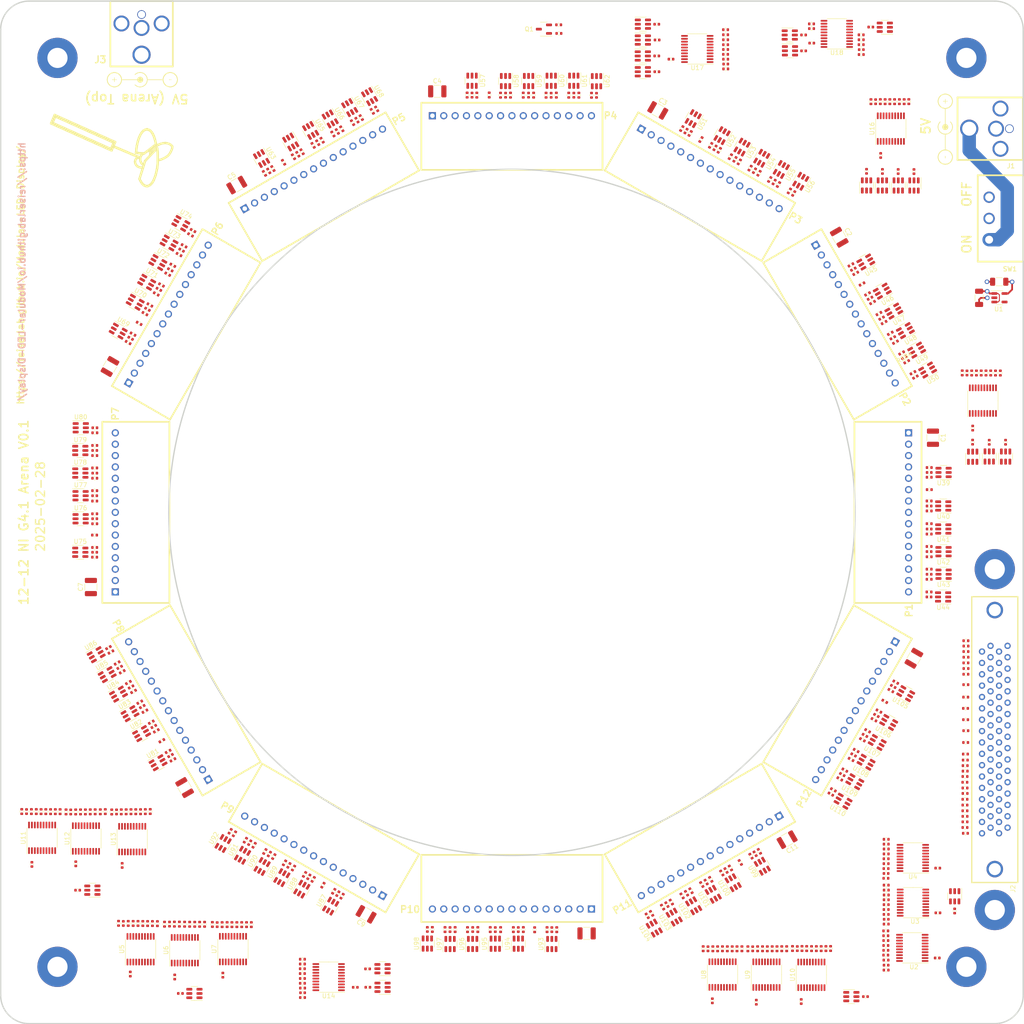
<source format=kicad_pcb>
(kicad_pcb (version 20240108) (generator "pcbnew") (generator_version "8.0")
  (layers (0 "F.Cu" signal) (1 "In1.Cu" power) (2 "In2.Cu" power) (3 "In3.Cu" signal) (4 "In4.Cu" signal) (31 "B.Cu" signal) (34 "B.Paste" user) (35 "F.Paste" user) (36 "B.SilkS" user "B.Silkscreen") (37 "F.SilkS" user "F.Silkscreen") (38 "B.Mask" user) (39 "F.Mask" user) (44 "Edge.Cuts" user))
  (net 0 "")
  (net 1 "+5V")
  (net 2 "/Power & Voltage Regulators/SW_5V")
  (net 3 "GND")
  (net 4 "/Level Shifters/PAN5V.RESET")
  (net 5 "/Level Shifters/PAN3V.RESET")
  (net 6 "/Level Shifters/PAN3V.MOSI_00")
  (net 7 "/Level Shifters/PAN3V.MISO_00")
  (net 8 "/Level Shifters/PAN3V.EXT_INT")
  (net 9 "/Level Shifters/PAN3V.MOSI_01")
  (net 10 "/Level Shifters/PAN3V.MISO_01")
  (net 11 "/Level Shifters/PAN3V.MOSI_02")
  (net 12 "/Level Shifters/PAN3V.MISO_02")
  (net 13 "/Level Shifters/PAN3V.MOSI_03")
  (net 14 "/Level Shifters/PAN3V.MISO_03")
  (net 15 "/Level Shifters/PAN3V.MOSI_04")
  (net 16 "/Level Shifters/PAN3V.MISO_04")
  (net 17 "/Level Shifters/PAN3V.MOSI_05")
  (net 18 "/Panel Headers/RESET")
  (net 19 "/Level Shifters/PAN3V.MISO_05")
  (net 20 "/Level Shifters/PAN3V.MOSI_06")
  (net 21 "/Level Shifters/PAN3V.MISO_06")
  (net 22 "/Level Shifters/PAN3V.MOSI_07")
  (net 23 "/Level Shifters/PAN3V.MISO_07")
  (net 24 "/Level Shifters/PAN3V.MOSI_08")
  (net 25 "/Level Shifters/PAN3V.MISO_08")
  (net 26 "/Level Shifters/PAN3V.MOSI_09")
  (net 27 "/Level Shifters/PAN3V.MISO_09")
  (net 28 "/Level Shifters/PAN3V.MOSI_10")
  (net 29 "/Level Shifters/PAN3V.MISO_10")
  (net 30 "/Level Shifters/PAN3V.MOSI_11")
  (net 31 "/Level Shifters/PAN3V.MISO_11")
  (net 32 "/Level Shifters/PAN5V.MOSI_09")
  (net 33 "/Level Shifters/PAN5V.MISO_09")
  (net 34 "/Level Shifters/PAN5V.MOSI_10")
  (net 35 "/Level Shifters/PAN5V.MISO_10")
  (net 36 "/Level Shifters/PAN5V.MOSI_11")
  (net 37 "/Level Shifters/PAN5V.MISO_11")
  (net 38 "/Level Shifters/PAN5V.MOSI_05")
  (net 39 "/Level Shifters/PAN5V.MISO_05")
  (net 40 "/Level Shifters/PAN5V.MOSI_06")
  (net 41 "/Level Shifters/PAN5V.MISO_06")
  (net 42 "/Level Shifters/PAN5V.MOSI_07")
  (net 43 "/Level Shifters/PAN5V.MISO_07")
  (net 44 "/Level Shifters/PAN5V.MOSI_08")
  (net 45 "/Level Shifters/PAN5V.MISO_08")
  (net 46 "/Level Shifters/PAN5V.MOSI_01")
  (net 47 "/Level Shifters/PAN5V.MISO_01")
  (net 48 "/Level Shifters/PAN5V.MOSI_02")
  (net 49 "/Level Shifters/PAN5V.MISO_02")
  (net 50 "/Level Shifters/PAN5V.MOSI_03")
  (net 51 "/Level Shifters/PAN5V.MISO_03")
  (net 52 "/Level Shifters/PAN5V.MOSI_04")
  (net 53 "/Level Shifters/PAN5V.MISO_04")
  (net 54 "+3.3V")
  (net 55 "/Panel Headers/MISO_00_P01")
  (net 56 "/Panel Headers/CS_04_P01")
  (net 57 "/Panel Headers/SCK_0_H1_P01")
  (net 58 "/Panel Headers/CS_03_P01")
  (net 59 "/Panel Headers/CS_06_P01")
  (net 60 "/Level Shifters/PAN5V.MOSI_00")
  (net 61 "/Level Shifters/PAN5V.MISO_00")
  (net 62 "/Panel Headers/EXT_INT_P01")
  (net 63 "/Panel Headers/CS_00_P01")
  (net 64 "/Panel Headers/CS_02_P01")
  (net 65 "/Panel Headers/CS_01_P01")
  (net 66 "/Level Shifters/PAN5V.EXT_INT")
  (net 67 "/Panel Headers/CS_05_P01")
  (net 68 "/Panel Headers/MOSI_00_P01")
  (net 69 "/Panel Headers/CS_07_P01")
  (net 70 "/Panel Headers/CS_05_P02")
  (net 71 "/Panel Headers/EXT_INT_P02")
  (net 72 "/Panel Headers/MISO_01_P02")
  (net 73 "/Panel Headers/CS_04_P02")
  (net 74 "/Panel Headers/SCK_1_H1_P02")
  (net 75 "/Panel Headers/CS_06_P02")
  (net 76 "/Panel Headers/CS_03_P02")
  (net 77 "/Panel Headers/CS_00_P02")
  (net 78 "/Panel Headers/MOSI_01_P02")
  (net 79 "/Panel Headers/CS_02_P02")
  (net 80 "/Panel Headers/CS_01_P02")
  (net 81 "/Panel Headers/CS_07_P02")
  (net 82 "/Panel Headers/SCK_2_H1_P03")
  (net 83 "/Panel Headers/CS_01_P03")
  (net 84 "/Panel Headers/CS_00_P03")
  (net 85 "/Panel Headers/MOSI_02_P03")
  (net 86 "/Panel Headers/CS_07_P03")
  (net 87 "/Panel Headers/MISO_02_P03")
  (net 88 "/Panel Headers/EXT_INT_P03")
  (net 89 "/Panel Headers/CS_03_P03")
  (net 90 "/Panel Headers/CS_06_P03")
  (net 91 "/Panel Headers/CS_05_P03")
  (net 92 "/Panel Headers/CS_04_P03")
  (net 93 "/Panel Headers/CS_02_P03")
  (net 94 "/Panel Headers/CS_04_P04")
  (net 95 "/Panel Headers/MISO_03_P04")
  (net 96 "/Panel Headers/CS_00_P04")
  (net 97 "/Panel Headers/CS_06_P04")
  (net 98 "/Panel Headers/SCK_3_H1_P04")
  (net 99 "/Panel Headers/CS_05_P04")
  (net 100 "/Panel Headers/CS_07_P04")
  (net 101 "/Panel Headers/CS_02_P04")
  (net 102 "/Panel Headers/CS_03_P04")
  (net 103 "/Panel Headers/MOSI_03_P04")
  (net 104 "/Panel Headers/EXT_INT_P04")
  (net 105 "/Panel Headers/CS_01_P04")
  (net 106 "/Panel Headers/MOSI_04_P05")
  (net 107 "/Panel Headers/CS_01_P05")
  (net 108 "/Panel Headers/EXT_INT_P05")
  (net 109 "/Panel Headers/CS_04_P05")
  (net 110 "/Panel Headers/CS_06_P05")
  (net 111 "/Panel Headers/MISO_04_P05")
  (net 112 "/Panel Headers/SCK_4_H1_P05")
  (net 113 "/Panel Headers/CS_05_P05")
  (net 114 "/Panel Headers/CS_07_P05")
  (net 115 "/Panel Headers/CS_02_P05")
  (net 116 "/Panel Headers/CS_03_P05")
  (net 117 "/Panel Headers/CS_00_P05")
  (net 118 "/Panel Headers/CS_06_P06")
  (net 119 "/Panel Headers/MISO_05_P06")
  (net 120 "/Panel Headers/CS_07_P06")
  (net 121 "/Panel Headers/MOSI_05_P06")
  (net 122 "/Panel Headers/CS_03_P06")
  (net 123 "/Panel Headers/CS_05_P06")
  (net 124 "/Panel Headers/SCK_5_H1_P06")
  (net 125 "/Panel Headers/CS_02_P06")
  (net 126 "/Panel Headers/CS_00_P06")
  (net 127 "/Panel Headers/CS_01_P06")
  (net 128 "/Panel Headers/EXT_INT_P06")
  (net 129 "/Panel Headers/CS_04_P06")
  (net 130 "/Panel Headers/EXT_INT_P07")
  (net 131 "/Panel Headers/CS_00_P07")
  (net 132 "/Panel Headers/SCK_0_H2_P07")
  (net 133 "/Panel Headers/MISO_06_P07")
  (net 134 "/Panel Headers/CS_07_P07")
  (net 135 "/Panel Headers/CS_01_P07")
  (net 136 "/Panel Headers/CS_04_P07")
  (net 137 "/Panel Headers/CS_03_P07")
  (net 138 "/Panel Headers/CS_05_P07")
  (net 139 "/Panel Headers/CS_02_P07")
  (net 140 "/Panel Headers/MOSI_06_P07")
  (net 141 "/Panel Headers/CS_06_P07")
  (net 142 "/Panel Headers/EXT_INT_P08")
  (net 143 "/Panel Headers/CS_01_P08")
  (net 144 "/Panel Headers/CS_05_P08")
  (net 145 "/Panel Headers/SCK_1_H2_P08")
  (net 146 "/Panel Headers/CS_07_P08")
  (net 147 "/Panel Headers/CS_06_P08")
  (net 148 "/Panel Headers/CS_03_P08")
  (net 149 "/Panel Headers/CS_00_P08")
  (net 150 "/Panel Headers/MISO_07_P08")
  (net 151 "/Panel Headers/CS_02_P08")
  (net 152 "/Panel Headers/MOSI_07_P08")
  (net 153 "/Panel Headers/CS_04_P08")
  (net 154 "/Panel Headers/EXT_INT_P09")
  (net 155 "/Panel Headers/SCK_2_H2_P09")
  (net 156 "/Panel Headers/MISO_08_P09")
  (net 157 "/Panel Headers/CS_07_P09")
  (net 158 "/Panel Headers/CS_02_P09")
  (net 159 "/Panel Headers/MOSI_08_P09")
  (net 160 "/Panel Headers/CS_06_P09")
  (net 161 "/Panel Headers/CS_00_P09")
  (net 162 "/Panel Headers/CS_03_P09")
  (net 163 "/Panel Headers/CS_04_P09")
  (net 164 "/Panel Headers/CS_05_P09")
  (net 165 "/Panel Headers/CS_01_P09")
  (net 166 "/Panel Headers/CS_04_P10")
  (net 167 "/Panel Headers/CS_02_P10")
  (net 168 "/Panel Headers/CS_00_P10")
  (net 169 "/Panel Headers/EXT_INT_P10")
  (net 170 "/Panel Headers/CS_05_P10")
  (net 171 "/Panel Headers/MOSI_09_P10")
  (net 172 "/Panel Headers/CS_01_P10")
  (net 173 "/Panel Headers/CS_06_P10")
  (net 174 "/Panel Headers/MISO_09_P10")
  (net 175 "/Panel Headers/CS_07_P10")
  (net 176 "/Panel Headers/SCK_3_H2_P10")
  (net 177 "/Panel Headers/CS_03_P10")
  (net 178 "/Panel Headers/CS_03_P11")
  (net 179 "/Panel Headers/CS_00_P11")
  (net 180 "/Panel Headers/SCK_4_H2_P11")
  (net 181 "/Panel Headers/MISO_10_P11")
  (net 182 "/Panel Headers/CS_07_P11")
  (net 183 "/Panel Headers/CS_02_P11")
  (net 184 "/Panel Headers/CS_04_P11")
  (net 185 "/Panel Headers/CS_05_P11")
  (net 186 "/Panel Headers/CS_01_P11")
  (net 187 "/Panel Headers/MOSI_10_P11")
  (net 188 "/Panel Headers/CS_06_P11")
  (net 189 "/Panel Headers/EXT_INT_P11")
  (net 190 "/Panel Headers/MOSI_11_P12")
  (net 191 "/Panel Headers/CS_02_P12")
  (net 192 "/Panel Headers/SCK_5_H2_P12")
  (net 193 "/Panel Headers/CS_04_P12")
  (net 194 "/Panel Headers/CS_07_P12")
  (net 195 "/Panel Headers/CS_01_P12")
  (net 196 "/Panel Headers/CS_05_P12")
  (net 197 "/Panel Headers/CS_03_P12")
  (net 198 "/Panel Headers/EXT_INT_P12")
  (net 199 "/Panel Headers/MISO_11_P12")
  (net 200 "/Panel Headers/CS_06_P12")
  (net 201 "/Panel Headers/CS_00_P12")
  (net 202 "Net-(Q1-G)")
  (net 203 "Net-(J2-Pin_35)")
  (net 204 "/Level Shifters/PAN3V.CS_0")
  (net 205 "Net-(J2-Pin_36)")
  (net 206 "/Level Shifters/PAN3V.CS_1")
  (net 207 "/Level Shifters/PAN3V.CS_2")
  (net 208 "Net-(J2-Pin_37)")
  (net 209 "Net-(J2-Pin_38)")
  (net 210 "/Level Shifters/PAN3V.CS_3")
  (net 211 "/Level Shifters/PAN3V.CS_4")
  (net 212 "Net-(J2-Pin_39)")
  (net 213 "Net-(J2-Pin_40)")
  (net 214 "/Level Shifters/PAN3V.CS_5")
  (net 215 "Net-(J2-Pin_41)")
  (net 216 "/Level Shifters/PAN3V.CS_6")
  (net 217 "/Level Shifters/PAN3V.CS_7")
  (net 218 "Net-(J2-Pin_42)")
  (net 219 "Net-(J2-Pin_43)")
  (net 220 "/Level Shifters/PAN3V.SCK_0")
  (net 221 "/Level Shifters/PAN3V.SCK_1")
  (net 222 "Net-(J2-Pin_44)")
  (net 223 "/Level Shifters/PAN3V.SCK_2")
  (net 224 "Net-(J2-Pin_45)")
  (net 225 "/Level Shifters/PAN3V.SCK_3")
  (net 226 "Net-(J2-Pin_46)")
  (net 227 "/Level Shifters/PAN3V.SCK_4")
  (net 228 "Net-(J2-Pin_47)")
  (net 229 "Net-(J2-Pin_48)")
  (net 230 "/Level Shifters/PAN3V.SCK_5")
  (net 231 "Net-(J2-Pin_49)")
  (net 232 "Net-(J2-Pin_51)")
  (net 233 "Net-(J2-Pin_53)")
  (net 234 "Net-(J2-Pin_55)")
  (net 235 "Net-(J2-Pin_57)")
  (net 236 "Net-(J2-Pin_59)")
  (net 237 "Net-(J2-Pin_61)")
  (net 238 "Net-(J2-Pin_68)")
  (net 239 "Net-(J2-Pin_29)")
  (net 240 "Net-(J2-Pin_30)")
  (net 241 "Net-(J2-Pin_31)")
  (net 242 "Net-(J2-Pin_32)")
  (net 243 "Net-(J2-Pin_33)")
  (net 244 "Net-(J2-Pin_34)")
  (net 245 "Net-(R163-Pad1)")
  (net 246 "Net-(R164-Pad1)")
  (net 247 "Net-(R166-Pad1)")
  (net 248 "Net-(R167-Pad1)")
  (net 249 "Net-(R168-Pad1)")
  (net 250 "Net-(R169-Pad1)")
  (net 251 "Net-(R170-Pad1)")
  (net 252 "Net-(R171-Pad1)")
  (net 253 "Net-(R172-Pad1)")
  (net 254 "Net-(R173-Pad1)")
  (net 255 "Net-(R174-Pad1)")
  (net 256 "Net-(U2-B1)")
  (net 257 "/Level Shifters/PAN5V.CS_0_P01")
  (net 258 "/Level Shifters/PAN5V.CS_0_P02")
  (net 259 "Net-(U2-B2)")
  (net 260 "Net-(U2-B3)")
  (net 261 "/Level Shifters/PAN5V.CS_0_P03")
  (net 262 "Net-(U2-B4)")
  (net 263 "/Level Shifters/PAN5V.CS_0_P04")
  (net 264 "Net-(U2-B5)")
  (net 265 "/Level Shifters/PAN5V.CS_0_P05")
  (net 266 "/Level Shifters/PAN5V.CS_0_P06")
  (net 267 "Net-(U2-B6)")
  (net 268 "Net-(U2-B7)")
  (net 269 "/Level Shifters/PAN5V.CS_0_P07")
  (net 270 "/Level Shifters/PAN5V.CS_0_P08")
  (net 271 "Net-(U2-B8)")
  (net 272 "Net-(U3-B1)")
  (net 273 "/Level Shifters/PAN5V.CS_0_P09")
  (net 274 "/Level Shifters/PAN5V.CS_0_P10")
  (net 275 "Net-(U3-B2)")
  (net 276 "Net-(U3-B3)")
  (net 277 "/Level Shifters/PAN5V.CS_0_P11")
  (net 278 "Net-(U3-B4)")
  (net 279 "/Level Shifters/PAN5V.CS_0_P12")
  (net 280 "/Level Shifters/PAN5V.CS_1_P01")
  (net 281 "Net-(U3-B5)")
  (net 282 "Net-(U3-B6)")
  (net 283 "/Level Shifters/PAN5V.CS_1_P02")
  (net 284 "Net-(U3-B7)")
  (net 285 "/Level Shifters/PAN5V.CS_1_P03")
  (net 286 "/Level Shifters/PAN5V.CS_1_P04")
  (net 287 "Net-(U3-B8)")
  (net 288 "Net-(U4-B1)")
  (net 289 "/Level Shifters/PAN5V.CS_1_P05")
  (net 290 "/Level Shifters/PAN5V.CS_1_P06")
  (net 291 "Net-(U4-B2)")
  (net 292 "/Level Shifters/PAN5V.CS_1_P07")
  (net 293 "Net-(U4-B3)")
  (net 294 "Net-(U4-B4)")
  (net 295 "/Level Shifters/PAN5V.CS_1_P08")
  (net 296 "Net-(U4-B5)")
  (net 297 "/Level Shifters/PAN5V.CS_1_P09")
  (net 298 "/Level Shifters/PAN5V.CS_1_P10")
  (net 299 "Net-(U4-B6)")
  (net 300 "Net-(U4-B7)")
  (net 301 "/Level Shifters/PAN5V.CS_1_P11")
  (net 302 "/Level Shifters/PAN5V.CS_1_P12")
  (net 303 "Net-(U4-B8)")
  (net 304 "/Level Shifters/PAN5V.CS_2_P01")
  (net 305 "Net-(U5-B1)")
  (net 306 "/Level Shifters/PAN5V.CS_2_P02")
  (net 307 "Net-(U5-B2)")
  (net 308 "/Level Shifters/PAN5V.CS_2_P03")
  (net 309 "Net-(U5-B3)")
  (net 310 "/Level Shifters/PAN5V.CS_2_P04")
  (net 311 "Net-(U5-B4)")
  (net 312 "/Level Shifters/PAN5V.CS_2_P05")
  (net 313 "Net-(U5-B5)")
  (net 314 "/Level Shifters/PAN5V.CS_2_P06")
  (net 315 "Net-(U5-B6)")
  (net 316 "/Level Shifters/PAN5V.CS_2_P07")
  (net 317 "Net-(U5-B7)")
  (net 318 "/Level Shifters/PAN5V.CS_2_P08")
  (net 319 "Net-(U5-B8)")
  (net 320 "Net-(U6-B1)")
  (net 321 "/Level Shifters/PAN5V.CS_2_P09")
  (net 322 "/Level Shifters/PAN5V.CS_2_P10")
  (net 323 "Net-(U6-B2)")
  (net 324 "/Level Shifters/PAN5V.CS_2_P11")
  (net 325 "Net-(U6-B3)")
  (net 326 "Net-(U6-B4)")
  (net 327 "/Level Shifters/PAN5V.CS_2_P12")
  (net 328 "Net-(U6-B5)")
  (net 329 "/Level Shifters/PAN5V.CS_3_P01")
  (net 330 "Net-(U6-B6)")
  (net 331 "/Level Shifters/PAN5V.CS_3_P02")
  (net 332 "/Level Shifters/PAN5V.CS_3_P03")
  (net 333 "Net-(U6-B7)")
  (net 334 "/Level Shifters/PAN5V.CS_3_P04")
  (net 335 "Net-(U6-B8)")
  (net 336 "Net-(U7-B1)")
  (net 337 "/Level Shifters/PAN5V.CS_3_P05")
  (net 338 "/Level Shifters/PAN5V.CS_3_P06")
  (net 339 "Net-(U7-B2)")
  (net 340 "/Level Shifters/PAN5V.CS_3_P07")
  (net 341 "Net-(U7-B3)")
  (net 342 "/Level Shifters/PAN5V.CS_3_P08")
  (net 343 "Net-(U7-B4)")
  (net 344 "/Level Shifters/PAN5V.CS_3_P09")
  (net 345 "Net-(U7-B5)")
  (net 346 "/Level Shifters/PAN5V.CS_3_P10")
  (net 347 "Net-(U7-B6)")
  (net 348 "Net-(U7-B7)")
  (net 349 "/Level Shifters/PAN5V.CS_3_P11")
  (net 350 "/Level Shifters/PAN5V.CS_3_P12")
  (net 351 "Net-(U7-B8)")
  (net 352 "/Level Shifters/PAN5V.CS_4_P01")
  (net 353 "Net-(U8-B1)")
  (net 354 "Net-(U8-B2)")
  (net 355 "/Level Shifters/PAN5V.CS_4_P02")
  (net 356 "/Level Shifters/PAN5V.CS_4_P03")
  (net 357 "Net-(U8-B3)")
  (net 358 "Net-(U8-B4)")
  (net 359 "/Level Shifters/PAN5V.CS_4_P04")
  (net 360 "/Level Shifters/PAN5V.CS_4_P05")
  (net 361 "Net-(U8-B5)")
  (net 362 "/Level Shifters/PAN5V.CS_4_P06")
  (net 363 "Net-(U8-B6)")
  (net 364 "Net-(U8-B7)")
  (net 365 "/Level Shifters/PAN5V.CS_4_P07")
  (net 366 "/Level Shifters/PAN5V.CS_4_P08")
  (net 367 "Net-(U8-B8)")
  (net 368 "/Level Shifters/PAN5V.CS_4_P09")
  (net 369 "Net-(U9-B1)")
  (net 370 "Net-(U9-B2)")
  (net 371 "/Level Shifters/PAN5V.CS_4_P10")
  (net 372 "/Level Shifters/PAN5V.CS_4_P11")
  (net 373 "Net-(U9-B3)")
  (net 374 "/Level Shifters/PAN5V.CS_4_P12")
  (net 375 "Net-(U9-B4)")
  (net 376 "/Level Shifters/PAN5V.CS_5_P01")
  (net 377 "Net-(U9-B5)")
  (net 378 "/Level Shifters/PAN5V.CS_5_P02")
  (net 379 "Net-(U9-B6)")
  (net 380 "Net-(U9-B7)")
  (net 381 "/Level Shifters/PAN5V.CS_5_P03")
  (net 382 "/Level Shifters/PAN5V.CS_5_P04")
  (net 383 "Net-(U9-B8)")
  (net 384 "/Level Shifters/PAN5V.CS_5_P05")
  (net 385 "Net-(U10-B1)")
  (net 386 "/Level Shifters/PAN5V.CS_5_P06")
  (net 387 "Net-(U10-B2)")
  (net 388 "/Level Shifters/PAN5V.CS_5_P07")
  (net 389 "Net-(U10-B3)")
  (net 390 "Net-(U10-B4)")
  (net 391 "/Level Shifters/PAN5V.CS_5_P08")
  (net 392 "/Level Shifters/PAN5V.CS_5_P09")
  (net 393 "Net-(U10-B5)")
  (net 394 "Net-(U10-B6)")
  (net 395 "/Level Shifters/PAN5V.CS_5_P10")
  (net 396 "Net-(U10-B7)")
  (net 397 "/Level Shifters/PAN5V.CS_5_P11")
  (net 398 "/Level Shifters/PAN5V.CS_5_P12")
  (net 399 "Net-(U10-B8)")
  (net 400 "Net-(U11-B1)")
  (net 401 "/Level Shifters/PAN5V.CS_6_P01")
  (net 402 "/Level Shifters/PAN5V.CS_6_P02")
  (net 403 "Net-(U11-B2)")
  (net 404 "/Level Shifters/PAN5V.CS_6_P03")
  (net 405 "Net-(U11-B3)")
  (net 406 "Net-(U11-B4)")
  (net 407 "/Level Shifters/PAN5V.CS_6_P04")
  (net 408 "Net-(U11-B5)")
  (net 409 "/Level Shifters/PAN5V.CS_6_P05")
  (net 410 "/Level Shifters/PAN5V.CS_6_P06")
  (net 411 "Net-(U11-B6)")
  (net 412 "Net-(U11-B7)")
  (net 413 "/Level Shifters/PAN5V.CS_6_P07")
  (net 414 "/Level Shifters/PAN5V.CS_6_P08")
  (net 415 "Net-(U11-B8)")
  (net 416 "Net-(U12-B1)")
  (net 417 "/Level Shifters/PAN5V.CS_6_P09")
  (net 418 "/Level Shifters/PAN5V.CS_6_P10")
  (net 419 "Net-(U12-B2)")
  (net 420 "Net-(U12-B3)")
  (net 421 "/Level Shifters/PAN5V.CS_6_P11")
  (net 422 "/Level Shifters/PAN5V.CS_6_P12")
  (net 423 "Net-(U12-B4)")
  (net 424 "/Level Shifters/PAN5V.CS_7_P01")
  (net 425 "Net-(U12-B5)")
  (net 426 "/Level Shifters/PAN5V.CS_7_P02")
  (net 427 "Net-(U12-B6)")
  (net 428 "Net-(U12-B7)")
  (net 429 "/Level Shifters/PAN5V.CS_7_P03")
  (net 430 "/Level Shifters/PAN5V.CS_7_P04")
  (net 431 "Net-(U12-B8)")
  (net 432 "Net-(U13-B1)")
  (net 433 "/Level Shifters/PAN5V.CS_7_P05")
  (net 434 "Net-(U13-B2)")
  (net 435 "/Level Shifters/PAN5V.CS_7_P06")
  (net 436 "/Level Shifters/PAN5V.CS_7_P07")
  (net 437 "Net-(U13-B3)")
  (net 438 "Net-(U13-B4)")
  (net 439 "/Level Shifters/PAN5V.CS_7_P08")
  (net 440 "/Level Shifters/PAN5V.CS_7_P09")
  (net 441 "Net-(U13-B5)")
  (net 442 "Net-(U13-B6)")
  (net 443 "/Level Shifters/PAN5V.CS_7_P10")
  (net 444 "Net-(U13-B7)")
  (net 445 "/Level Shifters/PAN5V.CS_7_P11")
  (net 446 "Net-(U13-B8)")
  (net 447 "/Level Shifters/PAN5V.CS_7_P12")
  (net 448 "Net-(U14-B1)")
  (net 449 "/Level Shifters/PAN5V.SCK_0_H1")
  (net 450 "/Level Shifters/PAN5V.SCK_0_H2")
  (net 451 "Net-(U14-B2)")
  (net 452 "Net-(U14-B3)")
  (net 453 "/Level Shifters/PAN5V.SCK_1_H1")
  (net 454 "/Level Shifters/PAN5V.SCK_1_H2")
  (net 455 "Net-(U14-B4)")
  (net 456 "Net-(U14-B5)")
  (net 457 "/Level Shifters/PAN5V.SCK_2_H1")
  (net 458 "/Level Shifters/PAN5V.SCK_2_H2")
  (net 459 "Net-(U14-B6)")
  (net 460 "Net-(U14-B7)")
  (net 461 "/Level Shifters/PAN5V.SCK_3_H1")
  (net 462 "Net-(U14-B8)")
  (net 463 "/Level Shifters/PAN5V.SCK_3_H2")
  (net 464 "/Level Shifters/PAN5V.SCK_4_H1")
  (net 465 "Net-(U15-B1)")
  (net 466 "/Level Shifters/PAN5V.SCK_4_H2")
  (net 467 "Net-(U15-B2)")
  (net 468 "/Level Shifters/PAN5V.SCK_5_H1")
  (net 469 "Net-(U15-B3)")
  (net 470 "Net-(U15-B4)")
  (net 471 "/Level Shifters/PAN5V.SCK_5_H2")
  (net 472 "Net-(U15-B5)")
  (net 473 "Net-(U15-B6)")
  (net 474 "Net-(U15-B7)")
  (net 475 "Net-(U15-B8)")
  (net 476 "Net-(U16-B1)")
  (net 477 "Net-(U16-B2)")
  (net 478 "Net-(U16-B3)")
  (net 479 "Net-(U16-B4)")
  (net 480 "Net-(U16-B5)")
  (net 481 "Net-(U16-B6)")
  (net 482 "Net-(U16-B7)")
  (net 483 "Net-(U16-B8)")
  (net 484 "Net-(U17-A1)")
  (net 485 "Net-(U17-A2)")
  (net 486 "Net-(U17-A3)")
  (net 487 "Net-(U17-A4)")
  (net 488 "Net-(U17-A5)")
  (net 489 "Net-(U17-A6)")
  (net 490 "Net-(U17-A7)")
  (net 491 "Net-(U17-A8)")
  (net 492 "Net-(U18-A1)")
  (net 493 "Net-(U18-A2)")
  (net 494 "Net-(U18-A3)")
  (net 495 "Net-(U18-A4)")
  (net 496 "Net-(U18-B5)")
  (net 497 "Net-(U18-B6)")
  (net 498 "Net-(R175-Pad1)")
  (net 499 "Net-(R176-Pad1)")
  (net 500 "Net-(R178-Pad1)")
  (net 501 "Net-(R179-Pad1)")
  (net 502 "Net-(R180-Pad1)")
  (net 503 "Net-(R181-Pad1)")
  (net 504 "Net-(R182-Pad1)")
  (net 505 "Net-(R183-Pad1)")
  (net 506 "Net-(R184-Pad1)")
  (net 507 "Net-(R185-Pad1)")
  (net 508 "Net-(R186-Pad1)")
  (net 509 "Net-(R187-Pad1)")
  (net 510 "Net-(R188-Pad1)")
  (net 511 "Net-(R190-Pad1)")
  (net 512 "Net-(R191-Pad1)")
  (net 513 "Net-(R192-Pad1)")
  (net 514 "Net-(R193-Pad1)")
  (net 515 "Net-(R194-Pad1)")
  (net 516 "Net-(R195-Pad1)")
  (net 517 "Net-(R196-Pad1)")
  (net 518 "Net-(R197-Pad1)")
  (net 519 "Net-(R198-Pad1)")
  (net 520 "Net-(R199-Pad1)")
  (net 521 "Net-(R200-Pad1)")
  (net 522 "Net-(R202-Pad1)")
  (net 523 "Net-(R203-Pad1)")
  (net 524 "Net-(R204-Pad1)")
  (net 525 "Net-(R205-Pad1)")
  (net 526 "Net-(R206-Pad1)")
  (net 527 "Net-(R207-Pad1)")
  (net 528 "Net-(R208-Pad1)")
  (net 529 "Net-(R209-Pad1)")
  (net 530 "Net-(R210-Pad1)")
  (net 531 "Net-(R211-Pad1)")
  (net 532 "Net-(R212-Pad1)")
  (net 533 "Net-(R214-Pad1)")
  (net 534 "Net-(R215-Pad1)")
  (net 535 "Net-(R216-Pad1)")
  (net 536 "Net-(R217-Pad1)")
  (net 537 "Net-(R218-Pad1)")
  (net 538 "Net-(R219-Pad1)")
  (net 539 "Net-(R220-Pad1)")
  (net 540 "Net-(R221-Pad1)")
  (net 541 "Net-(R222-Pad1)")
  (net 542 "Net-(R223-Pad1)")
  (net 543 "Net-(R224-Pad1)")
  (net 544 "Net-(R226-Pad1)")
  (net 545 "Net-(R227-Pad1)")
  (net 546 "Net-(R228-Pad1)")
  (net 547 "Net-(R229-Pad1)")
  (net 548 "Net-(R230-Pad1)")
  (net 549 "Net-(R231-Pad1)")
  (net 550 "Net-(R232-Pad1)")
  (net 551 "Net-(R233-Pad1)")
  (net 552 "Net-(R234-Pad1)")
  (net 553 "Net-(R235-Pad1)")
  (net 554 "Net-(R236-Pad1)")
  (net 555 "Net-(R238-Pad1)")
  (net 556 "Net-(R239-Pad1)")
  (net 557 "Net-(R240-Pad1)")
  (net 558 "Net-(R241-Pad1)")
  (net 559 "Net-(R242-Pad1)")
  (net 560 "Net-(R243-Pad1)")
  (net 561 "Net-(R244-Pad1)")
  (net 562 "Net-(R245-Pad1)")
  (net 563 "Net-(R246-Pad1)")
  (net 564 "Net-(R247-Pad1)")
  (net 565 "Net-(R248-Pad1)")
  (net 566 "Net-(R250-Pad1)")
  (net 567 "Net-(R251-Pad1)")
  (net 568 "Net-(R252-Pad1)")
  (net 569 "Net-(R253-Pad1)")
  (net 570 "Net-(R254-Pad1)")
  (net 571 "Net-(R255-Pad1)")
  (net 572 "Net-(R256-Pad1)")
  (net 573 "Net-(R257-Pad1)")
  (net 574 "Net-(R258-Pad1)")
  (net 575 "Net-(R259-Pad1)")
  (net 576 "Net-(R260-Pad1)")
  (net 577 "Net-(R262-Pad1)")
  (net 578 "Net-(R263-Pad1)")
  (net 579 "Net-(R264-Pad1)")
  (net 580 "Net-(R265-Pad1)")
  (net 581 "Net-(R266-Pad1)")
  (net 582 "Net-(R267-Pad1)")
  (net 583 "Net-(R268-Pad1)")
  (net 584 "Net-(R269-Pad1)")
  (net 585 "Net-(R270-Pad1)")
  (net 586 "Net-(R271-Pad1)")
  (net 587 "Net-(R272-Pad1)")
  (net 588 "Net-(R274-Pad1)")
  (net 589 "Net-(R275-Pad1)")
  (net 590 "Net-(R276-Pad1)")
  (net 591 "Net-(R277-Pad1)")
  (net 592 "Net-(R278-Pad1)")
  (net 593 "Net-(R279-Pad1)")
  (net 594 "Net-(R280-Pad1)")
  (net 595 "Net-(R281-Pad1)")
  (net 596 "Net-(R282-Pad1)")
  (net 597 "Net-(R283-Pad1)")
  (net 598 "Net-(R284-Pad1)")
  (net 599 "Net-(R286-Pad1)")
  (net 600 "Net-(R287-Pad1)")
  (net 601 "Net-(R288-Pad1)")
  (net 602 "Net-(R289-Pad1)")
  (net 603 "Net-(R290-Pad1)")
  (net 604 "Net-(R291-Pad1)")
  (net 605 "Net-(R292-Pad1)")
  (net 606 "Net-(R293-Pad1)")
  (net 607 "Net-(R294-Pad1)")
  (net 608 "Net-(R295-Pad1)")
  (net 609 "Net-(R296-Pad1)")
  (net 610 "Net-(R298-Pad1)")
  (net 611 "Net-(R299-Pad1)")
  (net 612 "Net-(R300-Pad1)")
  (net 613 "Net-(R301-Pad1)")
  (net 614 "Net-(R302-Pad1)")
  (net 615 "Net-(R303-Pad1)")
  (net 616 "Net-(R304-Pad1)")
  (net 617 "Net-(R305-Pad1)")
  (net 618 "Net-(R306-Pad1)")
  (net 620 "Net-(U2-A1)")
  (net 621 "Net-(U3-A5)")
  (net 622 "Net-(U5-A1)")
  (net 623 "Net-(U6-A5)")
  (net 624 "Net-(U8-A1)")
  (net 625 "Net-(U10-A1)")
  (net 626 "Net-(U11-A1)")
  (net 627 "Net-(U12-A5)")
  (net 628 "Net-(U14-A7)")
  (net 629 "Net-(U14-A1)")
  (net 630 "Net-(U14-A5)")
  (net 631 "Net-(U14-A3)")
  (net 632 "Net-(U15-A3)")
  (net 633 "Net-(U15-A6)")
  (net 634 "Net-(U15-A7)")
  (net 635 "Net-(U15-A1)")
  (net 636 "Net-(U15-A8)")
  (net 637 "Net-(U15-A5)")
  (net 638 "Net-(U16-A2)")
  (net 639 "Net-(U16-A8)")
  (net 640 "Net-(U16-A3)")
  (net 641 "Net-(U16-A7)")
  (net 642 "Net-(U16-A5)")
  (net 643 "Net-(U16-A4)")
  (net 644 "Net-(U16-A1)")
  (net 645 "Net-(U16-A6)")
  (net 646 "Net-(U17-B6)")
  (net 647 "Net-(U17-B2)")
  (net 648 "Net-(U17-B4)")
  (net 649 "Net-(U17-B3)")
  (net 650 "Net-(U17-B5)")
  (net 651 "Net-(U17-B7)")
  (net 652 "Net-(U17-B8)")
  (net 653 "Net-(U17-B1)")
  (net 654 "Net-(U18-B4)")
  (net 656 "Net-(U18-B3)")
  (net 658 "Net-(U18-B1)")
  (net 659 "Net-(U18-A6)")
  (net 661 "Net-(U18-A5)")
  (net 663 "Net-(U18-B2)")
  (footprint "Capacitor_SMD:C_0402_1005Metric" (layer "F.Cu") (at 259.284214 223.205258 150)
    (property "Reference" "C102" (hide yes))
    (property "Value" "0.1uF" (hide yes))
  )
  (footprint "Resistor_SMD:R_0402_1005Metric" (layer "F.Cu") (at 271.110028 172.72)
    (property "Reference" "R165" (hide yes))
    (property "Value" "33" (hide yes))
  )
  (footprint "Capacitor_SMD:C_0402_1005Metric" (layer "F.Cu") (at 92.48 281.015 -90)
    (property "Reference" "C113" (hide yes))
    (property "Value" "0.1uF" (hide yes))
  )
  (footprint "Resistor_SMD:R_0402_1005Metric" (layer "F.Cu") (at 263.547874 139.759617 -150)
    (property "Reference" "R183" (hide yes))
    (property "Value" "33" (hide yes))
  )
  (footprint "Resistor_SMD:R_0402_1005Metric" (layer "F.Cu") (at 89.85 269.675 -90)
    (property "Reference" "R53" (hide yes))
    (property "Value" "33" (hide yes))
  )
  (footprint "Package_TO_SOT_SMD:SOT-23-6" (layer "F.Cu") (at 274.297528 168.88 180)
    (property "Reference" "U39")
    (property "Value" "74LVC2G17" (hide yes))
  )
  (footprint "Resistor_SMD:R_0402_1005Metric" (layer "F.Cu") (at 261.395 274.63)
    (property "Reference" "R33" (hide yes))
    (property "Value" "33" (hide yes))
  )
  (footprint "Resistor_SMD:R_0402_1005Metric" (layer "F.Cu") (at 188.25 68.8)
    (property "Reference" "R307" (hide yes))
    (property "Value" "20k" (hide yes))
  )
  (footprint "Resistor_SMD:R_0402_1005Metric" (layer "F.Cu") (at 261.148855 220.055605 -30)
    (property "Reference" "R297" (hide yes))
    (property "Value" "33" (hide yes))
  )
  (footprint "Package_TO_SOT_SMD:SOT-23-6" (layer "F.Cu") (at 224.775348 93.57631 -120)
    (property "Reference" "U52")
    (property "Value" "74LVC2G17" (hide yes))
  )
  (footprint "Package_TO_SOT_SMD:SOT-23-6" (layer "F.Cu") (at 137.168598 89.844348 -60)
    (property "Reference" "U66")
    (property "Value" "74LVC2G17" (hide yes))
  )
  (footprint "arena_custom:DCJACK_2PIN_HIGHCURRENT" (layer "F.Cu") (at 95 63.5028)
    (property "Reference" "J3")
    (property "Value" "Barrel_Jack" (hide yes))
  )
  (footprint "Package_TO_SOT_SMD:SOT-23-6" (layer "F.Cu") (at 113.224695 251.827708 60)
    (property "Reference" "U92")
    (property "Value" "74LVC2G17" (hide yes))
  )
  (footprint "Resistor_SMD:R_0402_1005Metric" (layer "F.Cu") (at 118.47 269.965 -90)
    (property "Reference" "R75" (hide yes))
    (property "Value" "33" (hide yes))
  )
  (footprint "Package_TO_SOT_SMD:SOT-23-6" (layer "F.Cu") (at 101.145688 117.574104 -30)
    (property "Reference" "U73")
    (property "Value" "74LVC2G17" (hide yes))
  )
  (footprint "Resistor_SMD:R_0402_1005Metric" (layer "F.Cu") (at 92.052125 215.840382 30)
    (property "Reference" "R255" (hide yes))
    (property "Value" "33" (hide yes))
  )
  (footprint "Resistor_SMD:R_0402_1005Metric" (layer "F.Cu") (at 225.57 74.32)
    (property "Reference" "R152" (hide yes))
    (property "Value" "33" (hide yes))
  )
  (footprint "Resistor_SMD:R_0402_1005Metric" (layer "F.Cu") (at 131.437113 258.742874 60)
    (property "Reference" "R263" (hide yes))
    (property "Value" "33" (hide yes))
  )
  (footprint "Package_TO_SOT_SMD:SOT-23-6" (layer "F.Cu") (at 158.89 274.197528 90)
    (property "Reference" "U98")
    (property "Value" "74LVC2G17" (hide yes))
  )
  (footprint "Package_TO_SOT_SMD:SOT-23-6" (layer "F.Cu") (at 207.0675 72.21)
    (property "Reference" "U30" (hide yes))
    (property "Value" "74LVC2G17" (hide yes))
  )
  (footprint "Package_TO_SOT_SMD:SOT-23-6" (layer "F.Cu") (at 262.023689 224.775348 150)
    (property "Reference" "U106")
    (property "Value" "74LVC2G17" (hide yes))
  )
  (footprint "Capacitor_SMD:C_0402_1005Metric" (layer "F.Cu") (at 147.556525 87.596766 -60)
    (property "Reference" "C64" (hide yes))
    (property "Value" "0.1uF" (hide yes))
  )
  (footprint "Resistor_SMD:R_0402_1005Metric" (layer "F.Cu") (at 100.13 269.875 -90)
    (property "Reference" "R61" (hide yes))
    (property "Value" "33" (hide yes))
  )
  (footprint "Capacitor_SMD:C_0402_1005Metric" (layer "F.Cu") (at 260.63 101.58 -90)
    (property "Reference" "C25" (hide yes))
    (property "Value" "0.1uF" (hide yes))
  )
  (footprint "Capacitor_SMD:C_0402_1005Metric" (layer "F.Cu") (at 98.877125 127.938371 -30)
    (property "Reference" "C67" (hide yes))
    (property "Value" "0.1uF" (hide yes))
  )
  (footprint "Capacitor_SMD:C_1210_3225Metric" (layer "F.Cu") (at 210.41105 87.936003 -30)
    (property "Reference" "C3")
    (property "Value" "100uF" (hide yes))
  )
  (footprint "Resistor_SMD:R_0402_1005Metric" (layer "F.Cu") (at 139.83006 263.605865 60)
    (property "Reference" "R259" (hide yes))
    (property "Value" "33" (hide yes))
  )
  (footprint "Resistor_SMD:R_0402_1005Metric" (layer "F.Cu") (at 259.849214 222.226649 150)
    (property "Reference" "R298" (hide yes))
    (property "Value" "33" (hide yes))
  )
  (footprint "MountingHole:MountingHole_4.5mm_Pad" (layer "F.Cu") (at 76.2 76.2)
    (property "Reference" "H1" (hide yes))
    (property "Value" "MountingHole_Pad" (hide yes))
  )
  (footprint "Package_TO_SOT_SMD:SOT-23-6" (layer "F.Cu") (at 218.323817 89.770688 -120)
    (property "Reference" "U51")
    (property "Value" "74LVC2G17" (hide yes))
  )
  (footprint "arena_custom:HEADER_TOP" (layer "F.Cu") (at 177.799999 266.474028 180)
    (property "Reference" "P10")
    (property "Value" "CONN15" (hide yes))
  )
  (footprint "Package_TO_SOT_SMD:SOT-23-6" (layer "F.Cu") (at 106.8125 285.36 180)
    (property "Reference" "U20" (hide yes))
    (property "Value" "74LVC2G17" (hide yes))
  )
  (footprint "Capacitor_SMD:C_0402_1005Metric" (layer "F.Cu") (at 138.882432 263.047204 60)
    (property "Reference" "C83" (hide yes))
    (property "Value" "0.1uF" (hide yes))
  )
  (footprint "Resistor_SMD:R_0402_1005Metric" (layer "F.Cu") (at 130.9625 283.08)
    (property "Reference" "R127" (hide yes))
    (property "Value" "33" (hide yes))
  )
  (footprint "Capacitor_SMD:C_0402_1005Metric" (layer "F.Cu") (at 231.625 275.3675 90)
    (property "Reference" "C122" (hide yes))
    (property "Value" "0.1uF" (hide yes))
  )
  (footprint "Resistor_SMD:R_0402_1005Metric" (layer "F.Cu") (at 113.01 269.965 -90)
    (property "Reference" "R70" (hide yes))
    (property "Value" "33" (hide yes))
  )
  (footprint "Capacitor_SMD:C_0402_1005Metric" (layer "F.Cu") (at 196.71 84.559971 -90)
    (property "Reference" "C58" (hide yes))
    (property "Value" "0.1uF" (hide yes))
  )
  (footprint "arena_custom:HEADER_TOP" (layer "F.Cu") (at 254.593961 222.137014 -120)
    (property "Reference" "P12")
    (property "Value" "CONN15" (hide yes))
  )
  (footprint "Capacitor_SMD:C_0402_1005Metric" (layer "F.Cu") (at 90.105785 212.449222 30)
    (property "Reference" "C81" (hide yes))
    (property "Value" "0.1uF" (hide yes))
  )
  (footprint "Resistor_SMD:R_0402_1005Metric" (layer "F.Cu") (at 263.35 85.98 -90)
    (property "Reference" "R145" (hide yes))
    (property "Value" "33" (hide yes))
  )
  (footprint "Resistor_SMD:R_0402_1005Metric" (layer "F.Cu") (at 220.237291 261.003544 120)
    (property "Reference" "R289" (hide yes))
    (property "Value" "33" (hide yes))
  )
  (footprint "Resistor_SMD:R_0402_1005Metric" (layer "F.Cu") (at 107.98 269.895 -90)
    (property "Reference" "R67" (hide yes))
    (property "Value" "33" (hide yes))
  )
  (footprint "Capacitor_SMD:C_0402_1005Metric" (layer "F.Cu") (at 261.445 258.53 180)
    (property "Reference" "C112" (hide yes))
    (property "Value" "0.1uF" (hide yes))
  )
  (footprint "Resistor_SMD:R_0402_1005Metric" (layer "F.Cu") (at 220.055605 94.451144 60)
    (property "Reference" "R189" (hide yes))
    (property "Value" "33" (hide yes))
  )
  (footprint "arena_custom:HEADER_TOP" (layer "F.Cu") (at 89.125971 177.8 90)
    (property "Reference" "P7")
    (property "Value" "CONN15" (hide yes))
  )
  (footprint "Capacitor_SMD:C_0402_1005Metric" (layer "F.Cu") (at 288.16 162.12 90)
    (property "Reference" "C23" (hide yes))
    (property "Value" "0.1uF" (hide yes))
  )
  (footprint "Package_TO_SOT_SMD:SOT-23-6" (layer "F.Cu") (at 186.59 81.312471 -90)
    (property "Reference" "U60")
    (property "Value" "74LVC2G17" (hide yes))
  )
  (footprint "Capacitor_SMD:C_0402_1005Metric" (layer "F.Cu") (at 267.68 101.61 90)
    (property "Reference" "C27" (hide yes))
    (property "Value" "0.1uF" (hide yes))
  )
  (footprint "Resistor_SMD:R_0402_1005Metric" (layer "F.Cu") (at 262.512204 217.644215 150)
    (property "Reference" "R296" (hide yes))
    (property "Value" "33" (hide yes))
  )
  (footprint "Package_TO_SOT_SMD:SOT-23-6" (layer "F.Cu") (at 81.402471 158.89)
    (property "Reference" "U80")
    (property "Value" "74LVC2G17" (hide yes))
  )
  (footprint "Package_TO_SOT_SMD:SOT-23-6" (layer "F.Cu") (at 233.773711 256.909311 120)
    (property "Reference" "U99")
    (property "Value" "74LVC2G17" (hide yes))
  )
  (footprint "Resistor_SMD:R_0402_1005Metric" (layer "F.Cu") (at 222.24897 259.847874 -60)
    (property "Reference" "R288" (hide yes))
    (property "Value" "33" (hide yes))
  )
  (footprint "Capacitor_SMD:C_0402_1005Metric" (layer "F.Cu") (at 232.435 287.3075 -90)
    (property "Reference" "C121" (hide yes))
    (property "Value" "0.1uF" (hide yes))
  )
  (footprint "Package_TO_SOT_SMD:SOT-23-6" (layer "F.Cu") (at 260.62 104.7175 90)
    (property "Reference" "U34" (hide yes))
    (property "Value" "74LVC2G17" (hide yes))
  )
  (footprint "Resistor_SMD:R_0402_1005Metric" (layer "F.Cu") (at 279.29 213.99 180)
    (property "Reference" "R23" (hide yes))
    (property "Value" "33" (hide yes))
  )
  (footprint "Resistor_SMD:R_0402_1005Metric" (layer "F.Cu") (at 177.48 84.519971 -90)
    (property "Reference" "R203" (hide yes))
    (property "Value" "33" (hide yes))
  )
  (footprint "Resistor_SMD:R_0402_1005Metric" (layer "F.Cu") (at 279.08 248.25 180)
    (property "Reference" "R2" (hide yes))
    (property "Value" "33" (hide yes))
  )
  (footprint "Resistor_SMD:R_0402_1005Metric" (layer "F.Cu") (at 85.78 244.74 -90)
    (property "Reference" "R115" (hide yes))
    (property "Value" "33" (hide yes))
  )
  (footprint "Resistor_SMD:R_0402_1005Metric" (layer "F.Cu") (at 238.125 275.3475 -90)
    (property "Reference" "R91" (hide yes))
    (property "Value" "33" (hide yes))
  )
  (footprint "Resistor_SMD:R_0402_1005Metric" (layer "F.Cu") (at 95.750785 133.37335 -30)
    (property "Reference" "R226" (hide yes))
    (property "Value" "33" (hide yes))
  )
  (footprint "Resistor_SMD:R_0402_1005Metric" (layer "F.Cu") (at 280.59 146.64 -90)
    (property "Reference" "R134" (hide yes))
    (property "Value" "33" (hide yes))
  )
  (footprint "Resistor_SMD:R_0402_1005Metric" (layer "F.Cu") (at 244.775 68.59)
    (property "Reference" "R158" (hide yes))
    (property "Value" "33" (hide yes))
  )
  (footprint "Resistor_SMD:R_0402_1005Metric" (layer "F.Cu") (at 226.643379 257.299214 120)
    (property "Reference" "R286" (hide yes))
    (property "Value" "33" (hide yes))
  )
  (footprint "Resistor_SMD:R_0402_1005Metric" (layer "F.Cu") (at 106.88 269.895 -90)
    (property "Reference" "R66" (hide yes))
    (property "Value" "33" (hide yes))
  )
  (footprint "Resistor_SMD:R_0402_1005Metric" (layer "F.Cu") (at 279.16 233.18 180)
    (property "Reference" "R14" (hide yes))
    (property "Value" "33" (hide yes))
  )
  (footprint "Capacitor_SMD:C_1206_3216Metric" (layer "F.Cu") (at 286.7375 126.24 180)
    (property "Reference" "C14" (hide yes))
    (property "Value" "10uF" (hide yes))
  )
  (footprint "Capacitor_SMD:C_0402_1005Metric" (layer "F.Cu") (at 89.4 244.77 90)
    (property "Reference" "C130" (hide yes))
    (property "Value" "0.1uF" (hide yes))
  )
  (footprint "Capacitor_SMD:C_0402_1005Metric" (layer "F.Cu") (at 227.661628 98.877125 -120)
    (property "Reference" "C49" (hide yes))
    (property "Value" "0.1uF" (hide yes))
  )
  (footprint "Package_TO_SOT_SMD:SOT-23-6" (layer "F.Cu") (at 270.737708 145.977775 -150)
    (property "Reference" "U50")
    (property "Value" "74LVC2G17" (hide yes))
  )
  (footprint "Capacitor_SMD:C_0402_1005Metric" (layer "F.Cu") (at 254.127204 123.432538 -150)
    (property "Reference" "C41" (hide yes))
    (property "Value" "0.1uF" (hide yes))
  )
  (footprint "Resistor_SMD:R_0402_1005Metric" (layer "F.Cu") (at 119.54 269.965 -90)
    (property "Reference" "R76" (hide yes))
    (property "Value" "33" (hide yes))
  )
  (footprint "Package_TO_SOT_SMD:SOT-23-6" (layer "F.Cu") (at 263.177349 132.80285 -150)
    (property "Reference" "U47")
    (property "Value" "74LVC2G17" (hide yes))
  )
  (footprint "Resistor_SMD:R_0402_1005Metric" (layer "F.Cu") (at 279.11 240.64 180)
    (property "Reference" "R8" (hide yes))
    (property "Value" "33" (hide yes))
  )
  (footprint "Capacitor_SMD:C_1210_3225Metric" (layer "F.Cu") (at 161.11 83.669971)
    (property "Reference" "C4")
    (property "Value" "100uF" (hide yes))
  )
  (footprint "Capacitor_SMD:C_0402_1005Metric" (layer "F.Cu") (at 244.825 72.89 180)
    (property "Reference" "C140" (hide yes))
    (property "Value" "0.1uF" (hide yes))
  )
  (footprint "Resistor_SMD:R_0402_1005Metric" (layer "F.Cu") (at 225.6 78.66)
    (property "Reference" "R149" (hide yes))
    (property "Value" "33" (hide yes))
  )
  (footprint "Resistor_SMD:R_0402_1005Metric" (layer "F.Cu") (at 84.549971 160.01)
    (property "Reference" "R246" (hide yes))
    (property "Value" "33" (hide yes))
  )
  (footprint "Package_TO_SOT_SMD:SOT-23-6" (layer "F.Cu") (at 274.197528 196.71 180)
    (property "Reference" "U44")
    (property "Value" "74LVC2G17" (hide yes))
  )
  (footprint "Capacitor_SMD:C_1210_3225Metric" (layer "F.Cu") (at 267.663996 210.41105 -120)
    (property "Reference" "C12" (hide yes))
    (property "Value" "100uF" (hide yes))
  )
  (footprint "Package_TO_SOT_SMD:SOT-23-6" (layer "F.Cu") (at 242.375304 103.772291 -120)
    (property "Reference" "U56")
    (property "Value" "74LVC2G17" (hide yes))
  )
  (footprint "Capacitor_SMD:C_0402_1005Metric" (layer "F.Cu") (at 208.043474 268.003233 120)
    (property "Reference" "C100" (hide yes))
    (property "Value" "0.1uF" (hide yes))
  )
  (footprint "Resistor_SMD:R_0402_1005Metric" (layer "F.Cu") (at 271.070028 185.43 180)
    (property "Reference" "R170" (hide yes))
    (property "Value" "33" (hide yes))
  )
  (footprint "Capacitor_SMD:C_0402_1005Metric" (layer "F.Cu") (at 145.5325 279.86)
    (property "Reference" "C20" (hide yes))
    (property "Value" "0.1uF" (hide yes))
  )
  (footprint "Resistor_SMD:R_0402_1005Metric" (layer "F.Cu") (at 264.924214 142.163508 -150)
    (property "Reference" "R184")
    (property "Value" "33" (hide yes))
  )
  (footprint "arena_custom:slide_switch" (layer "F.Cu") (at 287.02 112.0902 90)
    (property "Reference" "SW1")
    (property "Value" "SW_SPDT" (hide yes))
  )
  (footprint "Package_TO_SOT_SMD:SOT-23-6" (layer "F.Cu") (at 96.14265 126.359621 -30)
    (property "Reference" "U71")
    (property "Value" "74LVC2G17" (hide yes))
  )
  (footprint "Resistor_SMD:R_0402_1005Metric" (layer "F.Cu") (at 130.9525 280.91)
    (property "Reference" "R129" (hide yes))
    (property "Value" "33" (hide yes))
  )
  (footprint "Capacitor_SMD:C_0402_1005Metric" (layer "F.Cu") (at 174.079999 271.080028 90)
    (property "Reference" "C91" (hide yes))
    (property "Value" "0.1uF" (hide yes))
  )
  (footprint "Resistor_SMD:R_0402_1005Metric" (layer "F.Cu") (at 231.042788 100.840785 -120)
    (property "Reference" "R194" (hide yes))
    (property "Value" "33" (hide yes))
  )
  (footprint "Capacitor_SMD:C_1206_3216Metric" (layer "F.Cu") (at 282.2425 129.84 -90)
    (property "Reference" "C13" (hide yes))
    (property "Value" "10uF" (hide yes))
  )
  (footprint "Capacitor_SMD:C_0402_1005Metric" (layer "F.Cu") (at 256.84 286.06)
    (property "Reference" "C17" (hide yes))
    (property "Value" "0.1uF" (hide yes))
  )
  (footprint "Resistor_SMD:R_0402_1005Metric" (layer "F.Cu") (at 78.11 244.76 -90)
    (property "Reference" "R109" (hide yes))
    (property "Value" "33" (hide yes))
  )
  (footprint "Resistor_SMD:R_0402_1005Metric" (layer "F.Cu") (at 222.226649 95.750785 -120)
    (property "Reference" "R190" (hide yes))
    (property "Value" "33" (hide yes))
  )
  (footprint "Resistor_SMD:R_0402_1005Metric" (layer "F.Cu") (at 255.885 72.14 180)
    (property "Reference" "R161" (hide yes))
    (property "Value" "33" (hide yes))
  )
  (footprint "Package_TO_SOT_SMD:SOT-23-6" (layer "F.Cu") (at 207.065 79.29)
    (property "Reference" "U28" (hide yes))
    (property "Value" "74LVC2G17" (hide yes))
  )
  (footprint "Resistor_SMD:R_0402_1005Metric" (layer "F.Cu") (at 84.529971 162.84)
    (property "Reference" "R245" (hide yes))
    (property "Value" "33" (hide yes))
  )
  (footprint "Package_TO_SOT_SMD:SOT-23-6" (layer "F.Cu") (at 169.01 274.287528 90)
    (property "Reference" "U96")
    (property "Value" "74LVC2G17" (hide yes))
  )
  (footprint "Package_TO_SOT_SMD:SOT-23-6" (layer "F.Cu") (at 179.23 274.227528 90)
    (property "Reference" "U94")
    (property "Value" "74LVC2G17" (hide yes))
  )
  (footprint "Resistor_SMD:R_0402_1005Metric" (layer "F.Cu") (at 116.3 269.965 -90)
    (property "Reference" "R73" (hide yes))
    (property "Value" "33" (hide yes))
  )
  (footprint "Capacitor_SMD:C_0402_1005Metric" (layer "F.Cu") (at 271.080028 181.52 180)
    (property "Reference" "C37" (hide yes))
    (property "Value" "0.1uF" (hide yes))
  )
  (footprint "Resistor_SMD:R_0402_1005Metric" (layer "F.Cu") (at 261.435 277.9)
    (property "Reference" "R30" (hide yes))
    (property "Value" "33" (hide yes))
  )
  (footprint "Package_SO:TSSOP-20_4.4x6.5mm_P0.65mm" (layer "F.Cu") (at 267.3075 275.165 180)
    (property "Reference" "U2")
    (property "Value" "TXB0108PW" (hide yes))
  )
  (footprint "Resistor_SMD:R_0402_1005Metric" (layer "F.Cu") (at 84.504971 187.82)
    (property "Reference" "R235" (hide yes))
    (property "Value" "33" (hide yes))
  )
  (footprint "Resistor_SMD:R_0402_1005Metric" (layer "F.Cu") (at 91.55 244.74 -90)
    (property "Reference" "R119" (hide yes))
    (property "Value" "33" (hide yes))
  )
  (footprint "Package_TO_SOT_SMD:SOT-23-6" (layer "F.Cu") (at 256.965651 233.656127 150)
    (property "Reference" "U108")
    (property "Value" "74LVC2G17" (hide yes))
  )
  (footprint "Resistor_SMD:R_0402_1005Metric" (layer "F.Cu") (at 254.662204 124.359186 -150)
    (property "Reference" "R176" (hide yes))
    (property "Value" "33" (hide yes))
  )
  (footprint "Resistor_SMD:R_0402_1005Metric" (layer "F.Cu") (at 278.47 146.62 -90)
    (property "Reference" "R133" (hide yes))
    (property "Value" "33" (hide yes))
  )
  (footprint "Capacitor_SMD:C_0402_1005Metric" (layer "F.Cu") (at 280.81 158.96 -90)
    (property "Reference" "C133" (hide yes))
    (property "Value" "0.1uF" (hide yes))
  )
  (footprint "Resistor_SMD:R_0402_1005Metric" (layer "F.Cu") (at 261.465 266.59)
    (property "Reference" "R39" (hide yes))
    (property "Value" "33" (hide yes))
  )
  (footprint "Resistor_SMD:R_0402_1005Metric" (layer "F.Cu") (at 247.995 275.3175 -90)
    (property "Reference" "R99" (hide yes))
    (property "Value" "33" (hide yes))
  )
  (footprint "Package_TO_SOT_SMD:SOT-23-6" (layer "F.Cu") (at 239.9125 71.08)
    (property "Reference" "U37" (hide yes))
    (property "Value" "74LVC2G17" (hide yes))
  )
  (footprint "Capacitor_SMD:C_0402_1005Metric" (layer "F.Cu") (at 225.6 77.57)
    (property "Reference" "C137" (hide yes))
    (property "Value" "0.1uF" (hide yes))
  )
  (footprint "Resistor_SMD:R_0402_1005Metric" (layer "F.Cu") (at 130.9525 279.83)
    (property "Reference" "R130" (hide yes))
    (property "Value" "33" (hide yes))
  )
  (footprint "Resistor_SMD:R_0402_1005Metric" (layer "F.Cu") (at 175.269999 271.080028 -90)
    (property "Reference" "R276" (hide yes))
    (property "Value" "33" (hide yes))
  )
  (footprint "Resistor_SMD:R_0402_1005Metric" (layer "F.Cu") (at 256.153544 228.637737 150)
    (property "Reference" "R301" (hide yes))
    (property "Value" "33" (hide yes))
  )
  (footprint "Resistor_SMD:R_0402_1005Metric" (layer "F.Cu") (at 86.89 244.7 -90)
    (property "Reference" "R116" (hide yes))
    (property "Value" "33" (hide yes))
  )
  (footprint "Capacitor_SMD:C_0402_1005Metric" (layer "F.Cu") (at 216.834971 262.950554 120)
    (property "Reference" "C98" (hide yes))
    (property "Value" "0.1uF" (hide yes))
  )
  (footprint "Capacitor_SMD:C_0402_1005Metric" (layer "F.Cu") (at 251.654214 236.420806 150)
    (property "Reference" "C105" (hide yes))
    (property "Value" "0.1uF" (hide yes))
  )
  (footprint "Resistor_SMD:R_0402_1005Metric" (layer "F.Cu") (at 249.045 275.3075 -90)
    (property "Reference" "R100" (hide yes))
    (property "Value" "33" (hide yes))
  )
  (footprint "Package_SO:TSSOP-20_4.4x6.5mm_P0.65mm" (layer "F.Cu") (at 267.4575 265.055 180)
    (property "Reference" "U3")
    (property "Value" "TXB0108PW" (hide yes))
  )
  (footprint "Resistor_SMD:R_0402_1005Metric" (layer "F.Cu") (at 172.72 84.489971 90)
    (property "Reference" "R201" (hide yes))
    (property "Value" "33" (hide yes))
  )
  (footprint "Resistor_SMD:R_0402_1005Metric" (layer "F.Cu") (at 74.66 244.71 -90)
    (property "Reference" "R106" (hide yes))
    (property "Value" "33" (hide yes))
  )
  (footprint "Resistor_SMD:R_0402_1005Metric" (layer "F.Cu") (at 187.82 271.095028 90)
    (property "Reference" "R271" (hide yes))
    (property "Value" "33" (hide yes))
  )
  (footprint "Resistor_SMD:R_0402_1005Metric" (layer "F.Cu") (at 261.475 250.89)
    (property "Reference" "R52" (hide yes))
    (property "Value" "33" (hide yes))
  )
  (footprint "Package_TO_SOT_SMD:SOT-23-6" (layer "F.Cu") (at 265.755651 137.168598 -150)
    (property "Reference" "U48")
    (property "Value" "74LVC2G17" (hide yes))
  )
  (footprint "Package_TO_SOT_SMD:SOT-23-6" (layer "F.Cu") (at 141.528366 87.315688 -60)
    (property "Reference" "U67")
    (property "Value" "74LVC2G17" (hide yes))
  )
  (footprint "Resistor_SMD:R_0402_1005Metric" (layer "F.Cu") (at 243.695 275.3175 -90)
    (property "Reference" "R95" (hide yes))
    (property "Value" "33" (hide yes))
  )
  (footprint "Capacitor_SMD:C_1210_3225Metric" (layer "F.Cu") (at 104.626003 239.318978 120)
    (property "Reference" "C8" (hide yes))
    (property "Value" "100uF" (hide yes))
  )
  (footprint "Resistor_SMD:R_0402_1005Metric" (layer "F.Cu") (at 68.21 244.68 -90)
    (property "Reference" "R101" (hide yes))
    (property "Value" "33" (hide yes))
  )
  (footprint "Package_TO_SOT_SMD:SOT-23-6" (layer "F.Cu") (at 256.909311 121.826288 -150)
    (property "Reference" "U45")
    (property "Value" "74LVC2G17" (hide yes))
  )
  (footprint "Resistor_SMD:R_0402_1005Metric" (layer "F.Cu") (at 211.479274 266.054214 120)
    (property "Reference" "R293" (hide yes))
    (property "Value" "33" (hide yes))
  )
  (footprint "Package_SO:TSSOP-20_4.4x6.5mm_P0.65mm" (layer "F.Cu") (at 94.78 275.465 90)
    (property "Reference" "U5")
    (property "Value" "TXB0108PW" (hide yes))
  )
  (footprint "arena_custom:HEADER_TOP" (layer "F.Cu") (at 133.462985 254.593961 150)
    (property "Reference" "P9")
    (property "Value" "CONN15" (hide yes))
  )
  (footprint "Resistor_SMD:R_0402_1005Metric" (layer "F.Cu") (at 225.955 275.3675 -90)
    (property "Reference" "R81" (hide yes))
    (property "Value" "33" (hide yes))
  )
  (footprint "Resistor_SMD:R_0402_1005Metric" (layer "F.Cu") (at 261.395 275.71)
    (property "Reference" "R32" (hide yes))
    (property "Value" "33" (hide yes))
  )
  (footprint "Capacitor_SMD:C_0402_1005Metric" (layer "F.Cu") (at 264.15 101.6 90)
    (property "Reference" "C26" (hide yes))
    (property "Value" "0.1uF" (hide yes))
  )
  (footprint "Capacitor_SMD:C_0402_1005Metric" (layer "F.Cu") (at 92.649445 216.834971 30)
    (property "Reference" "C80" (hide yes))
    (property "Value" "0.1uF" (hide yes))
  )
  (footprint "arena_custom:HEADER_TOP" (layer "F.Cu") (at 222.137014 254.593961 -150)
    (property "Reference" "P11")
    (property "Value" "CONN15" (hide yes))
  )
  (footprint "Capacitor_SMD:C_0402_1005Metric" (layer "F.Cu") (at 284.51 162.13 90)
    (property "Reference" "C22" (hide yes))
    (property "Value" "0.1uF" (hide yes))
  )
  (footprint "Resistor_SMD:R_0402_1005Metric" (layer "F.Cu") (at 81.35 244.76 -90)
    (property "Reference" "R111" (hide yes))
    (property "Value" "33" (hide yes))
  )
  (footprint "Resistor_SMD:R_0402_1005Metric" (layer "F.Cu") (at 225.57 72.14)
    (property "Reference" "R154" (hide yes))
    (property "Value" "33" (hide yes))
  )
  (footprint "Resistor_SMD:R_0402_1005Metric" (layer "F.Cu") (at 137.955784 262.512204 60)
    (property "Reference" "R260" (hide yes))
    (property "Value" "33" (hide yes))
  )
  (footprint "Resistor_SMD:R_0402_1005Metric" (layer "F.Cu") (at 124.557211 254.759214 60)
    (property "Reference" "R266" (hide yes))
    (property "Value" "33" (hide yes))
  )
  (footprint "Capacitor_SMD:C_0402_1005Metric" (layer "F.Cu") (at 222.605 286.9975 -90)
    (property "Reference" "C119" (hide yes))
    (property "Value" "0.1uF" (hide yes))
  )
  (footprint "Package_TO_SOT_SMD:SOT-23-6" (layer "F.Cu") (at 117.574104 254.454311 60)
    (property "Reference" "U91")
    (property "Value" "74LVC2G17" (hide yes))
  )
  (footprint "Resistor_SMD:R_0402_1005Metric" (layer "F.Cu") (at 261.475 265.5)
    (property "Reference" "R40" (hide yes))
    (property "Value" "33" (hide yes))
  )
  (footprint "Resistor_SMD:R_0402_1005Metric" (layer "F.Cu") (at 190.5 84.529971 -90)
    (property "Reference" "R208" (hide yes))
    (property "Value" "33" (hide yes))
  )
  (footprint "Resistor_SMD:R_0402_1005Metric" (layer "F.Cu") (at 94.596455 220.237291 30)
    (property "Reference" "R253" (hide yes))
    (property "Value" "33" (hide yes))
  )
  (footprint "Resistor_SMD:R_0402_1005Metric" (layer "F.Cu") (at 128.95662 98.300785 -60)
    (property "Reference" "R214" (hide yes))
    (property "Value" "33" (hide yes))
  )
  (footprint "Resistor_SMD:R_0402_1005Metric" (layer "F.Cu") (at 88.33 244.78 -90)
    (property "Reference" "R117" (hide yes))
    (property "Value" "33" (hide yes))
  )
  (footprint "Resistor_SMD:R_0402_1005Metric" (layer "F.Cu") (at 282.71 146.64 -90)
    (property "Reference" "R136" (hide yes))
    (property "Value" "33" (hide yes))
  )
  (footprint "Package_TO_SOT_SMD:SOT-23-6" (layer "F.Cu") (at 259.457349 229.240378 150)
    (property "Reference" "U107")
    (property "Value" "74LVC2G17" (hide yes))
  )
  (footprint "Resistor_SMD:R_0402_1005Metric" (layer "F.Cu") (at 226.631058 98.282125 60)
    (property "Reference" "R192" (hide yes))
    (property "Value" "33" (hide yes))
  )
  (footprint "Capacitor_SMD:C_0402_1005Metric" (layer "F.Cu") (at 236.420806 103.945785 -120)
    (property "Reference" "C51" (hide yes))
    (property "Value" "0.1uF" (hide yes))
  )
  (footprint "Capacitor_SMD:C_0402_1005Metric" (layer "F.Cu") (at 181.52 84.519971 -90)
    (property "Reference" "C55" (hide yes))
    (property "Value" "0.1uF" (hide yes))
  )
  (footprint "Capacitor_SMD:C_0402_1005Metric" (layer "F.Cu") (at 243.015 74.62)
    (property "Reference" "C32" (hide yes))
    (property "Value" "0.1uF" (hide yes))
  )
  (footprint "Resistor_SMD:R_0402_1005Metric" (layer "F.Cu") (at 133.351029 95.752125 120)
    (property "Reference" "R216" (hide yes))
    (property "Value" "33" (hide yes))
  )
  (footprint "Resistor_SMD:R_0402_1005Metric" (layer "F.Cu") (at 233.825 275.3575 -90)
    (property "Reference" "R87" (hide yes))
    (property "Value" "33" (hide yes))
  )
  (footprint "Resistor_SMD:R_0402_1005Metric" (layer "F.Cu") (at 261.485 253.06)
    (property "Reference" "R50" (hide yes))
    (property "Value" "33" (hide yes))
  )
  (footprint "Resistor_SMD:R_0402_1005Metric" (layer "F.Cu") (at 130.882857 97.177125 -60)
    (property "Reference" "R215" (hide yes))
    (property "Value" "33" (hide yes))
  )
  (footprint "Resistor_SMD:R_0402_1005Metric" (layer "F.Cu") (at 122.474911 102.014134 -60)
    (property "Reference" "R211" (hide yes))
    (property "Value" "33" (hide yes))
  )
  (footprint "Resistor_SMD:R_0402_1005Metric" (layer "F.Cu") (at 255.895 75.45 180)
    (property "Reference" "R159" (hide yes))
    (property "Value" "33" (hide yes))
  )
  (footprint "Package_TO_SOT_SMD:SOT-23-6" (layer "F.Cu") (at 191.63 81.302471 -90)
    (property "Reference" "U61")
    (property "Value" "74LVC2G17" (hide yes))
  )
  (footprint "Capacitor_SMD:C_0402_1005Metric" (layer "F.Cu") (at 191.64 84.529971 -90)
    (property "Reference" "C57" (hide yes))
    (property "Value" "0.1uF" (hide yes))
  )
  (footprint "Resistor_SMD:R_0402_1005Metric" (layer "F.Cu") (at 279.19 231.84 180)
    (property "Reference" "R15" (hide yes))
    (property "Value" "33" (hide yes))
  )
  (footprint "Resistor_SMD:R_0402_1005Metric" (layer "F.Cu") (at 244.785 275.3275 -90)
    (property "Reference" "R96" (hide yes))
    (property "Value" "33" (hide yes))
  )
  (footprint "Package_TO_SOT_SMD:SOT-23-6" (layer "F.Cu") (at 121.826288 98.690688 -60)
    (property "Reference" "U63")
    (property "Value" "74LVC2G17" (hide yes))
  )
  (footprint "Capacitor_SMD:C_0402_1005Metric" (layer "F.Cu") (at 163.96 271.070028 90)
    (property "Reference" "C93" (hide yes))
    (property "Value" "0.1uF" (hide yes))
  )
  (footprint "Capacitor_SMD:C_0402_1005Metric" (layer "F.Cu") (at 221.218399 260.442874 120)
    (property "Reference" "C97" (hide yes))
    (property "Value" "0.1uF" (hide yes))
  )
  (footprint "Resistor_SMD:R_0402_1005Metric" (layer "F.Cu") (at 279.24 229.25 180)
    (property "Reference" "R16" (hide yes))
    (property "Value" "33" (hide yes))
  )
  (footprint "Package_TO_SOT_SMD:SOT-23-6" (layer "F.Cu") (at 148.8725 283.98 180)
    (property "Reference" "U23" (hide yes))
    (property "Value" "74LVC2G17" (hide yes))
  )
  (footprint "Resistor_SMD:R_0402_1005Metric" (layer "F.Cu") (at 105.938106 115.768393 -30)
    (property "Reference" "R234" (hide yes))
    (property "Value" "33" (hide yes))
  )
  (footprint "Resistor_SMD:R_0402_1005Metric" (layer "F.Cu") (at 73.59 244.7 -90)
    (property "Reference" "R105" (hide yes))
    (property "Value" "33" (hide yes))
  )
  (footprint "Resistor_SMD:R_0402_1005Metric" (layer "F.Cu") (at 165.1 271.070028 90)
    (property "Reference" "R280" (hide yes))
    (property "Value" "33" (hide yes))
  )
  (footprint "Package_TO_SOT_SMD:SOT-23-6" (layer "F.Cu") (at 81.302471 186.72)
    (property "Reference" "U75")
    (property "Value" "74LVC2G17" (hide yes))
  )
  (footprint "Resistor_SMD:R_0402_1005Metric" (layer "F.Cu") (at 93.087795 137.955784 -30)
    (property "Reference" "R224" (hide yes))
    (property "Value" "33" (hide yes))
  )
  (footprint "Resistor_SMD:R_0402_1005Metric" (layer "F.Cu") (at 279.31 210.18 180)
    (property "Reference" "R26" (hide yes))
    (property "Value" "33" (hide yes))
  )
  (footprint "Resistor_SMD:R_0402_1005Metric" (layer "F.Cu") (at 233.039646 101.982125 -120)
    (property "Reference" "R195" (hide yes))
    (property "Value" "33" (hide yes))
  )
  (footprint "Resistor_SMD:R_0402_1005Metric" (layer "F.Cu") (at 160.01 271.050028 90)
    (property "Reference" "R282" (hide yes))
    (property "Value" "33" (hide yes))
  )
  (footprint "Resistor_SMD:R_0402_1005Metric" (layer "F.Cu") (at 84.529971 170.17)
    (property "Reference" "R242" (hide yes))
    (property "Value" "33" (hide yes))
  )
  (footprint "Package_TO_SOT_SMD:SOT-23-6" (layer "F.Cu") (at 214.071633 268.284311 120)
    (property "Reference" "U103")
    (property "Value" "74LVC2G17" (hide yes))
  )
  (footprint "Capacitor_SMD:C_0402_1005Metric" (layer "F.Cu") (at 243.005 71.07)
    (property "Reference" "C33" (hide yes))
    (property "Value" "0.1uF" (hide yes))
  )
  (footprint "Capacitor_SMD:C_0402_1005Metric" (layer "F.Cu") (at 97.735785 225.66477 30)
    (property "Reference" "C78" (hide yes))
    (property "Value" "0.1uF" (hide yes))
  )
  (footprint "Capacitor_SMD:C_0402_1005Metric" (layer "F.Cu") (at 210.255 72.19)
    (property "Reference" "C29" (hide yes))
    (property "Value" "0.1uF" (hide yes))
  )
  (footprint "Resistor_SMD:R_0402_1005Metric" (layer "F.Cu") (at 255.875 73.24 180)
    (property "Reference" "R160" (hide yes))
    (property "Value" "33" (hide yes))
  )
  (footprint "Resistor_SMD:R_0402_1005Metric" (layer "F.Cu") (at 240.525 275.3075 -90)
    (property "Reference" "R93" (hide yes))
    (property "Value" "33" (hide yes))
  )
  (footprint "Package_TO_SOT_SMD:SOT-23-6" (layer "F.Cu") (at 176.37 81.372471 -90)
    (property "Reference" "U58")
    (property "Value" "74LVC2G17" (hide yes))
  )
  (footprint "Package_TO_SOT_SMD:SOT-23-6" (layer "F.Cu") (at 222.797149 263.177349 120)
    (property "Reference" "U101")
    (property "Value" "74LVC2G17" (hide yes))
  )
  (footprint "Capacitor_SMD:C_0402_1005Metric" (layer "F.Cu") (at 90.66 256.73 -90)
    (property "Reference" "C129" (hide yes))
    (property "Value" "0.1uF" (hide yes))
  )
  (footprint "Package_TO_SOT_SMD:SOT-23-6" (layer "F.Cu") (at 163.97 274.297528 90)
    (property "Reference" "U97")
    (property "Value" "74LVC2G17" (hide yes))
  )
  (footprint "Resistor_SMD:R_0402_1005Metric" (layer "F.Cu") (at 100.937795 231.240813 30)
    (property "Reference" "R248" (hide yes))
    (property "Value" "33" (hide yes))
  )
  (footprint "Resistor_SMD:R_0402_1005Metric" (layer "F.Cu") (at 72.53 244.7 -90)
    (property "Reference" "R104" (hide yes))
    (property "Value" "33" (hide yes))
  )
  (footprint "Capacitor_SMD:C_0402_1005Metric" (layer "F.Cu") (at 80.29 256.37 -90)
    (property "Reference" "C127" (hide yes))
    (property "Value" "0.1uF" (hide yes))
  )
  (footprint "Resistor_SMD:R_0402_1005Metric" (layer "F.Cu") (at 114.12 269.955 -90)
    (property "Reference" "R71" (hide yes))
    (property "Value" "33" (hide yes))
  )
  (footprint "Resistor_SMD:R_0402_1005Metric" (layer "F.Cu") (at 224.717142 258.422874 120)
    (property "Reference" "R287" (hide yes))
    (property "Value" "33" (hide yes))
  )
  (footprint "Resistor_SMD:R_0402_1005Metric" (layer "F.Cu") (at 130.9625 277.7)
    (property "Reference" "R132" (hide yes))
    (property "Value" "33" (hide yes))
  )
  (footprint "Package_TO_SOT_SMD:SOT-23-6" (layer "F.Cu") (at 148.86 279.82 180)
    (property "Reference" "U24" (hide yes))
    (property "Value" "74LVC2G17" (hide yes))
  )
  (footprint "Resistor_SMD:R_0402_1005Metric" (layer "F.Cu") (at 117.39 269.965 -90)
    (property "Reference" "R74" (hide yes))
    (property "Value" "33" (hide yes))
  )
  (footprint "Resistor_SMD:R_0402_1005Metric" (layer "F.Cu") (at 110.83 269.925 -90)
    (property "Reference" "R69" (hide yes))
    (property "Value" "33" (hide yes))
  )
  (footprint "Resistor_SMD:R_0402_1005Metric" (layer "F.Cu") (at 188.3 70.72)
    (property "Reference" "R308" (hide yes))
    (property "Value" "200" (hide yes))
  )
  (footprint "Capacitor_SMD:C_0402_1005Metric" (layer "F.Cu") (at 92.552795 138.882432 -30)
    (property "Reference" "C65" (hide yes))
    (property "Value" "0.1uF" (hide yes))
  )
  (footprint "Resistor_SMD:R_0402_1005Metric" (layer "F.Cu") (at 271.050028 195.59 180)
    (property "Reference" "R174" (hide yes))
    (property "Value" "33" (hide yes))
  )
  (footprint "Capacitor_SMD:C_0402_1005Metric" (layer "F.Cu") (at 273.035 267.335)
    (property "Reference" "C109" (hide yes))
    (property "Value" "0.1uF" (hide yes))
  )
  (footprint "Capacitor_SMD:C_0402_1005Metric" (layer "F.Cu") (at 127.938371 256.722874 60)
    (property "Reference" "C85" (hide yes))
    (property "Value" "0.1uF" (hide yes))
  )
  (footprint "Resistor_SMD:R_0402_1005Metric" (layer "F.Cu") (at 170.17 271.070028 90)
    (property "Reference" "R278" (hide yes))
    (property "Value" "33" (hide yes))
  )
  (footprint "Capacitor_SMD:C_0402_1005Metric" (layer "F.Cu") (at 272.885 277.425)
    (property "Reference" "C107" (hide yes))
    (property "Value" "0.1uF" (hide yes))
  )
  (footprint "Resistor_SMD:R_0402_1005Metric" (layer "F.Cu") (at 126.745576 99.531144 120)
    (property "Reference" "R213" (hide yes))
    (property "Value" "33" (hide yes))
  )
  (footprint "Capacitor_SMD:C_0402_1005Metric" (layer "F.Cu") (at 84.529971 179.22)
    (property "Reference" "C72" (hide yes))
    (property "Value" "0.1uF" (hide yes))
  )
  (footprint "Capacitor_SMD:C_0402_1005Metric" (layer "F.Cu") (at 114.803445 249.093233 60)
    (property "Reference" "C88" (hide yes))
    (property "Value" "0.1uF" (hide yes))
  )
  (footprint "Resistor_SMD:R_0402_1005Metric" (layer "F.Cu") (at 130.9625 282.01)
    (property "Reference" "R128" (hide yes))
    (property "Value" "33" (hide yes))
  )
  (footprint "Resistor_SMD:R_0402_1005Metric" (layer "F.Cu") (at 217.644215 93.087795 -120)
    (property "Reference" "R188" (hide yes))
    (property "Value" "33" (hide yes))
  )
  (footprint "Resistor_SMD:R_0402_1005Metric" (layer "F.Cu") (at 279.29 206.5 180)
    (property "Reference" "R28" (hide yes))
    (property "Value" "33" (hide yes))
  )
  (footprint "Resistor_SMD:R_0402_1005Metric" (layer "F.Cu") (at 258.742874 224.162886 150)
    (property "Reference" "R299" (hide yes))
    (property "Value" "33" (hide yes))
  )
  (footprint "Package_TO_SOT_SMD:SOT-23-6" (layer "F.Cu") (at 265.829311 218.323817 150)
    (property "Reference" "U105")
    (property "Value" "74LVC2G17" (hide yes))
  )
  (footprint "Capacitor_SMD:C_0402_1005Metric" (layer "F.Cu") (at 279.53 146.64 -90)
    (property "Reference" "C134" (hide yes))
    (property "Value" "0.1uF" (hide yes))
  )
  (footprint "Package_SO:TSSOP-20_4.4x6.5mm_P0.65mm" (layer "F.Cu") (at 219.24 74.2 180)
    (property "Reference" "U17")
    (property "Value" "TXB0108PW" (hide yes))
  )
  (footprint "Resistor_SMD:R_0402_1005Metric" (layer "F.Cu") (at 271.085028 169.95 180)
    (property "Reference" "R164" (hide yes))
    (property "Value" "33" (hide yes))
  )
  (footprint "Resistor_SMD:R_0402_1005Metric" (layer "F.Cu") (at 84.519971 175.27 180)
    (property "Reference" "R240" (hide yes))
    (property "Value" "33" (hide yes))
  )
  (footprint "Package_TO_SOT_SMD:SOT-23-6" (layer "F.Cu") (at 98.634348 121.943872 -30)
    (property "Reference" "U72")
    (property "Value" "74LVC2G17" (hide yes))
  )
  (footprint "Capacitor_SMD:C_0402_1005Metric" (layer "F.Cu") (at 103.68 285.35 180)
    (property "Reference" "C16" (hide yes))
    (property "Value" "0.1uF" (hide yes))
  )
  (footprint "Resistor_SMD:R_0402_1005Metric" (layer "F.Cu") (at 284.84 146.64 -90)
    (property "Reference" "R138" (hide yes))
    (property "Value" "33" (hide yes))
  )
  (footprint "Capacitor_SMD:C_0402_1005Metric" (layer "F.Cu") (at 210.175 68.67)
    (property "Reference" "C31" (hide yes))
    (property "Value" "0.1uF" (hide yes))
  )
  (footprint "Capacitor_SMD:C_0402_1005Metric" (layer "F.Cu") (at 258.025 69.3 180)
    (property "Reference" "C34" (hide yes))
    (property "Value" "0.1uF" (hide yes))
  )
  (footprint "Resistor_SMD:R_0402_1005Metric" (layer "F.Cu") (at 103.46 269.855 -90)
    (property "Reference" "R63" (hide yes))
    (property "Value" "33" (hide yes))
  )
  (footprint "Capacitor_SMD:C_0402_1005Metric" (layer "F.Cu") (at 168.88 84.514971 -90)
    (property "Reference" "C53" (hide yes))
    (property "Value" "0.1uF" (hide yes))
  )
  (footprint "Resistor_SMD:R_0402_1005Metric" (layer "F.Cu") (at 234.895 275.3675 -90)
    (property "Reference" "R88" (hide yes))
    (property "Value" "33" (hide yes))
  )
  (footprint "Resistor_SMD:R_0402_1005Metric" (layer "F.Cu") (at 223.785 275.3675 -90)
    (property "Reference" "R79" (hide yes))
    (property "Value" "33" (hide yes))
  )
  (footprint "Resistor_SMD:R_0402_1005Metric" (layer "F.Cu") (at 261.455 280.13)
    (property "Reference" "R29" (hide yes))
    (property "Value" "33" (hide yes))
  )
  (footprint "Resistor_SMD:R_0402_1005Metric" (layer "F.Cu") (at 76.79 244.71 -90)
    (property "Reference" "R108" (hide yes))
    (property "Value" "33" (hide yes))
  )
  (footprint "Package_TO_SOT_SMD:SOT-23-6" (layer "F.Cu") (at 227.25218 260.593689 120)
    (property "Reference" "U100")
    (property "Value" "74LVC2G17" (hide yes))
  )
  (footprint "Capacitor_SMD:C_0402_1005Metric" (layer "F.Cu") (at 216.717567 92.552795 -120)
    (property "Reference" "C47" (hide yes))
    (property "Value" "0.1uF" (hide yes))
  )
  (footprint "Capacitor_SMD:C_0402_1005Metric" (layer "F.Cu") (at 263.047204 216.717567 150)
    (property "Reference" "C101" (hide yes))
    (property "Value" "0.1uF" (hide yes))
  )
  (footprint "Capacitor_SMD:C_0402_1005Metric" (layer "F.Cu") (at 142.7825 283.98)
    (property "Reference" "C131" (hide yes))
    (property "Value" "0.1uF" (hide yes))
  )
  (footprint "Capacitor_SMD:C_0402_1005Metric" (layer "F.Cu") (at 257.864214 129.935229 -150)
    (property "Reference" "C42" (hide yes))
    (property "Value" "0.1uF" (hide yes))
  )
  (footprint "Resistor_SMD:R_0402_1005Metric" (layer "F.Cu") (at 187.73 84.519971 -90)
    (property "Reference" "R207" (hide yes))
    (property "Value" "33" (hide yes))
  )
  (footprint "MountingHole:MountingHole_4.5mm_Pad" (layer "F.Cu") (at 279.4 279.4)
    (property "Reference" "H3" (hide yes))
    (property "Value" "MountingHole_Pad" (hide yes))
  )
  (footprint "Package_TO_SOT_SMD:SOT-23-6" (layer "F.Cu") (at 121.943872 256.965651 60)
    (property "Reference" "U90")
    (property "Value" "74LVC2G17" (hide yes))
  )
  (footprint "Resistor_SMD:R_0402_1005Metric" (layer "F.Cu") (at 162.84 271.070028 90)
    (property "Reference" "R281" (hide yes))
    (property "Value" "33" (hide yes))
  )
  (footprint "Resistor_SMD:R_0402_1005Metric" (layer "F.Cu") (at 271.095028 167.78 180)
    (property "Reference" "R163" (hide yes))
    (property "Value" "33" (hide yes))
  )
  (footprint "Resistor_SMD:R_0402_1005Metric" (layer "F.Cu") (at 263.605865 215.769939 150)
    (property "Reference" "R295" (hide yes))
    (property "Value" "33" (hide yes))
  )
  (footprint "Resistor_SMD:R_0402_1005Metric" (layer "F.Cu") (at 225.56 75.4)
    (property "Reference" "R151" (hide yes))
    (property "Value" "33" (hide yes))
  )
  (footprint "Capacitor_SMD:C_0402_1005Metric" (layer "F.Cu") (at 241.595 275.3275 90)
    (property "Reference" "C124" (hide yes))
    (property "Value" "0.1uF" (hide yes))
  )
  (footprint "Resistor_SMD:R_0402_1005Metric" (layer "F.Cu") (at 261.475 261.14)
    (property "Reference" "R44" (hide yes))
    (property "Value" "33" (hide yes))
  )
  (footprint "Resistor_SMD:R_0402_1005Metric" (layer "F.Cu") (at 261.23 85.98 -90)
    (property "Reference" "R143" (hide yes))
    (property "Value" "33" (hide yes))
  )
  (footprint "Package_TO_SOT_SMD:SOT-23-3" (layer "F.Cu") (at 184.9525 69.77 180)
    (property "Reference" "Q1")
    (property "Value" "MOSFET_NCHAN" (hide yes))
  )
  (footprint "Resistor_SMD:R_0402_1005Metric" (layer "F.Cu") (at 225.57 71.02)
    (property "Reference" "R155" (hide yes))
    (property "Value" "33" (hide yes))
  )
  (footprint "Capacitor_SMD:C_0402_1005Metric" (layer "F.Cu") (at 95.157125 221.218399 30)
    (property "Reference" "C79" (hide yes))
    (property "Value" "0.1uF" (hide yes))
  )
  (footprint "Resistor_SMD:R_0402_1005Metric" (layer "F.Cu") (at 126.962262 256.153544 60)
    (property "Reference" "R265" (hide yes))
    (property "Value" "33" (hide yes))
  )
  (footprint "MountingHole:MountingHole_4.5mm_Pad" (layer "F.Cu") (at 76.2 279.4)
    (property "Reference" "H4" (hide yes))
    (property "Value" "MountingHole_Pad" (hide yes))
  )
  (footprint "Resistor_SMD:R_0402_1005Metric" (layer "F.Cu") (at 94.2 269.705 -90)
    (property "Reference" "R56" (hide yes))
    (property "Value" "33" (hide yes))
  )
  (footprint "Capacitor_SMD:C_0402_1005Metric" (layer "F.Cu") (at 143.150777 90.105785 -60)
    (property "Reference" "C63" (hide yes))
    (property "Value" "0.1uF" (hide yes))
  )
  (footprint "Resistor_SMD:R_0402_1005Metric" (layer "F.Cu") (at 279.28 226.61 180)
    (property "Reference" "R17" (hide yes))
    (property "Value" "33" (hide yes))
  )
  (footprint "Resistor_SMD:R_0402_1005Metric" (layer "F.Cu") (at 137.772759 93.210785 -60)
    (property "Reference" "R218" (hide yes))
    (property "Value" "33" (hide yes))
  )
  (footprint "Capacitor_SMD:C_0402_1005Metric" (layer "F.Cu") (at 90.92 269.705 -90)
    (property "Reference" "C114" (hide yes))
    (property "Value" "0.1uF" (hide yes))
  )
  (footprint "Capacitor_SMD:C_0402_1005Metric" (layer "F.Cu") (at 102.41 281.675 -90)
    (property "Reference" "C115" (hide yes))
    (property "Value" "0.1uF" (hide yes))
  )
  (footprint "Capacitor_SMD:C_0402_1005Metric" (layer "F.Cu") (at 271.070028 191.64 180)
    (property "Reference" "C39" (hide yes))
    (property "Value" "0.1uF" (hide yes))
  )
  (footprint "Resistor_SMD:R_0402_1005Metric" (layer "F.Cu") (at 279.09 236.85 180)
    (property "Reference" "R11" (hide yes))
    (property "Value" "33" (hide yes))
  )
  (footprint "Resistor_SMD:R_0402_1005Metric" (layer "F.Cu") (at 261.475 251.97)
    (property "Reference" "R51" (hide yes))
    (property "Value" "33" (hide yes))
  )
  (footprint "Package_TO_SOT_SMD:SOT-23-6" (layer "F.Cu") (at 81.302471 163.97)
    (property "Reference" "U79")
    (property "Value" "74LVC2G17" (hide yes))
  )
  (footprint "Resistor_SMD:R_0402_1005Metric" (layer "F.Cu") (at 128.968941 257.317874 -120)
    (property "Reference" "R264" (hide yes))
    (property "Value" "33" (hide yes))
  )
  (footprint "arena_custom:DCJACK_2PIN_HIGHCURRENT" (layer "F.Cu") (at 292.0238 92.0242 -90)
    (property "Reference" "J1")
    (property "Value" "Barrel_Jack" (hide yes))
  )
  (footprint "Resistor_SMD:R_0402_1005Metric" (layer "F.Cu") (at 102.014134 233.125088 30)
    (property "Reference" "R247" (hide yes))
    (property "Value" "33" (hide yes))
  )
  (footprint "Resistor_SMD:R_0402_1005Metric" (layer "F.Cu") (at 271.075028 182.65 180)
    (property "Reference" "R169" (hide yes))
    (property "Value" "33" (hide yes))
  )
  (footprint "Package_TO_SOT_SMD:SOT-23-6" (layer "F.Cu") (at 288.17 165.3275 90)
    (property "Reference" "U27" (hide yes))
    (property "Value" "74LVC2G17" (hide yes))
  )
  (footprint "Resistor_SMD:R_0402_1005Metric" (layer "F.Cu") (at 93.12 269.705 -90)
    (property "Reference" "R55" (hide yes))
    (property "Value" "33" (hide yes))
  )
  (footprint "Resistor_SMD:R_0402_1005Metric" (layer "F.Cu") (at 279.25 219.11 180)
    (property "Reference" "R20" (hide yes))
    (property "Value" "33" (hide yes))
  )
  (footprint "Package_TO_SOT_SMD:SOT-23-6" (layer "F.Cu") (at 103.772291 113.224695 -30)
    (property "Reference" "U74")
    (property "Value" "74LVC2G17" (hide yes))
  )
  (footprint "Capacitor_SMD:C_0402_1005Metric" (layer "F.Cu") (at 261.455 279.03 180)
    (property "Reference" "C108" (hide yes))
    (property "Value" "0.1uF" (hide yes))
  )
  (footprint "Package_SO:TSSOP-20_4.4x6.5mm_P0.65mm" (layer "F.Cu") (at 234.7 281.15 90)
    (property "Reference" "U9")
    (property "Value" "TXB0108PW" (hide yes))
  )
  (footprint "Resistor_SMD:R_0402_1005Metric" (layer "F.Cu") (at 118.209245 251.094214 60)
    (property "Reference" "R269" (hide yes))
    (property "Value" "33" (hide yes))
  )
  (footprint "Resistor_SMD:R_0402_1005Metric" (layer "F.Cu") (at 246.935 275.3275 -90)
    (property "Reference" "R98" (hide yes))
    (property "Value" "33" (hide yes))
  )
  (footprint "Resistor_SMD:R_0402_1005Metric" (layer "F.Cu") (at 109.09 269.895 -90)
    (property "Reference" "R68" (hide yes))
    (property "Value" "33" (hide yes))
  )
  (footprint "Resistor_SMD:R_0402_1005Metric" (layer "F.Cu") (at 124.359186 100.937795 -60)
    (property "Reference" "R212" (hide yes))
    (property "Value" "33" (hide yes))
  )
  (footprint "Resistor_SMD:R_0402_1005Metric" (layer "F.Cu") (at 279.13 235.65 180)
    (property "Reference" "R12" (hide yes))
    (property "Value" "33" (hide yes))
  )
  (footprint "Capacitor_SMD:C_0402_1005Metric" (layer "F.Cu") (at 276.78 266.915 -90)
    (property "Reference" "C15" (hide yes))
    (property "Value" "0.1uF" (hide yes))
  )
  (footprint "Capacitor_SMD:C_0402_1005Metric" (layer "F.Cu") (at 271.070028 176.38 180)
    (property "Reference" "C36" (hide yes))
    (property "Value" "0.1uF" (hide yes))
  )
  (footprint "Resistor_SMD:R_0402_1005Metric" (layer "F.Cu") (at 93.210785 217.82724 30)
    (property "Reference" "R254" (hide yes))
    (property "Value" "33" (hide yes))
  )
  (footprint "Resistor_SMD:R_0402_1005Metric" (layer "F.Cu") (at 169.95 84.514971 -90)
    (property "Reference" "R200" (hide yes))
    (property "Value" "33" (hide yes))
  )
  (footprint "Resistor_SMD:R_0402_1005Metric" (layer "F.Cu") (at 84.519971 167.87)
    (property "Reference" "R243" (hide yes))
    (property "Value" "33" (hide yes))
  )
  (footprint "Resistor_SMD:R_0402_1005Metric" (layer "F.Cu") (at 237.390754 104.505785 -120)
    (property "Reference" "R197" (hide yes))
    (property "Value" "33" (hide yes))
  )
  (footprint "Resistor_SMD:R_0402_1005Metric" (layer "F.Cu") (at 262.29 85.98 -90)
    (property "Reference" "R144" (hide yes))
    (property "Value" "33" (hide yes))
  )
  (footprint "Resistor_SMD:R_0402_1005Metric" (layer "F.Cu") (at 84.63 244.74 -90)
    (property "Reference" "R114" (hide yes))
    (property "Value" "33" (hide yes))
  )
  (footprint "Capacitor_SMD:C_1210_3225Metric" (layer "F.Cu") (at 116.281021 104.626003 30)
    (property "Reference" "C5")
    (property "Value" "100uF" (hide yes))
  )
  (footprint "Resistor_SMD:R_0402_1005Metric" (layer "F.Cu") (at 115.2 269.965 -90)
    (property "Reference" "R72" (hide yes))
    (property "Value" "33" (hide yes))
  )
  (footprint "Package_TO_SOT_SMD:SOT-23-6" (layer "F.Cu") (at 98.690688 233.773711 30)
    (property "Reference" "U81")
    (property "Value" "74LVC2G17" (hide yes))
  )
  (footprint "Capacitor_SMD:C_0402_1005Metric" (layer "F.Cu") (at 280.79 162.1 90)
    (property "Reference" "C21" (hide yes))
    (property "Value" "0.1uF" (hide yes))
  )
  (footprint "Capacitor_SMD:C_0402_1005Metric" (layer "F.Cu") (at 96.315785 132.394741 -30)
    (property "Reference" "C66" (hide yes))
    (property "Value" "0.1uF" (hide yes))
  )
  (footprint "Resistor_SMD:R_0402_1005Metric" (layer "F.Cu") (at 105.75 269.885 -90)
    (property "Reference" "R65" (hide yes))
    (property "Value" "33" (hide yes))
  )
  (footprint "arena_custom:HEADER_TOP" (layer "F.Cu") (at 133.462985 101.006038 30)
    (property "Reference" "P5")
    (property "Value" "CONN15" (hide yes))
  )
  (footprint "Capacitor_SMD:C_0402_1005Metric" (layer "F.Cu") (at 186.72 271.085028 90)
    (property "Reference" "C89" (hide yes))
    (property "Value" "0.1uF" (hide yes))
  )
  (footprint "Capacitor_SMD:C_0402_1005Metric" (layer "F.Cu") (at 223.205258 96.315785 -120)
    (property "Reference" "C48" (hide yes))
    (property "Value" "0.1uF" (hide yes))
  )
  (footprint "Capacitor_SMD:C_1210_3225Metric" (layer "F.Cu") (at 239.318978 250.973996 -150)
    (property "Reference" "C11")
    (property "Value" "100uF")
  )
  (footprint "Package_TO_SOT_SMD:SOT-23-6" (layer "F.Cu") (at 81.362471 174.08)
    (property "Reference" "U77")
    (property "Value" "74LVC2G17" (hide yes))
  )
  (footprint "Capacitor_SMD:C_0402_1005Metric" (layer "F.Cu") (at 145.5925 283.97 180)
    (property "Reference" "C19" (hide yes))
    (property "Value" "0.1uF" (hide yes))
  )
  (footprint "Capacitor_SMD:C_0402_1005Metric" (layer "F.Cu") (at 134.3816 95.157125 -60)
    (property "Reference" "C61" (hide yes))
    (property "Value" "0.1uF" (hide yes))
  )
  (footprint "Resistor_SMD:R_0402_1005Metric" (layer "F.Cu") (at 182.65 84.524971 -90)
    (property "Reference" "R205" (hide yes))
    (property "Value" "33" (hide yes))
  )
  (footprint "Resistor_SMD:R_0402_1005Metric" (layer "F.Cu") (at 95.28 269.715 -90)
    (property "Reference" "R57" (hide yes))
    (property "Value" "33" (hide yes))
  )
  (footprint "Resistor_SMD:R_0402_1005Metric" (layer "F.Cu") (at 279.06 238.14 180)
    (property "Reference" "R10" (hide yes))
    (property "Value" "33" (hide yes))
  )
  (footprint "Capacitor_SMD:C_0402_1005Metric" (layer "F.Cu") (at 271.040028 196.71 180)
    (property "Reference" "C40" (hide yes))
    (property "Value" "0.1uF" (hide yes))
  )
  (footprint "Resistor_SMD:R_0402_1005Metric" (layer "F.Cu") (at 261.375 276.78)
    (property "Reference" "R31" (hide yes))
    (property "Value" "33" (hide yes))
  )
  (footprint "Capacitor_SMD:C_0402_1005Metric" (layer "F.Cu") (at 123.432538 101.472795 -60)
    (property "Reference" "C59" (hide yes))
    (property "Value" "0.1uF" (hide yes))
  )
  (footprint "Resistor_SMD:R_0402_1005Metric" (layer "F.Cu") (at 95.84 244.7 -90)
    (property "Reference" "R123" (hide yes))
    (property "Value" "33" (hide yes))
  )
  (footprint "Package_TO_SOT_SMD:SOT-23-6" (layer "F.Cu") (at 218.431401 265.755651 120)
    (property "Reference" "U102")
    (property "Value" "74LVC2G17" (hide yes))
  )
  (footprint "Capacitor_SMD:C_0402_1005Metric" (layer "F.Cu") (at 87.596766 208.043474 30)
    (property "Reference" "C82" (hide yes))
    (property "Value" "0.1uF" (hide yes))
  )
  (footprint "Resistor_SMD:R_0402_1005Metric" (layer "F.Cu") (at 261.475 269.85)
    (property "Reference" "R37" (hide yes))
    (property "Value" "33" (hide yes))
  )
  (footprint "Package_TO_SOT_SMD:SOT-23-6" (layer "F.Cu") (at 274.227528 176.37 180)
    (property "Reference" "U40")
    (property "Value" "74LVC2G17" (hide yes))
  )
  (footprint "Resistor_SMD:R_0402_1005Metric" (layer "F.Cu") (at 228.854423 256.068855 -60)
    (property "Reference" "R285" (hide yes))
    (property "Value" "33" (hide yes))
  )
  (footprint "Resistor_SMD:R_0402_1005Metric" (layer "F.Cu") (at 279.09 246.99 180)
    (property "Reference" "R3" (hide yes))
    (property "Value" "33" (hide yes))
  )
  (footprint "Package_SO:TSSOP-20_4.4x6.5mm_P0.65mm" (layer "F.Cu") (at 250.4275 70.825 180)
    (property "Reference" "U18")
    (property "Value" "TXB0108PW" (hide yes))
  )
  (footprint "Resistor_SMD:R_0402_1005Metric" (layer "F.Cu") (at 279.13 234.42)
    (property "Reference" "R13" (hide yes))
    (property "Value" "33" (hide yes))
  )
  (footprint "Resistor_SMD:R_0402_1005Metric" (layer "F.Cu") (at 215.769939 91.994134 -120)
    (property "Reference" "R187" (hide yes))
    (property "Value" "33" (hide yes))
  )
  (footprint "Resistor_SMD:R_0402_1005Metric" (layer "F.Cu") (at 120.166462 252.224214 60)
    (property "Reference" "R268" (hide yes))
    (property "Value" "33" (hide yes))
  )
  (footprint "Resistor_SMD:R_0402_1005Metric" (layer "F.Cu") (at 135.544394 261.148855 -120)
    (property "Reference" "R261" (hide yes))
    (property "Value" "33" (hide yes))
  )
  (footprint "Resistor_SMD:R_0402_1005Metric" (layer "F.Cu") (at 94.77 244.72 -90)
    (property "Reference" "R122" (hide yes))
    (property "Value" "33" (hide yes))
  )
  (footprint "Package_TO_SOT_SMD:SOT-23-6" (layer "F.Cu") (at 268.284311 141.528366 -150)
    (property "Reference" "U49")
    (property "Value" "74LVC2G17" (hide yes))
  )
  (footprint "Resistor_SMD:R_0402_1005Metric" (layer "F.Cu") (at 96.35 269.725 -90)
    (property "Reference" "R58" (hide yes))
    (property "Value" "33" (hide yes))
  )
  (footprint "arena_custom:HEADER_TOP" (layer "F.Cu") (at 177.8 89.125971)
    (property "Reference" "P4")
    (property "Value" "CONN15" (hide yes))
  )
  (footprint "Resistor_SMD:R_0402_1005Metric" (layer "F.Cu") (at 84.489971 182.88 180)
    (property "Reference" "R237" (hide yes))
    (property "Value" "33" (hide yes))
  )
  (footprint "Resistor_SMD:R_0402_1005Metric" (layer "F.Cu") (at 80.27 244.77 -90)
    (property "Reference" "R110" (hide yes))
    (property "Value" "33" (hide yes))
  )
  (footprint "Resistor_SMD:R_0402_1005Metric" (layer "F.Cu") (at 279.09 239.42 180)
    (property "Reference" "R9" (hide yes))
    (property "Value" "33" (hide yes))
  )
  (footprint "Resistor_SMD:R_0402_1005Metric" (layer "F.Cu") (at 185.65 271.085028 90)
    (property "Reference" "R272" (hide yes))
    (property "Value" "33" (hide yes))
  )
  (footprint "Resistor_SMD:R_0402_1005Metric" (layer "F.Cu") (at 253.585865 122.474911 -150)
    (property "Reference" "R175" (hide yes))
    (property "Value" "33" (hide yes))
  )
  (footprint "Capacitor_SMD:C_0402_1005Metric" (layer "F.Cu") (at 265.494214 143.150777 -150)
    (property "Reference" "C45" (hide yes))
    (property "Value" "0.1uF" (hide yes))
  )
  (footprint "Resistor_SMD:R_0402_1005Metric" (layer "F.Cu") (at 96.857125 131.437113 -30)
    (property "Reference" "R227" (hide yes))
    (property "Value" "33" (hide yes))
  )
  (footprint "Resistor_SMD:R_0402_1005Metric" (layer "F.Cu") (at 232.725 275.3575 -90)
    (property "Reference" "R86" (hide yes))
    (property "Value" "33" (hide yes))
  )
  (footprint "Resistor_SMD:R_0402_1005Metric" (layer "F.Cu") (at 239.831606 105.938106 -120)
    (property "Reference" "R198" (hide yes))
    (property "Value" "33" (hide yes))
  )
  (footprint "Resistor_SMD:R_0402_1005Metric" (layer "F.Cu") (at 262.389214 137.772759 -150)
    (property "Reference" "R182" (hide yes))
    (property "Value" "33" (hide yes))
  )
  (footprint "Capacitor_SMD:C_0402_1005Metric" (layer "F.Cu") (at 271.085028 168.88 180)
    (property "Reference" "C35" (hide yes))
    (property "Value" "0.1uF" (hide yes))
  )
  (footprint "Resistor_SMD:R_0402_1005Metric" (layer "F.Cu") (at 84.529971 180.35)
    (property "Reference" "R238" (hide yes))
    (property "Value" "33" (hide yes))
  )
  (footprint "Resistor_SMD:R_0402_1005Metric" (layer "F.Cu") (at 192.76 84.529971 -90)
    (property "Reference" "R209" (hide yes))
    (property "Value" "33" (hide yes))
  )
  (footprint "Capacitor_SMD:C_0402_1005Metric" (layer "F.Cu") (at 242.475 287.1575 -90)
    (property "Reference" "C123" (hide yes))
    (property "Value" "0.1uF" (hide yes))
  )
  (footprint "Resistor_SMD:R_0402_1005Metric" (layer "F.Cu") (at 92.02 269.695 -90)
    (property "Reference" "R54" (hide yes))
    (property "Value" "33" (hide yes))
  )
  (footprint "Capacitor_SMD:C_0402_1005Metric" (layer "F.Cu") (at 232.167461 254.127204 120)
    (property "Reference" "C95" (hide yes))
    (property "Value" "0.1uF" (hide yes))
  )
  (footprint "Capacitor_SMD:C_0402_1005Metric" (layer "F.Cu") (at 80.71 262.27 180)
    (property "Reference" "C18" (hide yes))
    (property "Value" "0.1uF" (hide yes))
  )
  (footprint "Resistor_SMD:R_0402_1005Metric" (layer "F.Cu") (at 279.08 244.52 180)
    (property "Reference" "R5" (hide yes))
    (property "Value" "33" (hide yes))
  )
  (footprint "Resistor_SMD:R_0402_1005Metric" (layer "F.Cu") (at 244.785 69.65)
    (property "Reference" "R157" (hide yes))
    (property "Value" "33" (hide yes))
  )
  (footprint "Capacitor_SMD:C_0402_1005Metric" (layer "F.Cu") (at 186.57 84.539971 -90)
    (property "Reference" "C56" (hide yes))
    (property "Value" "0.1uF" (hide yes))
  )
  (footprint "Package_TO_SOT_SMD:SOT-23-6" (layer "F.Cu") (at 253.68 286.06)
    (property "Reference" "U21" (hide yes))
    (property "Value" "74LVC2G17" (hide yes))
  )
  (footprint "Capacitor_SMD:C_0402_1005Metric" (layer "F.Cu") (at 70.48 256.5 -90)
    (property "Reference" "C125" (hide yes))
    (property "Value" "0.1uF" (hide yes))
  )
  (footprint "Package_TO_SOT_SMD:SOT-23-6" (layer "F.Cu") (at 93.57631 130.824651 -30)
    (property "Reference" "U70")
    (property "Value" "74LVC2G17" (hide yes))
  )
  (footprint "Package_TO_SOT_SMD:SOT-23-6" (layer "F.Cu") (at 168.88 81.302471 -90)
    (property "Reference" "U57")
    (property "Value" "74LVC2G17" (hide yes))
  )
  (footprint "Package_SO:TSSOP-20_4.4x6.5mm_P0.65mm" (layer "F.Cu") (at 267.425 255.06 180)
    (property "Reference" "U4")
    (property "Value" "TXB0108PW" (hide yes))
  )
  (footprint "Capacitor_SMD:C_0402_1005Metric" (layer "F.Cu") (at 261.485 268.77 180)
    (property "Reference" "C110" (hide yes))
    (property "Value" "0.1uF" (hide yes))
  )
  (footprint "Resistor_SMD:R_0402_1005Metric" (layer "F.Cu") (at 253.617874 233.039646 150)
    (property "Reference" "R303" (hide yes))
    (property "Value" "33" (hide yes))
  )
  (footprint "Capacitor_SMD:C_0402_1005Metric" (layer "F.Cu") (at 132.394741 259.284214 60)
    (property "Reference" "C84" (hide yes))
    (property "Value" "0.1uF" (hide yes))
  )
  (footprint "Resistor_SMD:R_0402_1005Metric" (layer "F.Cu") (at 70.37 244.69 -90)
    (property "Reference" "R102" (hide yes))
    (property "Value" "33" (hide yes))
  )
  (footprint "Resistor_SMD:R_0402_1005Metric" (layer "F.Cu") (at 283.78 146.64 -90)
    (property "Reference" "R137" (hide yes))
    (property "Value" "33" (hide yes))
  )
  (footprint "Package_TO_SOT_SMD:SOT-23-6" (layer "F.Cu") (at 238.025895 101.145688 -120)
    (property "Reference" "U55")
    (property "Value" "74LVC2G17" (hide yes))
  )
  (footprint "Resistor_SMD:R_0402_1005Metric" (layer "F.Cu") (at 209.018422 267.451893 120)
    (property "Reference" "R294" (hide yes))
    (property "Value" "33" (hide yes))
  )
  (footprint "Resistor_SMD:R_0402_1005Metric" (layer "F.Cu") (at 122.560353 253.617874 60)
    (property "Reference" "R267" (hide yes))
    (property "Value" "33" (hide yes))
  )
  (footprint "Resistor_SMD:R_0402_1005Metric" (layer "F.Cu") (at 217.82724 262.389214 120)
    (property "Reference" "R290" (hide yes))
    (property "Value" "33" (hide yes))
  )
  (footprint "Capacitor_SMD:C_1210_3225Metric" (layer "F.Cu") (at 271.930028 161.11 -90)
    (property "Reference" "C1")
    (property "Value" "100uF" (hide yes))
  )
  (footprint "Resistor_SMD:R_0402_1005Metric" (layer "F.Cu") (at 84.524971 172.95)
    (property "Reference" "R241" (hide yes))
    (property "Value" "33" (hide yes))
  )
  (footprint "Resistor_SMD:R_0402_1005Metric" (layer "F.Cu") (at 285.91 146.65 -90)
    (property "Reference" "R139" (hide yes))
    (property "Value" "33" (hide yes))
  )
  (footprint "Resistor_SMD:R_0402_1005Metric" (layer "F.Cu") (at 224.162886 96.857125 -120)
    (property "Reference" "R191" (hide yes))
    (property "Value" "33" (hide yes))
  )
  (footprint "Capacitor_SMD:C_0402_1005Metric" (layer "F.Cu") (at 176.38 84.529971 -90)
    (property "Reference" "C54" (hide yes))
    (property "Value" "0.1uF" (hide yes))
  )
  (footprint "Capacitor_SMD:C_0402_1005Metric" (layer "F.Cu") (at 257.08 101.55 -90)
    (property "Reference" "C24" (hide yes))
    (property "Value" "0.1uF" (hide yes))
  )
  (footprint "Capacitor_SMD:C_0402_1005Metric" (layer "F.Cu") (at 256.722874 227.661628 150)
    (property "Reference" "C103" (hide yes))
    (property "Value" "0.1uF" (hide yes))
  )
  (footprint "Capacitor_SMD:C_1210_3225Metric" (layer "F.Cu") (at 250.973996 116.281021 -60)
    (property "Reference" "C2")
    (property "Value" "100uF" (hide yes))
  )
  (footprint "MountingHole:MountingHole_4.5mm_Pad" (layer "F.Cu") (at 285.75 190.5)
    (property "Reference" "H5" (hide yes))
    (property "Value" "MountingHole_Pad" (hide yes))
  )
  (footprint "Capacitor_SMD:C_0402_1005Metric" (layer "F.Cu") (at 129.935229 97.735785 -60)
    (property "Reference" "C60" (hide yes))
    (property "Value" "0.1uF" (hide yes))
  )
  (footprint "Package_SO:TSSOP-20_4.4x6.5mm_P0.65mm" (layer "F.Cu") (at 283.09 152.82 90)
    (property "Reference" "U15" (hide yes))
    (property "Value" "TXB0108PW" (hide yes))
  )
  (footprint "Resistor_SMD:R_0402_1005Metric" (layer "F.Cu") (at 97.43 269.725 -90)
    (property "Reference" "R59" (hide yes))
    (property "Value" "33" (hide yes))
  )
  (footprint "Package_TO_SOT_SMD:SOT-23-6" (layer "F.Cu") (at 274.287528 186.59 180)
    (property "Reference" "U42")
    (property "Value" "74LVC2G17" (hide yes))
  )
  (footprint "arena_custom:HEADER_TOP" (layer "F.Cu") (at 266.474028 177.8 -90)
    (property "Reference" "P1")
    (property "Value" "CONN15" (hide yes))
  )
  (footprint "Resistor_SMD:R_0402_1005Metric" (layer "F.Cu") (at 133.37335 259.849214 60)
    (property "Reference" "R262" (hide yes))
    (property "Value" "33" (hide yes))
  )
  (footprint "Resistor_SMD:R_0402_1005Metric" (layer "F.Cu") (at 279.21 221.62 180)
    (property "Reference" "R19" (hide yes))
    (property "Value" "33" (hide yes))
  )
  (footprint "Capacitor_SMD:C_0402_1005Metric" (layer "F.Cu") (at 131.0025 285.2 180)
    (property "Reference" "C132" (hide yes))
    (property "Value" "0.1uF" (hide yes))
  )
  (footprint "Resistor_SMD:R_0402_1005Metric" (layer "F.Cu") (at 225.56 69.89)
    (property "Reference" "R156" (hide yes))
    (property "Value" "33" (hide yes))
  )
  (footprint "Resistor_SMD:R_0402_1005Metric" (layer "F.Cu") (at 279.19 249.55 180)
    (property "Reference" "R1" (hide yes))
    (property "Value" "33" (hide yes))
  )
  (footprint "Package_TO_SOT_SMD:SOT-23-6" (layer "F.Cu") (at 274.237528 181.52 180)
    (property "Reference" "U41")
    (property "Value" "74LVC2G17" (hide yes))
  )
  (footprint "Capacitor_SMD:C_0402_1005Metric" (layer "F.Cu") (at 101.419445 123.574942 -30)
    (property "Reference" "C68" (hide yes))
    (property "Value" "0.1uF" (hide yes))
  )
  (footprint "Resistor_SMD:R_0402_1005Metric" (layer "F.Cu") (at 96.94 244.68 -90)
    (property "Reference" "R124" (hide yes))
    (property "Value" "33" (hide yes))
  )
  (footprint "Capacitor_SMD:C_0402_1005Metric" (layer "F.Cu") (at 84.529971 163.96)
    (property "Reference" "C75" (hide yes))
    (property "Value" "0.1uF" (hide yes))
  )
  (footprint "Resistor_SMD:R_0402_1005Metric" (layer "F.Cu") (at 281.64 146.64 -90)
    (property "Reference" "R135" (hide yes))
    (property "Value" "33" (hide yes))
  )
  (footprint "Resistor_SMD:R_0402_1005Metric" (layer "F.Cu") (at 225.57 73.25)
    (property "Reference" "R153" (hide yes))
    (property "Value" "33" (hide yes))
  )
  (footprint "Resistor_SMD:R_0402_1005Metric" (layer "F.Cu") (at 261.475 254.16)
    (property "Reference" "R49" (hide yes))
    (property "Value" "33" (hide yes))
  )
  (footprint "Capacitor_SMD:C_0402_1005Metric" (layer "F.Cu") (at 158.89 271.040028 90)
    (property "Reference" "C94" (hide yes))
    (property "Value" "0.1uF" (hide yes))
  )
  (footprint "Resistor_SMD:R_0402_1005Metric" (layer "F.Cu") (at 82.44 244.76 -90)
    (property "Reference" "R112" (hide yes))
    (property "Value" "33" (hide yes))
  )
  (footprint "Resistor_SMD:R_0402_1005Metric" (layer "F.Cu") (at 98.300785 226.643379 30)
    (property "Reference" "R250" (hide yes))
    (property "Value" "33" (hide yes))
  )
  (footprint "Capacitor_SMD:C_0402_1005Metric" (layer "F.Cu") (at 119.179193 251.654214 60)
    (property "Reference" "C87" (hide yes))
    (property "Value" "0.1uF" (hide yes))
  )
  (footprint "Resistor_SMD:R_0402_1005Metric" (layer "F.Cu") (at 239.225 275.3475 -90)
    (property "Reference" "R92" (hide yes))
    (property "Value" "33" (hide yes))
  )
  (footprint "Resistor_SMD:R_0402_1005Metric" (layer "F.Cu") (at 102.34 269.855 -90)
    (property "Reference" "R62" (hide yes))
    (property "Value" "33" (hide yes))
  )
  (footprint "arena_custom:HEADER_TOP" (layer "F.Cu") (at 101.006038 133.462985 60)
    (property "Reference" "P6")
    (property "Value" "CONN15" (hide yes))
  )
  (footprint "Resistor_SMD:R_0402_1005Metric" (layer "F.Cu") (at 95.752125 222.24897 -150)
    (property "Reference" "R252" (hide yes))
    (property "Value" "33" (hide yes))
  )
  (footprint "Capacitor_SMD:C_0402_1005Metric" (layer "F.Cu") (at 123.574942 254.180554 60)
    (property "Reference" "C86" (hide yes))
    (property "Value" "0.1uF" (hide yes))
  )
  (footprint "Resistor_SMD:R_0402_1005Metric" (layer "F.Cu") (at 279.23 224.15 180)
    (property "Reference" "R18" (hide yes))
    (property "Value" "33" (hide yes))
  )
  (footprint "Resistor_SMD:R_0402_1005Metric" (layer "F.Cu") (at 135.362708 94.596455 -60)
    (property "Reference" "R217" (hide yes))
    (property "Value" "33" (hide yes))
  )
  (footprint "Resistor_SMD:R_0402_1005Metric" (layer "F.Cu") (at 235.433537 103.375785 -120)
    (property "Reference" "R196" (hide yes))
    (property "Value" "33" (hide yes))
  )
  (footprint "Package_TO_SOT_SMD:SOT-23-6" (layer "F.Cu") (at 251.827708 242.375304 150)
    (property "Reference" "U110")
    (property "Value" "74LVC2G17" (hide yes))
  )
  (footprint "Capacitor_SMD:C_0402_1005Metric" (layer "F.Cu") (at 84.539971 169.03)
    (property "Reference" "C74" (hide yes))
    (property "Value" "0.1uF" (hide yes))
  )
  (footprint "Resistor_SMD:R_0402_1005Metric" (layer "F.Cu") (at 261.455 255.24)
    (property "Reference" "R48" (hide yes))
    (property "Value" "33" (hide yes))
  )
  (footprint "Resistor_SMD:R_0402_1005Metric" (layer "F.Cu") (at 271.080028 187.73 180)
    (property "Reference" "R171" (hide yes))
    (property "Value" "33" (hide yes))
  )
  (footprint "Resistor_SMD:R_0402_1005Metric" (layer "F.Cu") (at 227.045 275.3675 -90)
    (property "Reference" "R82" (hide yes))
    (property "Value" "33" (hide yes))
  )
  (footprint "Package_TO_SOT_SMD:SOT-23-6" (layer "F.Cu") (at 280.81 165.3575 90)
    (property "Reference" "U25" (hide yes))
    (property "Value" "74LVC2G17" (hide yes))
  )
  (footprint "Package_TO_SOT_SMD:SOT-23-6" (layer "F.Cu") (at 132.80285 92.42265 -60)
    (property "Reference" "U65")
    (property "Value" "74LVC2G17" (hide yes))
  )
  (footprint "Package_TO_SOT_SMD:SOT-23-6" (layer "F.Cu") (at 89.770688 137.276182 -30)
    (property "Reference" "U69")
    (property "Value" "74LVC2G17" (hide yes))
  )
  (footprint "Package_TO_SOT_SMD:SOT-23-6" (layer "F.Cu") (at 89.844348 218.431401 30)
    (property "Reference" "U84")
    (property "Value" "74LVC2G17" (hide yes))
  )
  (footprint "Package_SO:TSSOP-20_4.4x6.5mm_P0.65mm" (layer "F.Cu") (at 92.905 250.8525 90)
    (property "Reference" "U13")
    (property "Value" "TXB0108PW" (hide yes))
  )
  (footprint "arena_custom:HEADER_TOP" (layer "F.Cu") (at 101.006038 222.137014 120)
    (property "Reference" "P8")
    (property "Value" "CONN15" (hide yes))
  )
  (footprint "Resistor_SMD:R_0402_1005Metric" (layer "F.Cu") (at 185.43 84.529971 -90)
    (property "Reference" "R206" (hide yes))
    (property "Value" "33" (hide yes))
  )
  (footprint "Package_TO_SOT_SMD:SOT-23-6" (layer "F.Cu") (at 95.00631 227.25218 30)
    (property "Reference" "U82")
    (property "Value" "74LVC2G17" (hide yes))
  )
  (footprint "Capacitor_SMD:C_0402_1005Metric" (layer "F.Cu") (at 240.796554 106.506766 -120)
    (property "Reference" "C52" (hide yes))
    (property "Value" "0.1uF" (hide yes))
  )
  (footprint "Capacitor_SMD:C_0402_1005Metric" (layer "F.Cu") (at 210.205 79.29)
    (property "Reference" "C28" (hide yes))
    (property "Value" "0.1uF" (hide yes))
  )
  (footprint "Resistor_SMD:R_0402_1005Metric" (layer "F.Cu") (at 167.87 271.080028 90)
    (property "Reference" "R279" (hide yes))
    (property "Value" "33" (hide yes))
  )
  (footprint "Package_SO:TSSOP-20_4.4x6.5mm_P0.65mm" (layer "F.Cu") (at 82.565 250.7125 90)
    (property "Reference" "U12")
    (property "Value" "TXB0108PW" (hide yes))
  )
  (footprint "Package_TO_SOT_SMD:SOT-23-6" (layer "F.Cu") (at 81.372471 179.23)
    (property "Reference" "U76")
    (property "Value" "74LVC2G17" (hide yes))
  )
  (footprint "Resistor_SMD:R_0402_1005Metric" (layer "F.Cu") (at 249.661893 239.831606 150)
    (property "Reference" "R306" (hide yes))
    (property "Value" "33" (hide yes))
  )
  (footprint "Resistor_SMD:R_0402_1005Metric" (layer "F.Cu") (at 279.09 245.76 180)
    (property "Reference" "R4" (hide yes))
    (property "Value" "33" (hide yes))
  )
  (footprint "Resistor_SMD:R_0402_1005Metric" (layer "F.Cu") (at 89.545785 211.479274 30)
    (property "Reference" "R257" (hide yes))
    (property "Value" "33" (hide yes))
  )
  (footprint "Capacitor_SMD:C_0402_1005Metric" (layer "F.Cu") (at 213.36 76.48 180)
    (property "Reference" "C138" (hide yes))
    (property "Value" "0.1uF" (hide yes))
  )
  (footprint "Package_TO_SOT_SMD:SOT-23-6" (layer "F.Cu") (at 276.785 263.6325 -90)
    (property "Reference" "U19" (hide yes))
    (property "Value" "74LVC2G17" (hide yes))
  )
  (footprint "Package_TO_SOT_SMD:SOT-23-6" (layer "F.Cu") (at 174.079999 274.237528 90)
    (property "Reference" "U95")
    (property "Value" "74LVC2G17" (hide yes))
  )
  (footprint "Resistor_SMD:R_0402_1005Metric" (layer "F.Cu") (at 261.385 272.45)
    (property "Reference" "R35" (hide yes))
    (property "Value" "33" (hide yes))
  )
  (footprint "Resistor_SMD:R_0402_1005Metric" (layer "F.Cu") (at 279.29 211.45 180)
    (property "Reference" "R25" (hide yes))
    (property "Value" "33" (hide yes))
  )
  (footprint "Resistor_SMD:R_0402_1005Metric" (layer "F.Cu") (at 220.555 275.3475 -90)
    (property "Reference" "R77" (hide yes))
    (property "Value" "33" (hide yes))
  )
  (footprint "Package_TO_SOT_SMD:SOT-23-6" (layer "F.Cu") (at 257.08 104.71 90)
    (property "Reference" "U32" (hide yes))
    (property "Value" "74LVC2G17" (hide yes))
  )
  (footprint "Package_TO_SOT_SMD:SOT-23-6" (layer "F.Cu") (at 196.71 81.402471 -90)
    (property "Reference" "U62")
    (property "Value" "74LVC2G17" (hide yes))
  )
  (footprint "Resistor_SMD:R_0402_1005Metric" (layer "F.Cu") (at 178.12 271.080028 90)
    (property "Reference" "R275" (hide yes))
    (property "Value" "33" (hide yes))
  )
  (footprint "Resistor_SMD:R_0402_1005Metric" (layer "F.Cu") (at 252.224214 235.433537 150)
    (property "Reference" "R304" (hide yes))
    (property "Value" "33" (hide yes))
  )
  (footprint "Resistor_SMD:R_0402_1005Metric" (layer "F.Cu") (at 142.163508 90.675785 -60)
    (property "Reference" "R220" (hide yes))
    (property "Value" "33" (hide yes))
  )
  (footprint "Resistor_SMD:R_0402_1005Metric" (layer "F.Cu") (at 75.72 244.71 -90)
    (property "Reference" "R107" (hide yes))
    (property "Value" "33" (hide yes))
  )
  (footprint "Package_TO_SOT_SMD:SOT-23-6" (layer "F.Cu") (at 274.297528 191.63 180)
    (property "Reference" "U43")
    (property "Value" "74LVC2G17" (hide yes))
  )
  (footprint "MountingHole:MountingHole_4.5mm_Pad" (layer "F.Cu") (at 279.4 76.2)
    (property "Reference" "H2" (hide yes))
    (property "Value" "MountingHole_Pad" (hide yes))
  )
  (footprint "Resistor_SMD:R_0402_1005Metric" (layer "F.Cu") (at 99.446455 126.962262 -30)
    (property "Reference" "R229" (hide yes))
    (property "Value" "33" (hide yes))
  )
  (footprint "Resistor_SMD:R_0402_1005Metric" (layer "F.Cu") (at 235.985 275.3575 -90)
    (property "Reference" "R89" (hide yes))
    (property "Value" "33" (hide yes))
  )
  (footprint "Resistor_SMD:R_0402_1005Metric" (layer "F.Cu") (at 267.451893 146.581577 -150)
    (property "Reference" "R186" (hide yes))
    (property "Value" "33" (hide yes))
  )
  (footprint "Resistor_SMD:R_0402_1005Metric" (layer "F.Cu") (at 259.847874 133.351029 30)
    (property "Reference" "R180" (hide yes))
    (property "Value" "33" (hide yes))
  )
  (footprint "Resistor_SMD:R_0402_1005Metric" (layer "F.Cu") (at 98.54 269.745 -90)
    (property "Reference" "R60" (hide yes))
    (property "Value" "33" (hide yes))
  )
  (footprint "Resistor_SMD:R_0402_1005Metric" (layer "F.Cu") (at 279.31 212.71 180)
    (property "Reference" "R24" (hide yes))
    (property "Value" "33" (hide yes))
  )
  (footprint "Resistor_SMD:R_0402_1005Metric" (layer "F.Cu") (at 254.759214 231.042788 150)
    (property "Reference" "R302" (hide yes))
    (property "Value" "33" (hide yes))
  )
  (footprint "Resistor_SMD:R_0402_1005Metric" (layer "F.Cu") (at 130.9925 284.15)
    (property "Reference" "R126" (hide yes))
    (property "Value" "33" (hide yes))
  )
  (footprint "Package_SO:TSSOP-20_4.4x6.5mm_P0.65mm" (layer "F.Cu") (at 104.67 275.6925 90)
    (property "Reference" "U6")
    (property "Value" "TXB0108PW" (hide yes))
  )
  (footprint "Capacitor_SMD:C_0402_1005Metric" (layer "F.Cu") (at 106.506766 114.803445 -30)
    (property "Reference" "C70" (hide yes))
    (property "Value" "0.1uF" (hide yes))
  )
  (footprint "Capacitor_SMD:C_0402_1005Metric" (layer "F.Cu") (at 84.559971 158.89)
    (property "Reference" "C76" (hide yes))
    (property "Value" "0.1uF" (hide yes))
  )
  (footprint "Resistor_SMD:R_0402_1005Metric" (layer "F.Cu") (at 215.840382 263.547874 120)
    (property "Reference" "R291" (hide yes))
    (property "Value" "33" (hide yes))
  )
  (footprint "Resistor_SMD:R_0402_1005Metric" (layer "F.Cu") (at 271.080028 177.48 180)
    (property "Reference" "R167" (hide yes))
    (property "Value" "33" (hide yes))
  )
  (footprint "Package_SO:TSSOP-20_4.4x6.5mm_P0.65mm" (layer "F.Cu") (at 115.435 275.4375 90)
    (property "Reference" "U7")
    (property "Value" "TXB0108PW" (hide yes))
  )
  (footprint "Package_TO_SOT_SMD:SOT-23-6" (layer "F.Cu") (at 186.72 274.297528 90)
    (property "Reference" "U93")
    (property "Value" "74LVC2G17" (hide yes))
  )
  (footprint "Package_SO:TSSOP-20_4.4x6.5mm_P0.65mm" (layer "F.Cu") (at 244.745 281.1875 90)
    (property "Reference" "U10")
    (property "Value" "TXB0108PW" (hide yes))
  )
  (footprint "Resistor_SMD:R_0402_1005Metric" (layer "F.Cu") (at 146.581577 88.148106 -60)
    (property "Reference" "R222" (hide yes))
    (property "Value" "33" (hide yes))
  )
  (footprint "Package_TO_SOT_SMD:SOT-23-6" (layer "F.Cu") (at 145.977775 84.862291 -60)
    (property "Reference" "U68")
    (property "Value" "74LVC2G17" (hide yes))
  )
  (footprint "Resistor_SMD:R_0402_1005Metric" (layer "F.Cu") (at 180.33 84.519971 90)
    (property "Reference" "R204" (hide yes))
    (property "Value" "33" (hide yes))
  )
  (footprint "Resistor_SMD:R_0402_1005Metric" (layer "F.Cu") (at 271.070028 190.5 180)
    (property "Reference" "R172" (hide yes))
    (property "Value" "33" (hide yes))
  )
  (footprint "Resistor_SMD:R_0402_1005Metric" (layer "F.Cu") (at 266.53 85.97 -90)
    (property "Reference" "R148" (hide yes))
    (property "Value" "33" (hide yes))
  )
  (footprint "Resistor_SMD:R_0402_1005Metric" (layer "F.Cu") (at 261.485 264.41)
    (property "Reference" "R41" (hide yes))
    (property "Value" "33" (hide yes))
  )
  (footprint "Capacitor_SMD:C_0402_1005Metric" (layer "F.Cu") (at 169.03 271.060028 90)
    (property "Reference" "C92" (hide yes))
    (property "Value" "0.1uF" (hide yes))
  )
  (footprint "Capacitor_SMD:C_0402_1005Metric" (layer "F.Cu") (at 262.950554 138.765028 -150)
    (property "Reference" "C44" (hide yes))
    (property "Value" "0.1uF" (hide yes))
  )
  (footprint "Resistor_SMD:R_0402_1005Metric" (layer "F.Cu") (at 258.422874 130.882857 -150)
    (property "Reference" "R179" (hide yes))
    (property "Value" "33" (hide yes))
  )
  (footprint "Package_TO_SOT_SMD:SOT-23-6" (layer "F.Cu") (at 233.656127 98.634348 -120)
    (property "Reference" "U54")
    (property "Value" "74LVC2G17" (hide yes))
  )
  (footprint "Resistor_SMD:R_0402_1005Metric" (layer "F.Cu") (at 104.62 269.875 -90)
    (property "Reference" "R64" (hide yes))
    (property "Value" "33" (hide yes))
  )
  (footprint "Resistor_SMD:R_0402_1005Metric" (layer "F.Cu") (at 261.405 259.61)
    (property "Reference" "R45" (hide yes))
    (property "Value" "33" (hide yes))
  )
  (footprint "Package_TO_SOT_SMD:SOT-23-6" (layer "F.Cu") (at 130.824651 262.023689 60)
    (property "Reference" "U88")
    (property "Value" "74LVC2G17" (hide yes))
  )
  (footprint "Capacitor_SMD:C_0402_1005Metric" (layer "F.Cu") (at 254.180554 232.025057 150)
    (property "Reference" "C104" (hide yes))
    (property "Value" "0.1uF" (hide yes))
  )
  (footprint "Capacitor_SMD:C_0402_1005Metric" (layer "F.Cu") (at 69.28 244.69 -90)
    (property "Reference" "C126" (hide yes))
    (property "Value" "0.1uF" (hide yes))
  )
  (footprint "Capacitor_SMD:C_0402_1005Metric" (layer "F.Cu") (at 210.175 75.76)
    (property "Reference" "C30" (hide yes))
    (property "Value" "0.1uF" (hide yes))
  )
  (footprint "Package_TO_SOT_SMD:SOT-23-6" (layer "F.Cu") (at 284.51 165.3075 90)
    (property "Reference" "U26" (hide yes))
    (property "Value" "74LVC2G17" (hide yes))
  )
  (footprint "Resistor_SMD:R_0402_1005Metric" (layer "F.Cu") (at 231.240813 254.662204 120)
    (property "Reference" "R284" (hide yes))
    (property "Value" "33" (hide yes))
  )
  (footprint "Resistor_SMD:R_0402_1005Metric" (layer "F.Cu") (at 258.06 85.98 -90)
    (property "Reference" "R141" (hide yes))
    (property "Value" "33" (hide yes))
  )
  (footprint "Resistor_SMD:R_0402_1005Metric" (layer "F.Cu") (at 182.88 271.110028 -90)
    (property "Reference" "R273" (hide yes))
    (property "Value" "33" (hide yes))
  )
  (footprint "Package_TO_SOT_SMD:SOT-23-6" (layer "F.Cu") (at 207.0775 68.66)
    (property "Reference" "U31" (hide yes))
    (property "Value" "74LVC2G17" (hide yes))
  )
  (footprint "Resistor_SMD:R_0402_1005Metric" (layer "F.Cu") (at 228.637737 99.446455 -120)
    (property "Reference" "R193" (hide yes))
    (property "Value" "33" (hide yes))
  )
  (footprint "Resistor_SMD:R_0402_1005Metric" (layer "F.Cu") (at 130.9625 278.77)
    (property "Reference" "R131" (hide yes))
    (property "Value" "33" (hide yes))
  )
  (footprint "Resistor_SMD:R_0402_1005Metric" (layer "F.Cu") (at 84.529971 165.1)
    (property "Reference" "R244" (hide yes))
    (property "Value" "33" (hide yes))
  )
  (footprint "Capacitor_SMD:C_0402_1005Metric" (layer "F.Cu") (at 259.11 85.99 90)
    (property "Reference" "C136" (hide yes))
    (property "Value" "0.1uF" (hide yes))
  )
  (footprint "Resistor_SMD:R_0402_1005Metric" (layer "F.Cu") (at 172.95 271.075028 90)
    (property "Reference" "R277" (hide yes))
    (property "Value" "33" (hide yes))
  )
  (footprint "Capacitor_SMD:C_0402_1005Metric" (layer "F.Cu") (at 268.003233 147.556525 -150)
    (property "Reference" "C46" (hide yes))
    (property "Value" "0.1uF" (hide yes))
  )
  (footprint "Resistor_SMD:R_0402_1005Metric" (layer "F.Cu") (at 115.768393 249.661893 60)
    (property "Reference" "R270" (hide yes))
    (property "Value" "33" (hide yes))
  )
  (footprint "Resistor_SMD:R_0402_1005Metric" (layer "F.Cu") (at 104.505785 118.209245 -30)
    (property "Reference" "R233" (hide yes))
    (property "Value" "33" (hide yes))
  )
  (footprint "Resistor_SMD:R_0402_1005Metric" (layer "F.Cu") (at 94.451144 135.544394 150)
    (property "Reference" "R225" (hide yes))
    (property "Value" "33" (hide yes))
  )
  (footprint "Resistor_SMD:R_0402_1005Metric" (layer "F.Cu") (at 245.855 275.3275 -90)
    (property "Reference" "R97" (hide yes))
    (property "Value" "33" (hide yes))
  )
  (footprint "Resistor_SMD:R_0402_1005Metric" (layer "F.Cu") (at 225.58 76.49)
    (property "Reference" "R150" (hide yes))
    (property "Value" "33" (hide yes))
  )
  (footprint "Capacitor_SMD:C_0402_1005Metric" (layer "F.Cu") (at 221.625 275.3675 -90)
    (property "Reference" "C120" (hide yes))
    (property "Value" "0.1uF" (hide yes))
  )
  (footprint "Resistor_SMD:R_0402_1005Metric" (layer "F.Cu") (at 266.054214 144.120725 -150)
    (property "Reference" "R185" (hide yes))
    (property "Value" "33" (hide yes))
  )
  (footprint "Resistor_SMD:R_0402_1005Metric" (layer "F.Cu") (at 228.115 275.3675 -90)
    (property "Reference" "R83" (hide yes))
    (property "Value" "33" (hide yes))
  )
  (footprint "Package_TO_SOT_SMD:SOT-23-6" (layer "F.Cu") (at 181.52 81.362471 -90)
    (property "Reference" "U59")
    (property "Value" "74LVC2G17" (hide yes))
  )
  (footprint "Capacitor_SMD:C_0402_1005Metric" (layer "F.Cu") (at 272.995 257.335)
    (property "Reference" "C111" (hide yes))
    (property "Value" "0.1uF" (hide yes))
  )
  (footprint "Resistor_SMD:R_0402_1005Metric" (layer "F.Cu") (at 101.982125 122.560353 -30)
    (property "Reference" "R231" (hide yes))
    (property "Value" "33" (hide yes))
  )
  (footprint "Resistor_SMD:R_0402_1005Metric" (layer "F.Cu") (at 251.094214 237.390754 150)
    (property "Reference" "R305" (hide yes))
    (property "Value" "33" (hide yes))
  )
  (footprint "Resistor_SMD:R_0402_1005Metric" (layer "F.Cu") (at 130.9825 286.27)
    (property "Reference" "R125" (hide yes))
    (property "Value" "33" (hide yes))
  )
  (footprint "Resistor_SMD:R_0402_1005Metric" (layer "F.Cu") (at 213.436491 264.924214 120)
    (property "Reference" "R292" (hide yes))
    (property "Value" "33" (hide yes))
  )
  (footprint "Resistor_SMD:R_0402_1005Metric" (layer "F.Cu") (at 230.545 275.3675 -90)
    (property "Reference" "R85" (hide yes))
    (property "Value" "33" (hide yes))
  )
  (footprint "Capacitor_SMD:C_1210_3225Metric" (layer "F.Cu") (at 87.936003 145.188949 60)
    (property "Reference" "C6" (hide yes))
    (property "Value" "100uF" (hide yes))
  )
  (footprint "Capacitor_SMD:C_0402_1005Metric" (layer "F.Cu") (at 138.765028 92.649445 -60)
    (property "Reference" "C62" (hide yes))
    (property "Value" "0.1uF" (hide yes))
  )
  (footprint "Resistor_SMD:R_0402_1005Metric" (layer "F.Cu") (at 84.519971 178.12)
    (property "Reference" "R239" (hide yes))
    (property "Value" "33" (hide yes))
  )
  (footprint "Capacitor_SMD:C_0402_1005Metric" (layer "F.Cu") (at 249.093233 240.796554 150)
    (property "Reference" "C106" (hide yes))
    (property "Value" "0.1uF" (hide yes))
  )
  (footprint "Resistor_SMD:R_0402_1005Metric" (layer "F.Cu") (at 175.25 84.529971 -90)
    (property "Reference" "R202" (hide yes))
    (property "Value" "33" (hide yes))
  )
  (footprint "Resistor_SMD:R_0402_1005Metric" (layer "F.Cu") (at 195.59 84.549971 -90)
    (property "Reference" "R210" (hide yes))
    (property "Value" "33" (hide yes))
  )
  (footprint "Resistor_SMD:R_0402_1005Metric" (layer "F.Cu") (at 222.715 275.3675 -90)
    (property "Reference" "R78" (hide yes))
    (property "Value" "33" (hide yes))
  )
  (footprint "Capacitor_SMD:C_0402_1005Metric" (layer "F.Cu") (at 101.472795 232.167461 30)
    (property "Reference" "C77" (hide yes))
    (property "Value" "0.1uF" (hide yes))
  )
  (footprint "Capacitor_SMD:C_0402_1005Metric" (layer "F.Cu") (at 79.16 244.78 -90)
    (property "Reference" "C128" (hide yes))
    (property "Value" "0.1uF" (hide yes))
  )
  (footprint "Capacitor_SMD:C_0402_1005Metric" (layer "F.Cu") (at 101.25 269.845 90)
    (property "Reference" "C116" (hide yes))
    (property "Value" "0.1uF" (hide yes))
  )
  (footprint "Resistor_SMD:R_0402_1005Metric" (layer "F.Cu") (at 271.070028 192.76 180)
    (property "Reference" "R173" (hide yes))
    (property "Value" "33" (hide yes))
  )
  (footprint "Resistor_SMD:R_0402_1005Metric" (layer "F.Cu") (at 139.759617 92.052125 -60)
    (property "Reference" "R219" (hide yes))
    (property "Value" "33" (hide yes))
  )
  (footprint "Capacitor_SMD:C_0402_1005Metric" (layer "F.Cu") (at 103.945785 119.179193 -30)
    (property "Reference" "C69" (hide yes))
    (property "Value" "0.1uF" (hide yes))
  )
  (footprint "Package_TO_SOT_SMD:SOT-23-6" (layer "F.Cu") (at 126.359621 259.457349 60)
    (property "Reference" "U89")
    (property "Value" "74LVC2G17" (hide yes))
  )
  (footprint "Resistor_SMD:R_0402_1005Metric" (layer "F.Cu") (at 167.78 84.504971 -90)
    (property "Reference" "R199" (hide yes))
    (property "Value" "33" (hide yes))
  )
  (footprint "Resistor_SMD:R_0402_1005Metric" (layer "F.Cu") (at 257.299214 128.95662 -150)
    (property "Reference" "R178" (hide yes))
    (property "Value" "33" (hide yes))
  )
  (footprint "MountingHole:MountingHole_4.5mm_Pad" (layer "F.Cu") (at 285.75 266.7)
    (property "Reference" "H6" (hide yes))
    (property "Value" "MountingHole_Pad" (hide yes))
  )
  (footprint "Resistor_SMD:R_0402_1005Metric" (layer "F.Cu") (at 84.514971 185.65)
    (property "Reference" "R236" (hide yes))
    (property "Value" "33" (hide yes))
  )
  (footprint "Package_TO_SOT_SMD:SOT-23-6" (layer "F.Cu") (at 128.347819 95.00631 -60)
    (property "Reference" "U64" (hide yes))
    (property "Value" "74LVC2G17" (hide yes))
  )
  (footprint "Resistor_SMD:R_0402_1005Metric" (layer "F.Cu") (at 90.675785 213.436491 30)
    (property "Reference" "R256" (hide yes))
    (property "Value" "33" (hide yes))
  )
  (footprint "Resistor_SMD:R_0402_1005Metric" (layer "F.Cu") (at 279.08 243.24 180)
    (property "Reference" "R6" (hide yes))
    (property "Value" "33" (hide yes))
  )
  (footprint "Package_SO:TSSOP-20_4.4x6.5mm_P0.65mm" (layer "F.Cu") (at 224.885 281.1275 90)
    (property "Reference" "U8")
    (property "Value" "TXB0108PW" (hide yes))
  )
  (footprint "Capacitor_SMD:C_0402_1005Metric" (layer "F.Cu") (at 260.24 98.01 -90)
    (property "Reference" "C135" (hide yes))
    (property "Value" "0.1uF" (hide yes))
  )
  (footprint "Capacitor_SMD:C_0402_1005Metric" (layer "F.Cu") (at 225.66477 257.864214 120)
    (property "Reference" "C96" (hide yes))
    (property "Value" "0.1uF" (hide yes))
  )
  (footprint "Resistor_SMD:R_0402_1005Metric" (layer "F.Cu") (at 279.08 241.95 180)
    (property "Reference" "R7" (hide yes))
    (property "Value" "33" (hide yes))
  )
  (footprint "Package_SO:TSSOP-20_4.4x6.5mm_P0.65mm" (layer "F.Cu") (at 72.76 250.56 90)
    (property "Reference" "U11")
    (property "Value" "TXB0108PW" (hide yes))
  )
  (footprint "Resistor_SMD:R_0402_1005Metric" (layer "F.Cu") (at 261.495 262.25)
    (property "Reference" "R43" (hide yes))
    (property "Value" "33" (hide yes))
  )
  (footprint "Resistor_SMD:R_0402_1005Metric" (layer "F.Cu") (at 256.068855 126.745576 30)
    (property "Reference" "R177" (hide yes))
    (property "Value" "33" (hide yes))
  )
  (footprint "arena_custom:HEADER_TOP" (layer "F.Cu") (at 254.593961 133.462985 -60)
    (property "Reference" "P2")
    (property "Value" "CONN15" (hide yes))
  )
  (footprint "Capacitor_SMD:C_1210_3225Metric" (layer "F.Cu") (at 194.489999 271.930028 180)
    (property "Reference" "C10" (hide yes))
    (property "Value" "100uF" (hide yes))
  )
  (footprint "Resistor_SMD:R_0402_1005Metric" (layer "F.Cu") (at 71.46 244.69 -90)
    (property "Reference" "R103" (hide yes))
    (property "Value" "33" (hide yes))
  )
  (footprint "Capacitor_SMD:C_0402_1005Metric" (layer "F.Cu") (at 179.22 271.070028 90)
    (property "Reference" "C90" (hide yes))
    (property "Value" "0.1uF" (hide yes))
  )
  (footprint "Package_TO_SOT_SMD:SOT-23-6" (layer "F.Cu") (at 92.42265 222.797149 30)
    (property "Reference" "U83")
    (property "Value" "74LVC2G17" (hide yes))
  )
  (footprint "Resistor_SMD:R_0402_1005Metric" (layer "F.Cu") (at 83.53 244.75 -90)
    (property "Reference" "R113" (hide yes))
    (property "Value" "33" (hide yes))
  )
  (footprint "Resistor_SMD:R_0402_1005Metric" (layer "F.Cu") (at 92.63 244.72 -90)
    (property "Reference" "R120" (hide yes))
    (property "Value" "33" (hide yes))
  )
  (footprint "Resistor_SMD:R_0402_1005Metric" (layer "F.Cu") (at 98.282125 128.968941 150)
    (property "Reference" "R228" (hide yes))
    (property "Value" "33" (hide yes))
  )
  (footprint "Capacitor_SMD:C_0402_1005Metric" (layer "F.Cu") (at 255.905 74.35)
    (property "Reference" "C139" (hide yes))
    (property "Value" "0.1uF" (hide yes))
  )
  (footprint "Resistor_SMD:R_0402_1005Metric" (layer "F.Cu") (at 91.994134 139.83006 -30)
    (property "Reference" "R223" (hide yes))
    (property "Value" "33" (hide yes))
  )
  (footprint "Capacitor_SMD:C_0402_1005Metric" (layer "F.Cu") (at 212.449222 265.494214 120)
    (property "Reference" "C99" (hide yes))
    (property "Value" "0.1uF" (hide yes))
  )
  (footprint "Resistor_SMD:R_0402_1005Metric" (layer "F.Cu") (at 261.465 267.68)
    (property "Reference" "R38" (hide yes))
    (property "Value" "33" (hide yes))
  )
  (footprint "Resistor_SMD:R_0402_1005Metric" (layer "F.Cu") (at 271.070028 175.25 180)
    (property "Reference" "R166" (hide yes))
    (property "Value" "33" (hide yes))
  )
  (footprint "Resistor_SMD:R_0402_1005Metric" (layer "F.Cu") (at 279.3 208.92 180)
    (property "Reference" "R27" (hide yes))
    (property "Value" "33" (hide yes))
  )
  (footprint "Capacitor_SMD:C_0402_1005Metric" (layer "F.Cu") (at 84.514971 186.72)
    (property "Reference" "C71" (hide yes))
    (property "Value" "0.1uF" (hide yes))
  )
  (footprint "Capacitor_SMD:C_0402_1005Metric" (layer "F.Cu") (at 232.025057 101.419445 -120)
    (property "Reference" "C50" (hide yes))
    (property "Value" "0.1uF" (hide yes))
  )
  (footprint "Resistor_SMD:R_0402_1005Metric" (layer "F.Cu") (at 279.28 216.32 180)
    (property "Reference" "R21" (hide yes))
    (property "Value" "33" (hide yes))
  )
  (footprint "Resistor_SMD:R_0402_1005Metric" (layer "F.Cu") (at 261.375 271.36)
    (property "Reference" "R36" (hide yes))
    (property "Value" "33" (hide yes))
  )
  (footprint "Resistor_SMD:R_0402_1005Metric" (layer "F.Cu") (at 242.645 275.3075 -90)
    (property "Reference" "R94" (hide yes))
    (property "Value" "33" (hide yes))
  )
  (footprint "Resistor_SMD:R_0402_1005Metric" (layer "F.Cu") (at 224.865 275.3575 -90)
    (property "Reference" "R80" (hide yes))
    (property "Value" "33" (hide yes))
  )
  (footprint "Capacitor_SMD:C_0402_1005Metric" (layer "F.Cu") (at 260.442874 134.3816 -150)
    (property "Reference" "C43" (hide yes))
    (property "Value" "0.1uF" (hide yes))
  )
  (footprint "arena_custom:TE_CONN_DSUB_VERT_68" (layer "F.Cu") (at 285.75 228.6 90)
    (property "Reference" "J2")
    (property "Value" "NI_TE_68pos" (hide yes))
  )
  (footprint "Resistor_SMD:R_0402_1005Metric" (layer "F.Cu") (at 100.840785 124.557211 -30)
    (property "Reference" "R230" (hide yes))
    (property "Value" "33" (hide yes))
  )
  (footprint "Resistor_SMD:R_0402_1005Metric" (layer "F.Cu") (at 237.055 275.3575 -90)
    (property "Reference" "R90" (hide yes))
    (property "Value" "33" (hide yes))
  )
  (footprint "Package_TO_SOT_SMD:SOT-23-6" (layer "F.Cu") (at 84.862291 209.622224 30)
    (property "Reference" "U86")
    (property "Value" "74LVC2G17" (hide yes))
  )
  (footprint "Package_TO_SOT_SMD:SOT-23-6" (layer "F.Cu") (at 137.276182 265.829311 60)
    (property "Reference" "U87")
    (property "Value" "74LVC2G17" (hide yes))
  )
  (footprint "Resistor_SMD:R_0402_1005Metric" (layer "F.Cu") (at 93.7 244.72 -90)
    (property "Reference" "R121" (hide yes))
    (property "Value" "33" (hide yes))
  )
  (footprint "Resistor_SMD:R_0402_1005Metric" (layer "F.Cu") (at 229.215 275.3575 -90)
    (property "Reference" "R84" (hide yes))
    (property "Value" "33" (hide yes))
  )
  (footprint "Capacitor_SMD:C_1210_3225Metric" (layer "F.Cu") (at 145.188949 267.663996 150)
    (property "Reference" "C9")
    (property "Value" "100uF" (hide yes))
  )
  (footprint "Resistor_SMD:R_0402_1005Metric" (layer "F.Cu") (at 261.455 256.34)
    (property "Reference" "R47" (hide yes))
    (property "Value" "33" (hide yes))
  )
  (footprint "Package_TO_SOT_SMD:SOT-23-6" (layer "F.Cu") (at 229.240378 96.14265 -120)
    (property "Reference" "U53")
    (property "Value" "74LVC2G17" (hide yes))
  )
  (footprint "Capacitor_SMD:C_1210_3225Metric" (layer "F.Cu") (at 83.669971 194.49 90)
    (property "Reference" "C7")
    (property "Value" "100uF" (hide yes))
  )
  (footprint "Resistor_SMD:R_0402_1005Metric" (layer "F.Cu") (at 97.177125 224.717142 30)
    (property "Reference" "R251" (hide yes))
    (property "Value" "33" (hide yes))
  )
  (footprint "Package_SO:TSSOP-20_4.4x6.5mm_P0.65mm" (layer "F.Cu") (at 136.825 281.705 180)
    (property "Reference" "U14")
    (property "Value" "TXB0108PW" (hide yes))
  )
  (footprint "Package_SO:TSSOP-20_4.4x6.5mm_P0.65mm" (layer "F.Cu") (at 262.51 92.0025 90)
    (property "Reference" "U16")
    (property "Value" "TXB0108PW" (hide yes))
  )
  (footprint "Package_TO_SOT_SMD:SOT-23-5" (layer "F.Cu") (at 286.7925 129.82)
    (property "Reference" "U1")
    (property "Value" "AP2112K-3.3" (hide yes))
  )
  (footprint "arena_custom:HEADER_TOP" (layer "F.Cu") (at 222.137014 101.006038 -30)
    (property "Reference" "P3")
    (property "Value" "CONN15" (hide yes))
  )
  (footprint "Resistor_SMD:R_0402_1005Metric" (layer "F.Cu") (at 271.080028 180.33)
    (property "Reference" "R168" (hide yes))
    (property "Value" "33" (hide yes))
  )
  (footprint "Package_TO_SOT_SMD:SOT-23-6" (layer "F.Cu") (at 209.622224 270.737708 120)
    (property "Reference" "U104")
    (property "Value" "74LVC2G17" (hide yes))
  )
  (footprint "Capacitor_SMD:C_0402_1005Metric" (layer "F.Cu") (at 84.519971 174.08)
    (property "Reference" "C73" (hide yes))
    (property "Value" "0.1uF" (hide yes))
  )
  (footprint "Package_TO_SOT_SMD:SOT-23-6" (layer "F.Cu") (at 207.0575 75.77)
    (property "Reference" "U29" (hide yes))
    (property "Value" "74LVC2G17" (hide yes))
  )
  (footprint "Resistor_SMD:R_0402_1005Metric" (layer "F.Cu") (at 255.875 71.04 180)
    (property "Reference" "R162" (hide yes))
    (property "Value" "33" (hide yes))
  )
  (footprint "Resistor_SMD:R_0402_1005Metric" (layer "F.Cu") (at 144.120725 89.545785 -60)
    (property "Reference" "R221" (hide yes))
    (property "Value" "33" (hide yes))
  )
  (footprint "Capacitor_SMD:C_0402_1005Metric" (layer "F.Cu") (at 271.060028 186.57 180)
    (property "Reference" "C38" (hide yes))
    (property "Value" "0.1uF" (hide yes))
  )
  (footprint "Resistor_SMD:R_0402_1005Metric" (layer "F.Cu") (at 99.531144 228.854423 -150)
    (property "Reference" "R249" (hide yes))
    (property "Value" "33" (hide yes))
  )
  (footprint "Capacitor_SMD:C_0402_1005Metric" (layer "F.Cu") (at 111.9 269.965 90)
    (property "Reference" "C118" (hide yes))
    (property "Value" "0.1uF" (hide yes))
  )
  (footprint "Resistor_SMD:R_0402_1005Metric" (layer "F.Cu") (at 265.49 85.98 -90)
    (property "Reference" "R147" (hide yes))
    (property "Value" "33" (hide yes))
  )
  (footprint "Resistor_SMD:R_0402_1005Metric" (layer "F.Cu") (at 261.395 273.53)
    (property "Reference" "R34" (hide yes))
    (property "Value" "33" (hide yes))
  )
  (footprint "Resistor_SMD:R_0402_1005Metric" (layer "F.Cu") (at 286.99 146.65 -90)
    (property "Reference" "R140" (hide yes))
    (property "Value" "33" (hide yes))
  )
  (footprint "Capacitor_SMD:C_0402_1005Metric" (layer "F.Cu") (at 113.17 281.255 -90)
    (property "Reference" "C117" (hide yes))
    (property "Value" "0.1uF" (hide yes))
  )
  (footprint "Resistor_SMD:R_0402_1005Metric" (layer "F.Cu") (at 279.31 207.69 180)
    (property "Reference" "R22" (hide yes))
    (property "Value" "33" (hide yes))
  )
  (footprint "Package_TO_SOT_SMD:SOT-23-6" (layer "F.Cu") (at 261.1625 69.35 180)
    (property "Reference" "U38" (hide yes))
    (property "Value" "74LVC2G17" (hide yes))
  )
  (footprint "Package_TO_SOT_SMD:SOT-23-6" (layer "F.Cu") (at 254.454311 238.025895 150)
    (property "Reference" "U109")
    (property "Value" "74LVC2G17" (hide yes))
  )
  (footprint "Resistor_SMD:R_0402_1005Metric" (layer "F.Cu") (at 261.003544 135.362708 -150)
    (property "Reference" "R181" (hide yes))
    (property "Value" "33" (hide yes))
  )
  (footprint "Resistor_SMD:R_0402_1005Metric" (layer "F.Cu") (at 233.125088 253.585865 120)
    (property "Reference" "R283" (hide yes))
    (property "Value" "33" (hide yes))
  )
  (footprint "Package_TO_SOT_SMD:SOT-23-6" (layer "F.Cu") (at 260.593689 128.347819 -150)
    (property "Reference" "U46")
    (property "Value" "74LVC2G17" (hide yes))
  )
  (footprint "Resistor_SMD:R_0402_1005Metric" (layer "F.Cu") (at 260.16 85.97 -90)
    (property "Reference" "R142" (hide yes))
    (property "Value" "33" (hide yes))
  )
  (footprint "Package_TO_SOT_SMD:SOT-23-6" (layer "F.Cu") (at 87.315688 214.071633 30)
    (property "Reference" "U85")
    (property "Value" "74LVC2G17" (hide yes))
  )
  (footprint "Package_TO_SOT_SMD:SOT-23-6" (layer "F.Cu") (at 239.9625 74.61)
    (property "Reference" "U36" (hide yes))
    (property "Value" "74LVC2G17" (hide yes))
  )
  (footprint "Resistor_SMD:R_0402_1005Metric" (layer "F.Cu") (at 264.42 85.98 -90)
    (property "Reference" "R146" (hide yes))
    (property "Value" "33" (hide yes))
  )
  (footprint "Resistor_SMD:R_0402_1005Metric" (layer "F.Cu") (at 261.435 257.44)
    (property "Reference" "R46" (hide yes))
    (property "Value" "33" (hide yes))
  )
  (footprint "Resistor_SMD:R_0402_1005Metric" (layer "F.Cu") (at 90.46 244.75 -90)
    (property "Reference" "R118" (hide yes))
    (property "Value" "33" (hide yes))
  )
  (footprint "Resistor_SMD:R_0402_1005Metric" (layer "F.Cu") (at 88.148106 209.018422 30)
    (property "Reference" "R258" (hide yes))
    (property "Value" "33" (hide yes))
  )
  (footprint "Resistor_SMD:R_0402_1005Metric" (layer "F.Cu") (at 180.35 271.070028 90)
    (property "Reference" "R274" (hide yes))
    (property "Value" "33" (hide yes))
  )
  (footprint "Package_TO_SOT_SMD:SOT-23-6" (layer "F.Cu") (at 81.312471 169.01)
    (property "Reference" "U78")
    (property "Value" "74LVC2G17" (hide yes))
  )
  (footprint "Resistor_SMD:R_0402_1005Metric" (layer "F.Cu") (at 261.495 263.34)
    (property "Reference" "R42" (hide yes))
    (property "Value" "33" (hide yes))
  )
  (footprint "Package_TO_SOT_SMD:SOT-23-6" (layer "F.Cu") (at 264.17 104.7175 90)
    (property "Reference" "U33" (hide yes))
    (property "Value" "74LVC2G17" (hide yes))
  )
  (footprint "Package_TO_SOT_SMD:SOT-23-6" (layer "F.Cu") (at 267.69 104.7225 -90)
    (property "Reference" "U35" (hide yes))
    (property "Value" "74LVC2G17" (hide yes))
  )
  (footprint "Resistor_SMD:R_0402_1005Metric" (layer "F.Cu") (at 103.375785 120.166462 -30)
    (property "Reference" "R232" (hide yes))
    (property "Value" "33" (hide yes))
  )
  (footprint "Package_TO_SOT_SMD:SOT-23-6" (layer "F.Cu") (at 83.9975 262.27 180)
    (property "Reference" "U22" (hide yes))
    (property "Value" "74LVC2G17" (hide yes))
  )
  (footprint "Resistor_SMD:R_0402_1005Metric" (layer "F.Cu") (at 257.317874 226.631058 -30)
    (property "Reference" "R300" (hide yes))
    (property "Value" "33" (hide yes))
  )
  (gr_line (start 98.079722 102.55653) (end 98.152654 102.317175) (stroke (width 0.514144)) (layer "F.SilkS"))
  (gr_line (start 95.208806 104.344032) (end 95.309573 104.449632) (stroke (width 0.514144)) (layer "F.SilkS"))
  (gr_line (start 95.279321 100.629754) (end 94.928605 100.730438) (stroke (width 0.514144)) (layer "F.SilkS"))
  (gr_line (start 273.382477 92.585887) (end 273.336417 92.519801) (stroke (width 0.15487)) (layer "F.SilkS"))
  (gr_line (start 100.396491 82.305427) (end 100.338511 82.255204) (stroke (width 0.179621)) (layer "F.SilkS"))
  (gr_line (start 87.484771 80.379618) (end 87.520059 80.31072) (stroke (width 0.179621)) (layer "F.SilkS"))
  (gr_line (start 275.003458 84.324863) (end 275.080765 84.342706) (stroke (width 0.179621)) (layer "F.SilkS"))
  (gr_line (start 273.725344 84.609849) (end 273.787993 84.565299) (stroke (width 0.179621)) (layer "F.SilkS"))
  (gr_line (start 99.886837 80.597208) (end 99.911959 80.522962) (stroke (width 0.179621)) (layer "F.SilkS"))
  (gr_line (start 87.424161 81.621809) (end 87.399039 81.547562) (stroke (width 0.179621)) (layer "F.SilkS"))
  (gr_line (start 98.563345 100.109672) (end 98.590774 99.803123) (stroke (width 0.514144)) (layer "F.SilkS"))
  (gr_line (start 87.327199 81.072377) (end 87.329279 80.990149) (stroke (width 0.179621)) (layer "F.SilkS"))
  (gr_line (start 93.898398 97.422958) (end 93.758214 97.428768) (stroke (width 0.514144)) (layer "F.SilkS"))
  (gr_line (start 93.934022 98.618943) (end 94.217876 98.538422) (stroke (width 0.514144)) (layer "F.SilkS"))
  (gr_line (start 94.52896 103.2543) (end 94.745582 103.683749) (stroke (width 0.514144)) (layer "F.SilkS"))
  (gr_line (start 97.249019 104.237435) (end 97.354964 104.097515) (stroke (width 0.514144)) (layer "F.SilkS"))
  (gr_line (start 275.230838 99.879067) (end 275.156592 99.904189) (stroke (width 0.179621)) (layer "F.SilkS"))
  (gr_line (start 276.047991 97.549536) (end 276.086466 97.616452) (stroke (width 0.179621)) (layer "F.SilkS"))
  (gr_line (start 95.733074 104.755916) (end 95.84347 104.80198) (stroke (width 0.514144)) (layer "F.SilkS"))
  (gr_line (start 94.987733 104.08753) (end 95.209779 104.397994) (stroke (width 0.514144)) (layer "F.SilkS"))
  (gr_line (start 101.169566 79.492889) (end 101.249536 79.482727) (stroke (width 0.179621)) (layer "F.SilkS"))
  (gr_line (start 102.105675 82.512735) (end 102.034894 82.544735) (stroke (width 0.179621)) (layer "F.SilkS"))
  (gr_line (start 100.283016 79.942488) (end 100.338511 79.88958) (stroke (width 0.179621)) (layer "F.SilkS"))
  (gr_line (start 274.438075 87.469819) (end 274.359386 87.455767) (stroke (width 0.179621)) (layer "F.SilkS"))
  (gr_line (start 89.247151 79.506941) (end 89.324459 79.524783) (stroke (width 0.179621)) (layer "F.SilkS"))
  (gr_line (start 102.645942 82.088807) (end 102.595719 82.146787) (stroke (width 0.179621)) (layer "F.SilkS"))
  (gr_line (start 93.919707 79.646339) (end 93.990515 79.611333) (stroke (width 0.15487)) (layer "F.SilkS"))
  (gr_line (start 276.068771 92.451998) (end 276.026396 92.519801) (stroke (width 0.15487)) (layer "F.SilkS"))
  (gr_line (start 101.249536 82.66206) (end 101.169566 82.651898) (stroke (width 0.179621)) (layer "F.SilkS"))
  (gr_line (start 87.558535 81.900974) (end 87.520059 81.834057) (stroke (width 0.179621)) (layer "F.SilkS"))
  (gr_line (start 101.65626 79.492889) (end 101.734949 79.506941) (stroke (width 0.179621)) (layer "F.SilkS"))
  (gr_line (start 95.480191 104.663276) (end 95.762273 104.795036) (stroke (width 0.514144)) (layer "F.SilkS"))
  (gr_line (start 273.607013 99.560919) (end 273.551517 99.50801) (stroke (width 0.179621)) (layer "F.SilkS"))
  (gr_line (start 273.852841 99.744693) (end 273.788008 99.70313) (stroke (width 0.179621)) (layer "F.SilkS"))
  (gr_line (start 276.275119 91.864932) (end 276.262222 91.94132) (stroke (width 0.15487)) (layer "F.SilkS"))
  (gr_line (start 97.406535 97.490197) (end 95.789941 99.235415) (stroke (width 0.514144)) (layer "F.SilkS"))
  (gr_line (start 273.66498 97.145084) (end 273.725344 97.097647) (stroke (width 0.179621)) (layer "F.SilkS"))
  (gr_line (start 94.432773 94.033076) (end 94.718869 93.403711) (stroke (width 0.514144)) (layer "F.SilkS"))
  (gr_line (start 93.849967 100.213199) (end 93.654916 99.906321) (stroke (width 0.514144)) (layer "F.SilkS"))
  (gr_line (start 95.315691 92.584726) (end 95.522245 92.415253) (stroke (width 0.514144)) (layer "F.SilkS"))
  (gr_line (start 88.232353 82.51274) (end 88.163454 82.477452) (stroke (width 0.179621)) (layer "F.SilkS"))
  (gr_line (start 95.684913 79.823209) (end 95.747135 79.876638) (stroke (width 0.15487)) (layer "F.SilkS"))
  (gr_line (start 95.807211 79.933752) (end 95.864324 79.993827) (stroke (width 0.15487)) (layer "F.SilkS"))
  (gr_line (start 90.514781 81.235755) (end 90.504619 81.315725) (stroke (width 0.179621)) (layer "F.SilkS"))
  (gr_line (start 274.599194 87.486151) (end 274.518045 87.479981) (stroke (width 0.179621)) (layer "F.SilkS"))
  (gr_line (start 95.486798 82.459758) (end 95.417422 82.498449) (stroke (width 0.15487)) (layer "F.SilkS"))
  (gr_line (start 101.057544 95.357841) (end 101.405826 95.548833) (stroke (width 0.514144)) (layer "F.SilkS"))
  (gr_line (start 273.356395 99.271523) (end 273.314831 99.20669) (stroke (width 0.179621)) (layer "F.SilkS"))
  (gr_line (start 273.101902 85.646968) (end 273.115954 85.56828) (stroke (width 0.179621)) (layer "F.SilkS"))
  (gr_line (start 90.250132 80.178973) (end 90.291695 80.243804) (stroke (width 0.179621)) (layer "F.SilkS"))
  (gr_line (start 94.047553 100.405851) (end 93.849967 100.213199) (stroke (width 0.514144)) (layer "F.SilkS"))
  (gr_line (start 94.573773 103.312847) (end 94.656136 103.489373) (stroke (width 0.514144)) (layer "F.SilkS"))
  (gr_line (start 90.451191 81.54755) (end 90.426069 81.621796) (stroke (width 0.179621)) (layer "F.SilkS"))
  (gr_line (start 275.755818 87.073121) (end 275.697839 87.123344) (stroke (width 0.179621)) (layer "F.SilkS"))
  (gr_line (start 90.330171 80.31072) (end 90.365459 80.379618) (stroke (width 0.179621)) (layer "F.SilkS"))
  (gr_line (start 95.051936 82.636628) (end 94.97612 82.653209) (stroke (width 0.15487)) (layer "F.SilkS"))
  (gr_line (start 94.745811 82.680845) (end 94.668565 82.682688) (stroke (width 0.15487)) (layer "F.SilkS"))
  (gr_line (start 90.107921 79.997982) (end 90.158144 80.055961) (stroke (width 0.179621)) (layer "F.SilkS"))
  (gr_line (start 89.941537 79.839357) (end 89.999517 79.88958) (stroke (width 0.179621)) (layer "F.SilkS"))
  (gr_line (start 93.654916 99.906321) (end 93.56479 99.677962) (stroke (width 0.514144)) (layer "F.SilkS"))
  (gr_line (start 276.086466 85.128654) (end 276.121754 85.197553) (stroke (width 0.179621)) (layer "F.SilkS"))
  (gr_line (start 274.681423 87.488231) (end 274.599194 87.486151) (stroke (width 0.179621)) (layer "F.SilkS"))
  (gr_line (start 274.924769 84.310811) (end 275.003458 84.324863) (stroke (width 0.179621)) (layer "F.SilkS"))
  (gr_poly (pts (xy 88.856718 81.138329) (xy 88.40759 81.138329) (xy 88.40759 81.00649) (xy 88.856718 81.00649) (xy 88.856718 80.557357) (xy 88.993516 80.557357) (xy 88.993516 81.00649) (xy 89.442642 81.00649) (xy 89.442642 81.138329) (xy 88.993516 81.138329) (xy 88.993516 81.587462) (xy 88.856718 81.587462)) (fill solid) (layer "F.SilkS"))
  (gr_line (start 96.944108 104.584489) (end 97.36168 104.156018) (stroke (width 0.514144)) (layer "F.SilkS"))
  (gr_line (start 101.330685 79.476557) (end 101.412913 79.474478) (stroke (width 0.179621)) (layer "F.SilkS"))
  (gr_line (start 273.314823 85.061738) (end 273.356386 84.996906) (stroke (width 0.179621)) (layer "F.SilkS"))
  (gr_line (start 276.271073 98.214736) (end 276.277243 98.295885) (stroke (width 0.179621)) (layer "F.SilkS"))
  (gr_line (start 275.374182 96.937769) (end 275.44308 96.973057) (stroke (width 0.179621)) (layer "F.SilkS"))
  (gr_line (start 273.602839 92.829524) (end 273.542765 92.772411) (stroke (width 0.15487)) (layer "F.SilkS"))
  (gr_line (start 100.396491 79.839357) (end 100.456855 79.791921) (stroke (width 0.179621)) (layer "F.SilkS"))
  (gr_line (start 96.917089 97.798726) (end 96.9227 97.71626) (stroke (width 0.514144)) (layer "F.SilkS"))
  (gr_line (start 276.121754 86.583077) (end 276.086466 86.651976) (stroke (width 0.179621)) (layer "F.SilkS"))
  (gr_line (start 97.156815 92.688949) (end 97.226896 92.773842) (stroke (width 0.514144)) (layer "F.SilkS"))
  (gr_line (start 276.246859 85.56828) (end 276.260911 85.646968) (stroke (width 0.179621)) (layer "F.SilkS"))
  (gr_line (start 95.402013 92.481227) (end 95.8464 92.220328) (stroke (width 0.514144)) (layer "F.SilkS"))
  (gr_line (start 89.007343 79.476557) (end 89.088492 79.482727) (stroke (width 0.179621)) (layer "F.SilkS"))
  (gr_line (start 100.456855 79.791921) (end 100.519503 79.747371) (stroke (width 0.179621)) (layer "F.SilkS"))
  (gr_line (start 275.86422 97.303711) (end 275.914443 97.361691) (stroke (width 0.179621)) (layer "F.SilkS"))
  (gr_line (start 98.756 99.09281) (end 98.622861 99.136528) (stroke (width 0.514144)) (layer "F.SilkS"))
  (gr_line (start 96.249377 80.764837) (end 96.262273 80.841225) (stroke (width 0.15487)) (layer "F.SilkS"))
  (gr_line (start 96.535294 92.246873) (end 96.618909 92.27852) (stroke (width 0.514144)) (layer "F.SilkS"))
  (gr_line (start 274.059426 84.417972) (end 274.131991 84.389361) (stroke (width 0.179621)) (layer "F.SilkS"))
  (gr_line (start 90.158144 80.055961) (end 90.205581 80.116325) (stroke (width 0.179621)) (layer "F.SilkS"))
  (gr_line (start 96.055929 81.890628) (end 96.013555 81.95843) (stroke (width 0.15487)) (layer "F.SilkS"))
  (gr_line (start 273.161389 92.166478) (end 273.137438 92.092236) (stroke (width 0.15487)) (layer "F.SilkS"))
  (gr_line (start 89.168462 82.651898) (end 89.088492 82.66206) (stroke (width 0.179621)) (layer "F.SilkS"))
  (gr_line (start 89.547096 82.544735) (end 89.474532 82.573346) (stroke (width 0.179621)) (layer "F.SilkS"))
  (gr_line (start 102.368971 79.791921) (end 102.429336 79.839357) (stroke (width 0.179621)) (layer "F.SilkS"))
  (gr_line (start 102.429336 82.305417) (end 102.368971 82.352854) (stroke (width 0.179621)) (layer "F.SilkS"))
  (gr_line (start 274.438068 96.798609) (end 274.518039 96.788447) (stroke (width 0.179621)) (layer "F.SilkS"))
  (gr_line (start 89.247151 82.637845) (end 89.168462 82.651898) (stroke (width 0.179621)) (layer "F.SilkS"))
  (gr_line (start 275.230838 87.391269) (end 275.156592 87.416391) (stroke (width 0.179621)) (layer "F.SilkS"))
  (gr_line (start 96.271485 81.226745) (end 96.262273 81.303562) (stroke (width 0.15487)) (layer "F.SilkS"))
  (gr_line (start 100.132447 80.116325) (end 100.179884 80.055961) (stroke (width 0.179621)) (layer "F.SilkS"))
  (gr_line (start 276.277243 98.460342) (end 276.271073 98.541491) (stroke (width 0.179621)) (layer "F.SilkS"))
  (gr_line (start 273.725358 99.658579) (end 273.664993 99.611142) (stroke (width 0.179621)) (layer "F.SilkS"))
  (gr_line (start 99.94057 80.450399) (end 99.972569 80.379618) (stroke (width 0.179621)) (layer "F.SilkS"))
  (gr_line (start 96.01198 104.846992) (end 96.068869 104.855427) (stroke (width 0.514144)) (layer "F.SilkS"))
  (gr_line (start 102.693379 80.116325) (end 102.73793 80.178973) (stroke (width 0.179621)) (layer "F.SilkS"))
  (gr_line (start 274.835757 93.236685) (end 274.758653 93.242212) (stroke (width 0.15487)) (layer "F.SilkS"))
  (gr_line (start 275.509996 87.256895) (end 275.44308 87.295371) (stroke (width 0.179621)) (layer "F.SilkS"))
  (gr_line (start 96.271485 80.918043) (end 96.277012 80.995147) (stroke (width 0.15487)) (layer "F.SilkS"))
  (gr_line (start 101.090878 79.506941) (end 101.169566 79.492889) (stroke (width 0.179621)) (layer "F.SilkS"))
  (gr_line (start 274.758653 93.242212) (end 274.681406 93.244055) (stroke (width 0.15487)) (layer "F.SilkS"))
  (gr_line (start 101.423219 97.38009) (end 101.184106 97.744788) (stroke (width 0.514144)) (layer "F.SilkS"))
  (gr_line (start 97.313106 96.765522) (end 97.526671 96.494184) (stroke (width 0.514144)) (layer "F.SilkS"))
  (gr_line (start 90.365459 81.765143) (end 90.330171 81.834043) (stroke (width 0.179621)) (layer "F.SilkS"))
  (gr_line (start 274.681423 90.986001) (end 274.681423 87.561242) (stroke (width 0.168772)) (layer "F.SilkS"))
  (gr_line (start 94.591318 79.463942) (end 94.668564 79.4621) (stroke (width 0.15487)) (layer "F.SilkS"))
  (gr_line (start 273.314831 99.20669) (end 273.276354 99.139774) (stroke (width 0.179621)) (layer "F.SilkS"))
  (gr_line (start 95.486798 79.685029) (end 95.554601 79.727404) (stroke (width 0.15487)) (layer "F.SilkS"))
  (gr_line (start 95.015714 97.905146) (end 95.173368 97.721872) (stroke (width 0.514144)) (layer "F.SilkS"))
  (gr_line (start 93.738902 98.792932) (end 93.934022 98.618943) (stroke (width 0.514144)) (layer "F.SilkS"))
  (gr_line (start 274.059439 99.850456) (end 273.988657 99.818457) (stroke (width 0.179621)) (layer "F.SilkS"))
  (gr_line (start 99.823247 81.235761) (end 99.817077 81.154609) (stroke (width 0.179621)) (layer "F.SilkS"))
  (gr_line (start 102.034894 79.600047) (end 102.105675 79.632046) (stroke (width 0.179621)) (layer "F.SilkS"))
  (gr_line (start 94.210092 79.528426) (end 94.285193 79.508159) (stroke (width 0.15487)) (layer "F.SilkS"))
  (gr_line (start 273.08557 85.808087) (end 273.09174 85.726938) (stroke (width 0.179621)) (layer "F.SilkS"))
  (gr_poly (pts (xy 94.660761 81.683753) (xy 94.629673 81.681389) (xy 94.599037 81.677496) (xy 94.568891 81.672112) (xy 94.539275 81.665277) (xy 94.510225 81.657027) (xy 94.481782 81.647403) (xy 94.453983 81.636442) (xy 94.426867 81.624182) (xy 94.400472 81.610663) (xy 94.374837 81.595923) (xy 94.35 81.58) (xy 94.325999 81.562932) (xy 94.302874 81.544759) (xy 94.280662 81.525518) (xy 94.259402 81.505248) (xy 94.239133 81.483988) (xy 94.219893 81.461776) (xy 94.20172 81.43865) (xy 94.184653 81.414648) (xy 94.16873 81.389811) (xy 94.15399 81.364175) (xy 94.140471 81.337779) (xy 94.128212 81.310662) (xy 94.117252 81.282863) (xy 94.107627 81.254419) (xy 94.099378 81.225369) (xy 94.092543 81.195751) (xy 94.08716 81.165605) (xy 94.083267 81.134968) (xy 94.080903 81.10388) (xy 94.080106 81.072377) (xy 94.080903 81.040875) (xy 94.083267 81.009787) (xy 94.08716 80.979151) (xy 94.092543 80.949005) (xy 94.099378 80.919388) (xy 94.107627 80.890339) (xy 94.117252 80.861896) (xy 94.128212 80.834098) (xy 94.140471 80.806982) (xy 94.15399 80.780588) (xy 94.16873 80.754953) (xy 94.184653 80.730117) (xy 94.20172 80.706117) (xy 94.219893 80.682992) (xy 94.239133 80.660782) (xy 94.259402 80.639523) (xy 94.280662 80.619254) (xy 94.302874 80.600015) (xy 94.325999 80.581843) (xy 94.35 80.564777) (xy 94.374837 80.548855) (xy 94.400472 80.534116) (xy 94.426867 80.520599) (xy 94.453983 80.50834) (xy 94.481782 80.49738) (xy 94.510225 80.487757) (xy 94.539275 80.479509) (xy 94.568891 80.472674) (xy 94.599037 80.467291) (xy 94.629673 80.463398) (xy 94.660761 80.461034) (xy 94.692262 80.460238) (xy 94.723764 80.461034) (xy 94.754851 80.463398) (xy 94.785487 80.467291) (xy 94.815633 80.472674) (xy 94.845249 80.479509) (xy 94.874298 80.487757) (xy 94.902742 80.49738) (xy 94.930541 80.50834) (xy 94.957657 80.520599) (xy 94.984052 80.534116) (xy 95.009687 80.548855) (xy 95.034524 80.564777) (xy 95.058524 80.581843) (xy 95.08165 80.600015) (xy 95.103861 80.619254) (xy 95.125121 80.639523) (xy 95.14539 80.660782) (xy 95.164631 80.682992) (xy 95.182804 80.706117) (xy 95.199871 80.730117) (xy 95.215793 80.754953) (xy 95.230533 80.780588) (xy 95.244052 80.806982) (xy 95.256311 80.834098) (xy 95.267272 80.861896) (xy 95.276896 80.890339) (xy 95.285145 80.919388) (xy 95.29198 80.949005) (xy 95.297364 80.979151) (xy 95.301257 81.009787) (xy 95.303621 81.040875) (xy 95.304417 81.072377) (xy 95.303621 81.10388) (xy 95.301257 81.134968) (xy 95.297364 81.165605) (xy 95.29198 81.195751) (xy 95.285145 81.225369) (xy 95.276896 81.254419) (xy 95.267272 81.282863) (xy 95.256311 81.310662) (xy 95.244052 81.337779) (xy 95.230533 81.364175) (xy 95.215793 81.389811) (xy 95.199871 81.414648) (xy 95.182804 81.43865) (xy 95.164631 81.461776) (xy 95.14539 81.483988) (xy 95.125121 81.505248) (xy 95.103861 81.525518) (xy 95.08165 81.544759) (xy 95.058524 81.562932) (xy 95.034524 81.58) (xy 95.009687 81.595923) (xy 94.984052 81.610663) (xy 94.957657 81.624182) (xy 94.930541 81.636442) (xy 94.902742 81.647403) (xy 94.874298 81.657027) (xy 94.845249 81.665277) (xy 94.815633 81.672112) (xy 94.785487 81.677496) (xy 94.754851 81.681389) (xy 94.723764 81.683753) (xy 94.692262 81.684549)) (stroke (width 0.125869)) (fill solid) (layer "F.SilkS"))
  (gr_line (start 274.518045 87.479981) (end 274.438075 87.469819) (stroke (width 0.179621)) (layer "F.SilkS"))
  (gr_line (start 275.374182 87.330659) (end 275.303401 87.362658) (stroke (width 0.179621)) (layer "F.SilkS"))
  (gr_line (start 87.795218 82.202295) (end 87.742309 82.1468) (stroke (width 0.179621)) (layer "F.SilkS"))
  (gr_line (start 102.034894 82.544735) (end 101.96233 82.573346) (stroke (width 0.179621)) (layer "F.SilkS"))
  (gr_line (start 88.096538 82.438977) (end 88.031706 82.397414) (stroke (width 0.179621)) (layer "F.SilkS"))
  (gr_line (start 276.153753 99.000094) (end 276.121754 99.070875) (stroke (width 0.179621)) (layer "F.SilkS"))
  (gr_line (start 97.101611 92.62115) (end 97.507781 93.177928) (stroke (width 0.514144)) (layer "F.SilkS"))
  (gr_line (start 101.405826 95.548833) (end 101.670568 95.766719) (stroke (width 0.514144)) (layer "F.SilkS"))
  (gr_line (start 88.22896 96.739067) (end 74.929342 90.784436) (stroke (width 0.514144)) (layer "F.SilkS"))
  (gr_line (start 96.055929 80.254159) (end 96.094619 80.323536) (stroke (width 0.15487)) (layer "F.SilkS"))
  (gr_line (start 102.487315 82.255193) (end 102.429336 82.305417) (stroke (width 0.179621)) (layer "F.SilkS"))
  (gr_line (start 96.129624 80.394343) (end 96.160944 80.466438) (stroke (width 0.15487)) (layer "F.SilkS"))
  (gr_line (start 99.833409 80.829031) (end 99.847462 80.750342) (stroke (width 0.179621)) (layer "F.SilkS"))
  (gr_line (start 273.078482 91.479414) (end 273.087694 91.402597) (stroke (width 0.15487)) (layer "F.SilkS"))
  (gr_line (start 100.087896 80.178973) (end 100.132447 80.116325) (stroke (width 0.179621)) (layer "F.SilkS"))
  (gr_line (start 90.514781 80.909) (end 90.520951 80.990149) (stroke (width 0.179621)) (layer "F.SilkS"))
  (gr_line (start 95.201278 82.592411) (end 95.127036 82.616362) (stroke (width 0.15487)) (layer "F.SilkS"))
  (gr_line (start 276.284331 91.788114) (end 276.275119 91.864932) (stroke (width 0.15487)) (layer "F.SilkS"))
  (gr_line (start 99.886837 81.547562) (end 99.865304 81.471733) (stroke (width 0.179621)) (layer "F.SilkS"))
  (gr_line (start 89.547096 79.600047) (end 89.617877 79.632046) (stroke (width 0.179621)) (layer "F.SilkS"))
  (gr_line (start 88.344437 96.791202) (end 89.103622 95.010662) (stroke (width 0.514144)) (layer "F.SilkS"))
  (gr_line (start 96.183885 92.190163) (end 96.274281 92.193738) (stroke (width 0.514144)) (layer "F.SilkS"))
  (gr_line (start 99.814998 81.072377) (end 99.817077 80.990149) (stroke (width 0.179621)) (layer "F.SilkS"))
  (gr_line (start 95.274518 82.564775) (end 95.201278 82.592411) (stroke (width 0.15487)) (layer "F.SilkS"))
  (gr_line (start 97.921159 103.006474) (end 98.002506 102.786429) (stroke (width 0.514144)) (layer "F.SilkS"))
  (gr_line (start 95.917753 82.08874) (end 95.864324 82.150961) (stroke (width 0.15487)) (layer "F.SilkS"))
  (gr_line (start 274.131991 96.877159) (end 274.206238 96.852037) (stroke (width 0.179621)) (layer "F.SilkS"))
  (gr_line (start 95.762273 104.795036) (end 96.20536 104.869703) (stroke (width 0.514144)) (layer "F.SilkS"))
  (gr_line (start 100.046333 81.900974) (end 100.007857 81.834057) (stroke (width 0.179621)) (layer "F.SilkS"))
  (gr_line (start 275.359457 93.094824) (end 275.287362 93.126144) (stroke (width 0.15487)) (layer "F.SilkS"))
  (gr_line (start 274.604159 93.242212) (end 274.527055 93.236685) (stroke (width 0.15487)) (layer "F.SilkS"))
  (gr_line (start 99.725379 95.286903) (end 100.092305 95.231517) (stroke (width 0.514144)) (layer "F.SilkS"))
  (gr_line (start 88.031706 79.747371) (end 88.096538 79.705809) (stroke (width 0.179621)) (layer "F.SilkS"))
  (gr_line (start 275.633528 92.932696) (end 275.567443 92.978755) (stroke (width 0.15487)) (layer "F.SilkS"))
  (gr_line (start 274.450238 93.227473) (end 274.373849 93.214577) (stroke (width 0.15487)) (layer "F.SilkS"))
  (gr_line (start 88.761738 79.482727) (end 88.842887 79.476557) (stroke (width 0.179621)) (layer "F.SilkS"))
  (gr_line (start 274.763651 87.486151) (end 274.681423 87.488231) (stroke (width 0.179621)) (layer "F.SilkS"))
  (gr_line (start 100.722831 95.276474) (end 101.057544 95.357841) (stroke (width 0.514144)) (layer "F.SilkS"))
  (gr_line (start 87.399039 80.597208) (end 87.424161 80.522962) (stroke (width 0.179621)) (layer "F.SilkS"))
  (gr_line (start 95.173368 97.721872) (end 95.293363 97.602726) (stroke (width 0.514144)) (layer "F.SilkS"))
  (gr_line (start 98.335919 95.861934) (end 98.52822 95.75074) (stroke (width 0.514144)) (layer "F.SilkS"))
  (gr_line (start 101.83073 96.422898) (end 101.716933 96.778395) (stroke (width 0.514144)) (layer "F.SilkS"))
  (gr_line (start 89.088492 82.66206) (end 89.007343 82.66823) (stroke (width 0.179621)) (layer "F.SilkS"))
  (gr_line (start 87.600099 80.178973) (end 87.644649 80.116325) (stroke (width 0.179621)) (layer "F.SilkS"))
  (gr_line (start 97.028591 104.477762) (end 97.140176 104.364317) (stroke (width 0.514144)) (layer "F.SilkS"))
  (gr_line (start 93.652216 79.823209) (end 93.716442 79.773464) (stroke (width 0.15487)) (layer "F.SilkS"))
  (gr_line (start 275.064779 93.197996) (end 274.988963 93.214577) (stroke (width 0.15487)) (layer "F.SilkS"))
  (gr_line (start 275.811312 84.760418) (end 275.86422 84.815913) (stroke (width 0.179621)) (layer "F.SilkS"))
  (gr_line (start 100.283016 82.202295) (end 100.230107 82.1468) (stroke (width 0.179621)) (layer "F.SilkS"))
  (gr_line (start 95.84604 92.247616) (end 95.957244 92.215873) (stroke (width 0.514144)) (layer "F.SilkS"))
  (gr_line (start 101.670568 95.766719) (end 101.847247 95.947994) (stroke (width 0.514144)) (layer "F.SilkS"))
  (gr_line (start 273.18045 85.340898) (end 273.209061 85.268335) (stroke (width 0.179621)) (layer "F.SilkS"))
  (gr_line (start 87.520059 81.834057) (end 87.484771 81.765157) (stroke (width 0.179621)) (layer "F.SilkS"))
  (gr_line (start 274.132004 99.879067) (end 274.059439 99.850456) (stroke (width 0.179621)) (layer "F.SilkS"))
  (gr_line (start 87.452772 81.694374) (end 87.424161 81.621809) (stroke (width 0.179621)) (layer "F.SilkS"))
  (gr_line (start 274.359386 99.943564) (end 274.282078 99.925722) (stroke (width 0.179621)) (layer "F.SilkS"))
  (gr_line (start 276.277243 85.808087) (end 276.279322 85.890315) (stroke (width 0.179621)) (layer "F.SilkS"))
  (gr_line (start 98.559402 96.903362) (end 98.530845 96.646654) (stroke (width 0.514144)) (layer "F.SilkS"))
  (gr_line (start 96.362981 92.204421) (end 96.449985 92.222153) (stroke (width 0.514144)) (layer "F.SilkS"))
  (gr_line (start 275.374182 84.449971) (end 275.44308 84.485259) (stroke (width 0.179621)) (layer "F.SilkS"))
  (gr_line (start 275.820048 92.772411) (end 275.759973 92.829524) (stroke (width 0.15487)) (layer "F.SilkS"))
  (gr_line (start 273.294042 90.815531) (end 273.336417 90.747728) (stroke (width 0.15487)) (layer "F.SilkS"))
  (gr_line (start 100.046333 80.243804) (end 100.087896 80.178973) (stroke (width 0.179621)) (layer "F.SilkS"))
  (gr_line (start 90.291695 81.900959) (end 90.250132 81.965792) (stroke (width 0.179621)) (layer "F.SilkS"))
  (gr_line (start 273.137438 91.175293) (end 273.161389 91.101051) (stroke (width 0.15487)) (layer "F.SilkS"))
  (gr_line (start 273.133798 98.777457) (end 273.115955 98.700149) (stroke (width 0.179621)) (layer "F.SilkS"))
  (gr_line (start 87.359663 81.394423) (end 87.345611 81.315732) (stroke (width 0.179621)) (layer "F.SilkS"))
  (gr_line (start 87.558535 80.243804) (end 87.600099 80.178973) (stroke (width 0.179621)) (layer "F.SilkS"))
  (gr_line (start 93.758214 97.428768) (end 93.803195 96.873097) (stroke (width 0.514144)) (layer "F.SilkS"))
  (gr_line (start 94.020801 81.072377) (end 90.596042 81.072377) (stroke (width 0.168772)) (layer "F.SilkS"))
  (gr_line (start 75.637919 89.122591) (end 88.937537 95.07722) (stroke (width 0.514144)) (layer "F.SilkS"))
  (gr_line (start 275.811312 97.248216) (end 275.86422 97.303711) (stroke (width 0.179621)) (layer "F.SilkS"))
  (gr_line (start 87.452772 80.450399) (end 87.484771 80.379618) (stroke (width 0.179621)) (layer "F.SilkS"))
  (gr_line (start 99.847462 80.750342) (end 99.865304 80.673035) (stroke (width 0.179621)) (layer "F.SilkS"))
  (gr_line (start 100.584336 79.705809) (end 100.651252 79.667334) (stroke (width 0.179621)) (layer "F.SilkS"))
  (gr_line (start 276.026396 92.519801) (end 275.980336 92.585887) (stroke (width 0.15487)) (layer "F.SilkS"))
  (gr_line (start 97.746689 103.415409) (end 97.835835 103.216267) (stroke (width 0.514144)) (layer "F.SilkS"))
  (gr_line (start 101.495142 82.66823) (end 101.412913 82.67031) (stroke (width 0.179621)) (layer "F.SilkS"))
  (gr_line (start 87.359663 80.750342) (end 87.377506 80.673035) (stroke (width 0.179621)) (layer "F.SilkS"))
  (gr_line (start 276.275119 91.402597) (end 276.284331 91.479414) (stroke (width 0.15487)) (layer "F.SilkS"))
  (gr_line (start 96.183637 104.862219) (end 96.310107 104.853974) (stroke (width 0.514144)) (layer "F.SilkS"))
  (gr_line (start 276.246859 98.700149) (end 276.229017 98.777457) (stroke (width 0.179621)) (layer "F.SilkS"))
  (gr_line (start 97.551982 93.292856) (end 97.611939 93.415146) (stroke (width 0.514144)) (layer "F.SilkS"))
  (gr_line (start 276.047991 85.061738) (end 276.086466 85.128654) (stroke (width 0.179621)) (layer "F.SilkS"))
  (gr_line (start 273.087694 91.402597) (end 273.100591 91.326209) (stroke (width 0.15487)) (layer "F.SilkS"))
  (gr_line (start 102.105675 79.632046) (end 102.174574 79.667334) (stroke (width 0.179621)) (layer "F.SilkS"))
  (gr_line (start 96.21253 81.530867) (end 96.188579 81.605109) (stroke (width 0.15487)) (layer "F.SilkS"))
  (gr_line (start 97.886467 94.115707) (end 97.984502 94.436389) (stroke (width 0.514144)) (layer "F.SilkS"))
  (gr_line (start 99.660432 98.79092) (end 99.315452 98.948648) (stroke (width 0.514144)) (layer "F.SilkS"))
  (gr_line (start 98.238294 95.530866) (end 97.587062 96.02283) (stroke (width 0.514144)) (layer "F.SilkS"))
  (gr_line (start 273.664993 87.123344) (end 273.607013 87.073121) (stroke (width 0.179621)) (layer "F.SilkS"))
  (gr_line (start 99.817077 80.990149) (end 99.823247 80.909) (stroke (width 0.179621)) (layer "F.SilkS"))
  (gr_line (start 99.971536 98.663265) (end 99.660432 98.79092) (stroke (width 0.514144)) (layer "F.SilkS"))
  (gr_line (start 101.847247 95.947994) (end 101.874045 96.097699) (stroke (width 0.514144)) (layer "F.SilkS"))
  (gr_line (start 276.153753 97.756132) (end 276.182363 97.828696) (stroke (width 0.179621)) (layer "F.SilkS"))
  (gr_line (start 94.97612 82.653209) (end 94.899732 82.666106) (stroke (width 0.15487)) (layer "F.SilkS"))
  (gr_line (start 98.823665 95.5988) (end 99.049602 95.490368) (stroke (width 0.514144)) (layer "F.SilkS"))
  (gr_line (start 101.888084 82.598469) (end 101.812257 82.620002) (stroke (width 0.179621)) (layer "F.SilkS"))
  (gr_line (start 102.992417 81.315725) (end 102.978364 81.394414) (stroke (width 0.179621)) (layer "F.SilkS"))
  (gr_line (start 96.129624 81.750445) (end 96.094619 81.821252) (stroke (width 0.15487)) (layer "F.SilkS"))
  (gr_line (start 98.631388 97.971297) (end 98.619922 97.698688) (stroke (width 0.514144)) (layer "F.SilkS"))
  (gr_line (start 95.807211 82.211035) (end 95.747135 82.268149) (stroke (width 0.15487)) (layer "F.SilkS"))
  (gr_line (start 95.149926 99.917886) (end 95.003991 99.7631) (stroke (width 0.514144)) (layer "F.SilkS"))
  (gr_line (start 100.720151 82.51274) (end 100.651252 82.477452) (stroke (width 0.179621)) (layer "F.SilkS"))
  (gr_line (start 89.753692 82.438969) (end 89.686776 82.477446) (stroke (width 0.179621)) (layer "F.SilkS"))
  (gr_line (start 275.755818 99.560919) (end 275.697839 99.611142) (stroke (width 0.179621)) (layer "F.SilkS"))
  (gr_line (start 274.681423 99.976028) (end 274.599194 99.973949) (stroke (width 0.179621)) (layer "F.SilkS"))
  (gr_line (start 273.209061 97.756132) (end 273.24106 97.685351) (stroke (width 0.179621)) (layer "F.SilkS"))
  (gr_line (start 102.306323 79.747371) (end 102.368971 79.791921) (stroke (width 0.179621)) (layer "F.SilkS"))
  (gr_line (start 276.271073 85.726938) (end 276.277243 85.808087) (stroke (width 0.179621)) (layer "F.SilkS"))
  (gr_line (start 275.574827 84.565299) (end 275.637475 84.609849) (stroke (width 0.179621)) (layer "F.SilkS"))
  (gr_line (start 275.877162 90.555193) (end 275.930591 90.617416) (stroke (width 0.15487)) (layer "F.SilkS"))
  (gr_line (start 87.329279 80.990149) (end 87.335449 80.909) (stroke (width 0.179621)) (layer "F.SilkS"))
  (gr_line (start 275.930591 92.650113) (end 275.877162 92.712335) (stroke (width 0.15487)) (layer "F.SilkS"))
  (gr_line (start 100.863496 79.571437) (end 100.937742 79.546315) (stroke (width 0.179621)) (layer "F.SilkS"))
  (gr_line (start 94.441098 98.392818) (end 94.423667 98.433855) (stroke (width 0.514144)) (layer "F.SilkS"))
  (gr_line (start 90.107921 82.146787) (end 90.055012 82.202283) (stroke (width 0.179621)) (layer "F.SilkS"))
  (gr_line (start 273.087694 91.864932) (end 273.078482 91.788115) (stroke (width 0.15487)) (layer "F.SilkS"))
  (gr_line (start 276.182363 85.340898) (end 276.207485 85.415144) (stroke (width 0.179621)) (layer "F.SilkS"))
  (gr_line (start 273.180454 86.439732) (end 273.155331 86.365486) (stroke (width 0.179621)) (layer "F.SilkS"))
  (gr_line (start 276.068771 90.81553) (end 276.107461 90.884907) (stroke (width 0.15487)) (layer "F.SilkS"))
  (gr_line (start 95.553386 97.580427) (end 93.758214 97.42877) (stroke (width 0.514144)) (layer "F.SilkS"))
  (gr_line (start 89.400286 79.546315) (end 89.474532 79.571437) (stroke (width 0.179621)) (layer "F.SilkS"))
  (gr_line (start 98.530845 96.646654) (end 98.498258 96.394597) (stroke (width 0.514144)) (layer "F.SilkS"))
  (gr_line (start 274.075451 93.126144) (end 274.003355 93.094824) (stroke (width 0.15487)) (layer "F.SilkS"))
  (gr_line (start 275.637475 87.170781) (end 275.574827 87.215332) (stroke (width 0.179621)) (layer "F.SilkS"))
  (gr_line (start 273.276354 99.139774) (end 273.241065 99.070875) (stroke (width 0.179621)) (layer "F.SilkS"))
  (gr_line (start 273.607 84.707509) (end 273.66498 84.657286) (stroke (width 0.179621)) (layer "F.SilkS"))
  (gr_line (start 94.145171 94.924454) (end 94.432773 94.033076) (stroke (width 0.514144)) (layer "F.SilkS"))
  (gr_line (start 273.485651 90.555193) (end 273.542765 90.495117) (stroke (width 0.15487)) (layer "F.SilkS"))
  (gr_line (start 273.485651 92.712335) (end 273.432221 92.650113) (stroke (width 0.15487)) (layer "F.SilkS"))
  (gr_line (start 89.474532 82.573346) (end 89.400286 82.598469) (stroke (width 0.179621)) (layer "F.SilkS"))
  (gr_line (start 273.115954 98.056078) (end 273.133796 97.978769) (stroke (width 0.179621)) (layer "F.SilkS"))
  (gr_line (start 94.285193 79.508159) (end 94.361008 79.491578) (stroke (width 0.15487)) (layer "F.SilkS"))
  (gr_line (start 275.303401 87.362658) (end 275.230838 87.391269) (stroke (width 0.179621)) (layer "F.SilkS"))
  (gr_line (start 273.448373 84.873893) (end 273.498596 84.815913) (stroke (width 0.179621)) (layer "F.SilkS"))
  (gr_line (start 273.276354 86.651976) (end 273.241065 86.583077) (stroke (width 0.179621)) (layer "F.SilkS"))
  (gr_line (start 96.013555 80.186357) (end 96.055929 80.254159) (stroke (width 0.15487)) (layer "F.SilkS"))
  (gr_line (start 273.725344 97.097647) (end 273.787993 97.053096) (stroke (width 0.179621)) (layer "F.SilkS"))
  (gr_line (start 95.864324 79.993827) (end 95.917753 80.056048) (stroke (width 0.15487)) (layer "F.SilkS"))
  (gr_line (start 276.207485 98.853284) (end 276.182363 98.92753) (stroke (width 0.179621)) (layer "F.SilkS"))
  (gr_line (start 94.694066 98.589164) (end 94.7956 98.241382) (stroke (width 0.514144)) (layer "F.SilkS"))
  (gr_line (start 274.059439 87.362658) (end 273.988657 87.330659) (stroke (width 0.179621)) (layer "F.SilkS"))
  (gr_line (start 95.967496 80.120272) (end 96.013555 80.186357) (stroke (width 0.15487)) (layer "F.SilkS"))
  (gr_line (start 275.755818 97.195307) (end 275.811312 97.248216) (stroke (width 0.179621)) (layer "F.SilkS"))
  (gr_line (start 273.255351 92.382622) (end 273.220346 92.311814) (stroke (width 0.15487)) (layer "F.SilkS"))
  (gr_line (start 275.961879 97.422055) (end 276.006429 97.484703) (stroke (width 0.179621)) (layer "F.SilkS"))
  (gr_line (start 89.941537 82.305417) (end 89.881173 82.352854) (stroke (width 0.179621)) (layer "F.SilkS"))
  (gr_line (start 95.127036 82.616362) (end 95.051936 82.636628) (stroke (width 0.15487)) (layer "F.SilkS"))
  (gr_line (start 273.551517 99.50801) (end 273.498607 99.452515) (stroke (width 0.179621)) (layer "F.SilkS"))
  (gr_line (start 96.9227 97.71626) (end 96.9275 97.655418) (stroke (width 0.514144)) (layer "F.SilkS"))
  (gr_line (start 93.758214 97.42877) (end 93.7888 96.973565) (stroke (width 0.514144)) (layer "F.SilkS"))
  (gr_line (start 273.432221 92.650113) (end 273.382477 92.585887) (stroke (width 0.15487)) (layer "F.SilkS"))
  (gr_line (start 274.438068 84.310811) (end 274.518039 84.300649) (stroke (width 0.179621)) (layer "F.SilkS"))
  (gr_line (start 102.938989 81.54755) (end 102.913867 81.621796) (stroke (width 0.179621)) (layer "F.SilkS"))
  (gr_line (start 275.961879 84.934257) (end 276.006429 84.996906) (stroke (width 0.179621)) (layer "F.SilkS"))
  (gr_line (start 275.697839 87.123344) (end 275.637475 87.170781) (stroke (width 0.179621)) (layer "F.SilkS"))
  (gr_line (start 98.640678 98.526146) (end 98.638339 98.247207) (stroke (width 0.514144)) (layer "F.SilkS"))
  (gr_line (start 95.684913 82.321579) (end 95.620687 82.371323) (stroke (width 0.15487)) (layer "F.SilkS"))
  (gr_line (start 273.664993 99.611142) (end 273.607013 99.560919) (stroke (width 0.179621)) (layer "F.SilkS"))
  (gr_line (start 74.929342 90.784436) (end 75.637919 89.122591) (stroke (width 0.514144)) (layer "F.SilkS"))
  (gr_line (start 273.24106 97.685351) (end 273.276348 97.616452) (stroke (width 0.179621)) (layer "F.SilkS"))
  (gr_line (start 100.338511 82.255204) (end 100.283016 82.202295) (stroke (width 0.179621)) (layer "F.SilkS"))
  (gr_line (start 275.697839 97.145084) (end 275.755818 97.195307) (stroke (width 0.179621)) (layer "F.SilkS"))
  (gr_line (start 97.140176 104.364317) (end 97.249019 104.237435) (stroke (width 0.514144)) (layer "F.SilkS"))
  (gr_line (start 275.230838 84.389361) (end 275.303401 84.417972) (stroke (width 0.179621)) (layer "F.SilkS"))
  (gr_line (start 89.686776 82.477446) (end 89.617877 82.512735) (stroke (width 0.179621)) (layer "F.SilkS"))
  (gr_line (start 94.437397 79.478681) (end 94.514214 79.469469) (stroke (width 0.15487)) (layer "F.SilkS"))
  (gr_line (start 276.245641 91.250393) (end 276.262222 91.326208) (stroke (width 0.15487)) (layer "F.SilkS"))
  (gr_line (start 95.309573 104.449632) (end 95.412501 104.543916) (stroke (width 0.514144)) (layer "F.SilkS"))
  (gr_line (start 100.456855 82.352864) (end 100.396491 82.305427) (stroke (width 0.179621)) (layer "F.SilkS"))
  (gr_line (start 276.260911 85.646968) (end 276.271073 85.726938) (stroke (width 0.179621)) (layer "F.SilkS"))
  (gr_line (start 94.045097 95.338329) (end 94.158375 94.877816) (stroke (width 0.514144)) (layer "F.SilkS"))
  (gr_line (start 96.700829 92.317035) (end 96.781056 92.362356) (stroke (width 0.514144)) (layer "F.SilkS"))
  (gr_line (start 98.344197 101.546352) (end 98.398447 101.273152) (stroke (width 0.514144)) (layer "F.SilkS"))
  (gr_line (start 100.179884 80.055961) (end 100.230107 79.997982) (stroke (width 0.179621)) (layer "F.SilkS"))
  (gr_poly (pts (xy 274.615471 85.821918) (xy 274.615471 85.37279) (xy 274.74731 85.37279) (xy 274.74731 85.821918) (xy 275.196443 85.821918) (xy 275.196443 85.958716) (xy 274.74731 85.958716) (xy 274.74731 86.407842) (xy 274.615471 86.407842) (xy 274.615471 85.958716) (xy 274.166338 85.958716) (xy 274.166338 85.821918)) (fill solid) (layer "F.SilkS"))
  (gr_line (start 273.498607 99.452515) (end 273.448383 99.394536) (stroke (width 0.179621)) (layer "F.SilkS"))
  (gr_line (start 88.925115 82.67031) (end 88.842887 82.66823) (stroke (width 0.179621)) (layer "F.SilkS"))
  (gr_line (start 274.282078 99.925722) (end 274.20625 99.904189) (stroke (width 0.179621)) (layer "F.SilkS"))
  (gr_line (start 276.277243 98.295885) (end 276.279322 98.378113) (stroke (width 0.179621)) (layer "F.SilkS"))
  (gr_line (start 100.904237 98.057856) (end 100.60348 98.284903) (stroke (width 0.514144)) (layer "F.SilkS"))
  (gr_line (start 90.504619 80.829031) (end 90.514781 80.909) (stroke (width 0.179621)) (layer "F.SilkS"))
  (gr_line (start 274.924769 96.798609) (end 275.003458 96.812662) (stroke (width 0.179621)) (layer "F.SilkS"))
  (gr_line (start 275.961879 99.334171) (end 275.914443 99.394536) (stroke (width 0.179621)) (layer "F.SilkS"))
  (gr_line (start 100.790932 82.544739) (end 100.720151 82.51274) (stroke (width 0.179621)) (layer "F.SilkS"))
  (gr_line (start 275.820048 90.495117) (end 275.877162 90.555193) (stroke (width 0.15487)) (layer "F.SilkS"))
  (gr_line (start 275.080765 99.925722) (end 275.003458 99.943564) (stroke (width 0.179621)) (layer "F.SilkS"))
  (gr_line (start 87.692086 80.055961) (end 87.742309 79.997982) (stroke (width 0.179621)) (layer "F.SilkS"))
  (gr_line (start 274.518039 84.300649) (end 274.599191 84.294479) (stroke (width 0.179621)) (layer "F.SilkS"))
  (gr_line (start 97.670212 93.543457) (end 97.726801 93.677729) (stroke (width 0.514144)) (layer "F.SilkS"))
  (gr_line (start 276.207485 85.415144) (end 276.229017 85.490971) (stroke (width 0.179621)) (layer "F.SilkS"))
  (gr_line (start 95.014222 104.100069) (end 95.110317 104.227412) (stroke (width 0.514144)) (layer "F.SilkS"))
  (gr_line (start 95.346614 79.611333) (end 95.417421 79.646339) (stroke (width 0.15487)) (layer "F.SilkS"))
  (gr_line (start 274.681423 96.71847) (end 274.681423 93.293712) (stroke (width 0.168772)) (layer "F.SilkS"))
  (gr_line (start 275.86422 86.964717) (end 275.811312 87.020212) (stroke (width 0.179621)) (layer "F.SilkS"))
  (gr_line (start 87.742309 79.997982) (end 87.795218 79.942488) (stroke (width 0.179621)) (layer "F.SilkS"))
  (gr_line (start 273.155328 85.415144) (end 273.18045 85.340898) (stroke (width 0.179621)) (layer "F.SilkS"))
  (gr_line (start 96.754115 92.335444) (end 97.101611 92.62115) (stroke (width 0.514144)) (layer "F.SilkS"))
  (gr_line (start 274.924769 87.469819) (end 274.8448 87.479981) (stroke (width 0.179621)) (layer "F.SilkS"))
  (gr_line (start 273.09174 98.541491) (end 273.08557 98.460342) (stroke (width 0.179621)) (layer "F.SilkS"))
  (gr_line (start 273.155328 97.902942) (end 273.18045 97.828696) (stroke (width 0.179621)) (layer "F.SilkS"))
  (gr_line (start 276.142467 90.955715) (end 276.173787 91.02781) (stroke (width 0.15487)) (layer "F.SilkS"))
  (gr_line (start 103.008749 80.990149) (end 103.010828 81.072377) (stroke (width 0.179621)) (layer "F.SilkS"))
  (gr_line (start 98.583832 97.16445) (end 98.559402 96.903362) (stroke (width 0.514144)) (layer "F.SilkS"))
  (gr_line (start 94.158375 94.877816) (end 94.286472 94.446338) (stroke (width 0.514144)) (layer "F.SilkS"))
  (gr_line (start 87.969057 82.352864) (end 87.908693 82.305427) (stroke (width 0.179621)) (layer "F.SilkS"))
  (gr_line (start 96.9275 97.655418) (end 96.929753 97.632415) (stroke (width 0.514144)) (layer "F.SilkS"))
  (gr_line (start 273.919757 99.783169) (end 273.852841 99.744693) (stroke (width 0.179621)) (layer "F.SilkS"))
  (gr_line (start 90.158144 82.088807) (end 90.107921 82.146787) (stroke (width 0.179621)) (layer "F.SilkS"))
  (gr_line (start 99.972569 81.765157) (end 99.94057 81.694374) (stroke (width 0.179621)) (layer "F.SilkS"))
  (gr_line (start 94.7956 98.241382) (end 95.015714 97.905146) (stroke (width 0.514144)) (layer "F.SilkS"))
  (gr_line (start 96.249377 81.379951) (end 96.232796 81.455767) (stroke (width 0.15487)) (layer "F.SilkS"))
  (gr_line (start 274.282067 96.830504) (end 274.359377 96.812662) (stroke (width 0.179621)) (layer "F.SilkS"))
  (gr_line (start 101.249536 79.482727) (end 101.330685 79.476557) (stroke (width 0.179621)) (layer "F.SilkS"))
  (gr_line (start 90.523031 81.072377) (end 90.520951 81.154606) (stroke (width 0.179621)) (layer "F.SilkS"))
  (gr_line (start 102.73793 81.965792) (end 102.693379 82.028442) (stroke (width 0.179621)) (layer "F.SilkS"))
  (gr_line (start 94.06261 79.580013) (end 94.135851 79.552377) (stroke (width 0.15487)) (layer "F.SilkS"))
  (gr_line (start 273.988643 96.937769) (end 274.059426 96.90577) (stroke (width 0.179621)) (layer "F.SilkS"))
  (gr_line (start 273.08349 85.890315) (end 273.08557 85.808087) (stroke (width 0.179621)) (layer "F.SilkS"))
  (gr_line (start 274.438075 99.957617) (end 274.359386 99.943564) (stroke (width 0.179621)) (layer "F.SilkS"))
  (gr_line (start 88.375698 82.57335) (end 88.303135 82.544739) (stroke (width 0.179621)) (layer "F.SilkS"))
  (gr_line (start 102.779493 81.900959) (end 102.73793 81.965792) (stroke (width 0.179621)) (layer "F.SilkS"))
  (gr_line (start 273.448373 97.361691) (end 273.498596 97.303711) (stroke (width 0.179621)) (layer "F.SilkS"))
  (gr_line (start 96.274281 92.193738) (end 96.362981 92.204421) (stroke (width 0.514144)) (layer "F.SilkS"))
  (gr_line (start 274.599191 96.782277) (end 274.681423 96.780198) (stroke (width 0.179621)) (layer "F.SilkS"))
  (gr_line (start 95.417422 82.498449) (end 95.346614 82.533454) (stroke (width 0.15487)) (layer "F.SilkS"))
  (gr_line (start 276.121754 97.685351) (end 276.153753 97.756132) (stroke (width 0.179621)) (layer "F.SilkS"))
  (gr_line (start 273.729285 92.932696) (end 273.66506 92.882953) (stroke (width 0.15487)) (layer "F.SilkS"))
  (gr_line (start 88.293823 96.909905) (end 88.344437 96.791202) (stroke (width 0.514144)) (layer "F.SilkS"))
  (gr_line (start 276.225374 92.092236) (end 276.201423 92.166478) (stroke (width 0.15487)) (layer "F.SilkS"))
  (gr_line (start 87.795218 79.942488) (end 87.850713 79.88958) (stroke (width 0.179621)) (layer "F.SilkS"))
  (gr_line (start 275.637475 97.097647) (end 275.697839 97.145084) (stroke (width 0.179621)) (layer "F.SilkS"))
  (gr_line (start 273.276348 97.616452) (end 273.314823 97.549536) (stroke (width 0.179621)) (layer "F.SilkS"))
  (gr_line (start 275.574827 97.053096) (end 275.637475 97.097647) (stroke (width 0.179621)) (layer "F.SilkS"))
  (gr_line (start 90.365459 80.379618) (end 90.397458 80.450399) (stroke (width 0.179621)) (layer "F.SilkS"))
  (gr_line (start 93.947539 95.825779) (end 94.045097 95.338329) (stroke (width 0.514144)) (layer "F.SilkS"))
  (gr_line (start 88.031706 82.397414) (end 87.969057 82.352864) (stroke (width 0.179621)) (layer "F.SilkS"))
  (gr_line (start 273.448383 86.906737) (end 273.400946 86.846373) (stroke (width 0.179621)) (layer "F.SilkS"))
  (gr_line (start 94.062611 82.564775) (end 93.990515 82.533454) (stroke (width 0.15487)) (layer "F.SilkS"))
  (gr_line (start 99.911959 81.621809) (end 99.886837 81.547562) (stroke (width 0.179621)) (layer "F.SilkS"))
  (gr_line (start 87.399039 81.547562) (end 87.377506 81.471733) (stroke (width 0.179621)) (layer "F.SilkS"))
  (gr_line (start 96.310107 104.853974) (end 96.434913 104.829508) (stroke (width 0.514144)) (layer "F.SilkS"))
  (gr_line (start 93.589993 82.268149) (end 93.529917 82.211035) (stroke (width 0.15487)) (layer "F.SilkS"))
  (gr_line (start 275.811312 99.50801) (end 275.755818 99.560919) (stroke (width 0.179621)) (layer "F.SilkS"))
  (gr_line (start 99.315452 98.948648) (end 99.027789 98.997564) (stroke (width 0.514144)) (layer "F.SilkS"))
  (gr_line (start 99.94057 81.694374) (end 99.911959 81.621809) (stroke (width 0.179621)) (layer "F.SilkS"))
  (gr_line (start 273.115954 85.56828) (end 273.133796 85.490971) (stroke (width 0.179621)) (layer "F.SilkS"))
  (gr_line (start 95.747135 82.268149) (end 95.684913 82.321579) (stroke (width 0.15487)) (layer "F.SilkS"))
  (gr_line (start 102.992417 80.829031) (end 103.002579 80.909) (stroke (width 0.179621)) (layer "F.SilkS"))
  (gr_line (start 98.447641 100.992486) (end 98.491624 100.704752) (stroke (width 0.514144)) (layer "F.SilkS"))
  (gr_line (start 275.44308 96.973057) (end 275.509996 97.011533) (stroke (width 0.179621)) (layer "F.SilkS"))
  (gr_line (start 93.866604 96.338068) (end 93.947539 95.825779) (stroke (width 0.514144)) (layer "F.SilkS"))
  (gr_line (start 98.469115 96.398468) (end 95.789966 99.235414) (stroke (width 0.514144)) (layer "F.SilkS"))
  (gr_line (start 89.686776 79.667334) (end 89.753692 79.705809) (stroke (width 0.179621)) (layer "F.SilkS"))
  (gr_line (start 275.930591 90.617416) (end 275.980336 90.681642) (stroke (width 0.15487)) (layer "F.SilkS"))
  (gr_line (start 97.744832 93.707665) (end 97.967814 94.383095) (stroke (width 0.514144)) (layer "F.SilkS"))
  (gr_line (start 93.652216 82.321579) (end 93.589993 82.268149) (stroke (width 0.15487)) (layer "F.SilkS"))
  (gr_line (start 97.653875 103.603503) (end 97.746689 103.415409) (stroke (width 0.514144)) (layer "F.SilkS"))
  (gr_line (start 94.742936 99.266627) (end 94.685321 98.915554) (stroke (width 0.514144)) (layer "F.SilkS"))
  (gr_line (start 90.490567 81.394414) (end 90.472724 81.471722) (stroke (width 0.179621)) (layer "F.SilkS"))
  (gr_line (start 88.822852 96.005287) (end 94.441098 98.392818) (stroke (width 0.514144)) (layer "F.SilkS"))
  (gr_line (start 96.277012 81.149641) (end 96.271485 81.226745) (stroke (width 0.15487)) (layer "F.SilkS"))
  (gr_line (start 98.491624 100.704752) (end 98.530244 100.410348) (stroke (width 0.514144)) (layer "F.SilkS"))
  (gr_line (start 102.853257 81.765143) (end 102.817969 81.834043) (stroke (width 0.179621)) (layer "F.SilkS"))
  (gr_line (start 276.260911 98.62146) (end 276.246859 98.700149) (stroke (width 0.179621)) (layer "F.SilkS"))
  (gr_line (start 89.881173 79.791921) (end 89.941537 79.839357) (stroke (width 0.179621)) (layer "F.SilkS"))
  (gr_line (start 102.595719 79.997982) (end 102.645942 80.055961) (stroke (width 0.179621)) (layer "F.SilkS"))
  (gr_line (start 99.972569 80.379618) (end 100.007857 80.31072) (stroke (width 0.179621)) (layer "F.SilkS"))
  (gr_line (start 95.628427 92.347568) (end 95.736396 92.291602) (stroke (width 0.514144)) (layer "F.SilkS"))
  (gr_line (start 95.051936 79.508159) (end 95.127036 79.528426) (stroke (width 0.15487)) (layer "F.SilkS"))
  (gr_poly (pts (xy 274.755966 98.120997) (xy 274.755966 98.635228) (xy 274.606815 98.635228) (xy 274.606815 98.120997)) (fill solid) (layer "F.SilkS"))
  (gr_line (start 98.612375 99.491097) (end 98.627996 99.173994) (stroke (width 0.514144)) (layer "F.SilkS"))
  (gr_line (start 89.818524 82.397405) (end 89.753692 82.438969) (stroke (width 0.179621)) (layer "F.SilkS"))
  (gr_line (start 276.086466 97.616452) (end 276.121754 97.685351) (stroke (width 0.179621)) (layer "F.SilkS"))
  (gr_line (start 96.21253 80.61392) (end 96.232796 80.689021) (stroke (width 0.15487)) (layer "F.SilkS"))
  (gr_line (start 273.400946 86.846373) (end 273.356395 86.783724) (stroke (width 0.179621)) (layer "F.SilkS"))
  (gr_line (start 96.262273 80.841225) (end 96.271485 80.918043) (stroke (width 0.15487)) (layer "F.SilkS"))
  (gr_line (start 100.60348 98.284903) (end 100.251905 98.485048) (stroke (width 0.514144)) (layer "F.SilkS"))
  (gr_line (start 95.789941 99.235415) (end 94.52896 103.2543) (stroke (width 0.514144)) (layer "F.SilkS"))
  (gr_line (start 99.049602 95.490368) (end 99.366462 95.378093) (stroke (width 0.514144)) (layer "F.SilkS"))
  (gr_line (start 102.913867 81.621796) (end 102.885256 81.694361) (stroke (width 0.179621)) (layer "F.SilkS"))
  (gr_line (start 98.160411 95.144451) (end 98.238296 95.530864) (stroke (width 0.514144)) (layer "F.SilkS"))
  (gr_line (start 275.811312 87.020212) (end 275.755818 87.073121) (stroke (width 0.179621)) (layer "F.SilkS"))
  (gr_line (start 87.850713 79.88958) (end 87.908693 79.839357) (stroke (width 0.179621)) (layer "F.SilkS"))
  (gr_line (start 95.110317 104.227412) (end 95.208806 104.344032) (stroke (width 0.514144)) (layer "F.SilkS"))
  (gr_line (start 273.988657 87.330659) (end 273.919757 87.295371) (stroke (width 0.179621)) (layer "F.SilkS"))
  (gr_line (start 274.282067 84.342706) (end 274.359377 84.324863) (stroke (width 0.179621)) (layer "F.SilkS"))
  (gr_line (start 93.716442 82.371323) (end 93.652216 82.321579) (stroke (width 0.15487)) (layer "F.SilkS"))
  (gr_line (start 275.914443 84.873893) (end 275.961879 84.934257) (stroke (width 0.179621)) (layer "F.SilkS"))
  (gr_line (start 275.303401 99.850456) (end 275.230838 99.879067) (stroke (width 0.179621)) (layer "F.SilkS"))
  (gr_line (start 94.568498 100.668762) (end 94.282985 100.567351) (stroke (width 0.514144)) (layer "F.SilkS"))
  (gr_line (start 102.645942 80.055961) (end 102.693379 80.116325) (stroke (width 0.179621)) (layer "F.SilkS"))
  (gr_line (start 273.448383 99.394536) (end 273.400946 99.334171) (stroke (width 0.179621)) (layer "F.SilkS"))
  (gr_line (start 96.30124 92.153553) (end 96.754115 92.335444) (stroke (width 0.514144)) (layer "F.SilkS"))
  (gr_line (start 273.863172 93.021129) (end 273.79537 92.978755) (stroke (width 0.15487)) (layer "F.SilkS"))
  (gr_line (start 102.174574 82.477446) (end 102.105675 82.512735) (stroke (width 0.179621)) (layer "F.SilkS"))
  (gr_line (start 102.885256 80.450399) (end 102.913867 80.522962) (stroke (width 0.179621)) (layer "F.SilkS"))
  (gr_line (start 274.912575 93.227473) (end 274.835757 93.236685) (stroke (width 0.15487)) (layer "F.SilkS"))
  (gr_line (start 96.953815 97.991911) (end 96.917089 97.798726) (stroke (width 0.514144)) (layer "F.SilkS"))
  (gr_line (start 273.988643 84.449971) (end 274.059426 84.417972) (stroke (width 0.179621)) (layer "F.SilkS"))
  (gr_line (start 89.103622 95.010662) (end 75.569729 88.95114) (stroke (width 0.514144)) (layer "F.SilkS"))
  (gr_line (start 93.590362 99.087301) (end 93.738902 98.792932) (stroke (width 0.514144)) (layer "F.SilkS"))
  (gr_line (start 273.336417 92.519801) (end 273.294042 92.451998) (stroke (width 0.15487)) (layer "F.SilkS"))
  (gr_line (start 274.148691 93.153779) (end 274.075451 93.126144) (stroke (width 0.15487)) (layer "F.SilkS"))
  (gr_line (start 95.955441 104.835249) (end 96.01198 104.846992) (stroke (width 0.514144)) (layer "F.SilkS"))
  (gr_line (start 100.230107 79.997982) (end 100.283016 79.942488) (stroke (width 0.179621)) (layer "F.SilkS"))
  (gr_line (start 273.133798 86.289659) (end 273.115955 86.212351) (stroke (width 0.179621)) (layer "F.SilkS"))
  (gr_line (start 273.100591 91.94132) (end 273.087694 91.864932) (stroke (width 0.15487)) (layer "F.SilkS"))
  (gr_line (start 101.734949 82.637845) (end 101.65626 82.651898) (stroke (width 0.179621)) (layer "F.SilkS"))
  (gr_line (start 276.229017 97.978769) (end 276.246859 98.056078) (stroke (width 0.179621)) (layer "F.SilkS"))
  (gr_line (start 273.078482 91.788115) (end 273.072955 91.711011) (stroke (width 0.15487)) (layer "F.SilkS"))
  (gr_line (start 94.514214 79.469469) (end 94.591318 79.463942) (stroke (width 0.15487)) (layer "F.SilkS"))
  (gr_line (start 89.007343 82.66823) (end 88.925115 82.67031) (stroke (width 0.179621)) (layer "F.SilkS"))
  (gr_line (start 97.354964 104.097515) (end 97.457858 103.944954) (stroke (width 0.514144)) (layer "F.SilkS"))
  (gr_line (start 273.788008 87.215332) (end 273.725358 87.170781) (stroke (width 0.179621)) (layer "F.SilkS"))
  (gr_line (start 102.779493 80.243804) (end 102.817969 80.31072) (stroke (width 0.179621)) (layer "F.SilkS"))
  (gr_line (start 96.781056 92.362356) (end 96.859591 92.414423) (stroke (width 0.514144)) (layer "F.SilkS"))
  (gr_line (start 274.988963 93.214577) (end 274.912575 93.227473) (stroke (width 0.15487)) (layer "F.SilkS"))
  (gr_line (start 88.805421 96.046324) (end 88.822852 96.005287) (stroke (width 0.514144)) (layer "F.SilkS"))
  (gr_line (start 94.441108 98.392818) (end 93.458892 97.987182) (stroke (width 0.514144)) (layer "F.SilkS"))
  (gr_line (start 273.115955 98.700149) (end 273.101902 98.62146) (stroke (width 0.179621)) (layer "F.SilkS"))
  (gr_line (start 276.279322 85.890315) (end 276.277243 85.972543) (stroke (width 0.179621)) (layer "F.SilkS"))
  (gr_line (start 87.850713 82.255204) (end 87.795218 82.202295) (stroke (width 0.179621)) (layer "F.SilkS"))
  (gr_line (start 88.681768 82.651898) (end 88.60308 82.637846) (stroke (width 0.179621)) (layer "F.SilkS"))
  (gr_line (start 101.716933 96.778395) (end 101.576905 97.085772) (stroke (width 0.514144)) (layer "F.SilkS"))
  (gr_line (start 273.101902 98.62146) (end 273.09174 98.541491) (stroke (width 0.179621)) (layer "F.SilkS"))
  (gr_line (start 273.314831 86.718892) (end 273.276354 86.651976) (stroke (width 0.179621)) (layer "F.SilkS"))
  (gr_line (start 102.429336 79.839357) (end 102.487315 79.88958) (stroke (width 0.179621)) (layer "F.SilkS"))
  (gr_line (start 89.088492 79.482727) (end 89.168462 79.492889) (stroke (width 0.179621)) (layer "F.SilkS"))
  (gr_line (start 274.599194 99.973949) (end 274.518045 99.967779) (stroke (width 0.179621)) (layer "F.SilkS"))
  (gr_line (start 96.20536 104.869703) (end 96.545703 104.82996) (stroke (width 0.514144)) (layer "F.SilkS"))
  (gr_line (start 102.853257 80.379618) (end 102.885256 80.450399) (stroke (width 0.179621)) (layer "F.SilkS"))
  (gr_line (start 94.829685 103.814394) (end 94.920639 103.962298) (stroke (width 0.514144)) (layer "F.SilkS"))
  (gr_line (start 95.554601 82.417383) (end 95.486798 82.459758) (stroke (width 0.15487)) (layer "F.SilkS"))
  (gr_line (start 273.276348 85.128654) (end 273.314823 85.061738) (stroke (width 0.179621)) (layer "F.SilkS"))
  (gr_line (start 100.251905 98.485048) (end 99.971536 98.663265) (stroke (width 0.514144)) (layer "F.SilkS"))
  (gr_line (start 95.069144 92.856534) (end 95.402013 92.481227) (stroke (width 0.514144)) (layer "F.SilkS"))
  (gr_line (start 99.865304 81.471733) (end 99.847462 81.394423) (stroke (width 0.179621)) (layer "F.SilkS"))
  (gr_line (start 94.437397 82.666106) (end 94.361009 82.653209) (stroke (width 0.15487)) (layer "F.SilkS"))
  (gr_line (start 87.742309 82.1468) (end 87.692086 82.08882) (stroke (width 0.179621)) (layer "F.SilkS"))
  (gr_line (start 94.656136 103.489373) (end 94.741479 103.656654) (stroke (width 0.514144)) (layer "F.SilkS"))
  (gr_line (start 273.356395 86.783724) (end 273.314831 86.718892) (stroke (width 0.179621)) (layer "F.SilkS"))
  (gr_line (start 94.554275 98.538422) (end 94.554275 98.512853) (stroke (width 0.514144)) (layer "F.SilkS"))
  (gr_line (start 90.397458 81.694361) (end 90.365459 81.765143) (stroke (width 0.179621)) (layer "F.SilkS"))
  (gr_line (start 97.587062 96.02283) (end 96.834899 96.622235) (stroke (width 0.514144)) (layer "F.SilkS"))
  (gr_line (start 97.671563 103.654652) (end 98.129649 102.468387) (stroke (width 0.514144)) (layer "F.SilkS"))
  (gr_line (start 100.863496 82.57335) (end 100.790932 82.544739) (stroke (width 0.179621)) (layer "F.SilkS"))
  (gr_line (start 276.229017 98.777457) (end 276.207485 98.853284) (stroke (width 0.179621)) (layer "F.SilkS"))
  (gr_line (start 273.79537 92.978755) (end 273.729285 92.932696) (stroke (width 0.15487)) (layer "F.SilkS"))
  (gr_line (start 101.495142 79.476557) (end 101.576291 79.482727) (stroke (width 0.179621)) (layer "F.SilkS"))
  (gr_line (start 276.086466 86.651976) (end 276.047991 86.718892) (stroke (width 0.179621)) (layer "F.SilkS"))
  (gr_line (start 276.006429 99.271523) (end 275.961879 99.334171) (stroke (width 0.179621)) (layer "F.SilkS"))
  (gr_line (start 273.852826 84.523735) (end 273.919743 84.485259) (stroke (width 0.179621)) (layer "F.SilkS"))
  (gr_line (start 102.960522 80.673035) (end 102.978364 80.750342) (stroke (width 0.179621)) (layer "F.SilkS"))
  (gr_line (start 101.013569 79.524783) (end 101.090878 79.506941) (stroke (width 0.179621)) (layer "F.SilkS"))
  (gr_line (start 276.260911 98.134766) (end 276.271073 98.214736) (stroke (width 0.179621)) (layer "F.SilkS"))
  (gr_line (start 274.681423 96.780198) (end 274.763651 96.782277) (stroke (width 0.179621)) (layer "F.SilkS"))
  (gr_line (start 96.262273 81.303562) (end 96.249377 81.379951) (stroke (width 0.15487)) (layer "F.SilkS"))
  (gr_line (start 93.803195 96.873097) (end 93.866604 96.338068) (stroke (width 0.514144)) (layer "F.SilkS"))
  (gr_line (start 95.209779 104.397994) (end 95.480191 104.663276) (stroke (width 0.514144)) (layer "F.SilkS"))
  (gr_line (start 95.517644 100.11364) (end 95.33842 100.052167) (stroke (width 0.514144)) (layer "F.SilkS"))
  (gr_line (start 97.361992 92.962719) (end 97.427009 93.066582) (stroke (width 0.514144)) (layer "F.SilkS"))
  (gr_line (start 87.644649 82.028456) (end 87.600099 81.965807) (stroke (width 0.179621)) (layer "F.SilkS"))
  (gr_line (start 93.919707 82.498449) (end 93.850331 82.459758) (stroke (width 0.15487)) (layer "F.SilkS"))
  (gr_line (start 101.412913 82.67031) (end 101.330685 82.66823) (stroke (width 0.179621)) (layer "F.SilkS"))
  (gr_line (start 88.842887 79.476557) (end 88.925115 79.474478) (stroke (width 0.179621)) (layer "F.SilkS"))
  (gr_line (start 98.311273 95.532091) (end 95.553386 97.580426) (stroke (width 0.514144)) (layer "F.SilkS"))
  (gr_line (start 94.361008 79.491578) (end 94.437397 79.478681) (stroke (width 0.15487)) (layer "F.SilkS"))
  (gr_line (start 274.003355 93.094824) (end 273.932548 93.059819) (stroke (width 0.15487)) (layer "F.SilkS"))
  (gr_line (start 102.938989 80.597208) (end 102.960522 80.673035) (stroke (width 0.179621)) (layer "F.SilkS"))
  (gr_line (start 93.990515 82.533454) (end 93.919707 82.498449) (stroke (width 0.15487)) (layer "F.SilkS"))
  (gr_line (start 97.835835 103.216267) (end 97.921159 103.006474) (stroke (width 0.514144)) (layer "F.SilkS"))
  (gr_line (start 99.847462 81.394423) (end 99.833409 81.315732) (stroke (width 0.179621)) (layer "F.SilkS"))
  (gr_line (start 90.205581 80.116325) (end 90.250132 80.178973) (stroke (width 0.179621)) (layer "F.SilkS"))
  (gr_line (start 276.201423 91.101051) (end 276.225374 91.175292) (stroke (width 0.15487)) (layer "F.SilkS"))
  (gr_line (start 274.373849 93.214577) (end 274.298033 93.197996) (stroke (width 0.15487)) (layer "F.SilkS"))
  (gr_line (start 275.86422 99.452515) (end 275.811312 99.50801) (stroke (width 0.179621)) (layer "F.SilkS"))
  (gr_line (start 87.484771 81.765157) (end 87.452772 81.694374) (stroke (width 0.179621)) (layer "F.SilkS"))
  (gr_line (start 274.8448 87.479981) (end 274.763651 87.486151) (stroke (width 0.179621)) (layer "F.SilkS"))
  (gr_line (start 96.618909 92.27852) (end 96.700829 92.317035) (stroke (width 0.514144)) (layer "F.SilkS"))
  (gr_line (start 93.716442 79.773464) (end 93.782527 79.727404) (stroke (width 0.15487)) (layer "F.SilkS"))
  (gr_line (start 275.574827 99.70313) (end 275.509996 99.744693) (stroke (width 0.179621)) (layer "F.SilkS"))
  (gr_line (start 274.206238 84.364239) (end 274.282067 84.342706) (stroke (width 0.179621)) (layer "F.SilkS"))
  (gr_line (start 96.545703 104.82996) (end 96.944108 104.584489) (stroke (width 0.514144)) (layer "F.SilkS"))
  (gr_line (start 93.85033 79.685029) (end 93.919707 79.646339) (stroke (width 0.15487)) (layer "F.SilkS"))
  (gr_line (start 102.174574 79.667334) (end 102.24149 79.705809) (stroke (width 0.179621)) (layer "F.SilkS"))
  (gr_line (start 96.069897 92.196634) (end 96.183885 92.190163) (stroke (width 0.514144)) (layer "F.SilkS"))
  (gr_line (start 96.834899 96.622235) (end 95.553386 97.580427) (stroke (width 0.514144)) (layer "F.SilkS"))
  (gr_line (start 273.189025 92.239718) (end 273.161389 92.166478) (stroke (width 0.15487)) (layer "F.SilkS"))
  (gr_line (start 88.770309 95.144154) (end 88.16296 96.568586) (stroke (width 0.514144)) (layer "F.SilkS"))
  (gr_line (start 274.681423 84.292399) (end 274.763651 84.294479) (stroke (width 0.179621)) (layer "F.SilkS"))
  (gr_line (start 273.115955 86.212351) (end 273.101902 86.133662) (stroke (width 0.179621)) (layer "F.SilkS"))
  (gr_line (start 90.291695 80.243804) (end 90.330171 80.31072) (stroke (width 0.179621)) (layer "F.SilkS"))
  (gr_line (start 275.230838 96.877159) (end 275.303401 96.90577) (stroke (width 0.179621)) (layer "F.SilkS"))
  (gr_line (start 276.289858 91.711011) (end 276.284331 91.788114) (stroke (width 0.15487)) (layer "F.SilkS"))
  (gr_line (start 94.750645 93.347101) (end 94.928989 93.052749) (stroke (width 0.514144)) (layer "F.SilkS"))
  (gr_line (start 96.537696 97.004894) (end 96.885173 97.011617) (stroke (width 0.514144)) (layer "F.SilkS"))
  (gr_line (start 89.881173 82.352854) (end 89.818524 82.397405) (stroke (width 0.179621)) (layer "F.SilkS"))
  (gr_line (start 95.917753 80.056048) (end 95.967496 80.120272) (stroke (width 0.15487)) (layer "F.SilkS"))
  (gr_line (start 97.295288 92.865119) (end 97.361992 92.962719) (stroke (width 0.514144)) (layer "F.SilkS"))
  (gr_line (start 94.822915 82.675318) (end 94.745811 82.680845) (stroke (width 0.15487)) (layer "F.SilkS"))
  (gr_line (start 273.382477 90.681642) (end 273.432221 90.617416) (stroke (width 0.15487)) (layer "F.SilkS"))
  (gr_line (start 98.075815 94.779465) (end 98.160411 95.144451) (stroke (width 0.514144)) (layer "F.SilkS"))
  (gr_line (start 273.209065 99.000094) (end 273.180454 98.92753) (stroke (width 0.179621)) (layer "F.SilkS"))
  (gr_line (start 93.589993 79.876638) (end 93.652216 79.823209) (stroke (width 0.15487)) (layer "F.SilkS"))
  (gr_line (start 102.978364 80.750342) (end 102.992417 80.829031) (stroke (width 0.179621)) (layer "F.SilkS"))
  (gr_line (start 89.999517 79.88958) (end 90.055012 79.942488) (stroke (width 0.179621)) (layer "F.SilkS"))
  (gr_line (start 274.359377 84.324863) (end 274.438068 84.310811) (stroke (width 0.179621)) (layer "F.SilkS"))
  (gr_line (start 96.188579 81.605109) (end 96.160944 81.678349) (stroke (width 0.15487)) (layer "F.SilkS"))
  (gr_line (start 275.914443 99.394536) (end 275.86422 99.452515) (stroke (width 0.179621)) (layer "F.SilkS"))
  (gr_line (start 276.047991 99.20669) (end 276.006429 99.271523) (stroke (width 0.179621)) (layer "F.SilkS"))
  (gr_line (start 273.551517 87.020212) (end 273.498607 86.964717) (stroke (width 0.179621)) (layer "F.SilkS"))
  (gr_line (start 88.525771 82.620004) (end 88.449944 82.598472) (stroke (width 0.179621)) (layer "F.SilkS"))
  (gr_line (start 93.850331 82.459758) (end 93.782528 82.417383) (stroke (width 0.15487)) (layer "F.SilkS"))
  (gr_line (start 101.812257 82.620002) (end 101.734949 82.637845) (stroke (width 0.179621)) (layer "F.SilkS"))
  (gr_line (start 102.913867 80.522962) (end 102.938989 80.597208) (stroke (width 0.179621)) (layer "F.SilkS"))
  (gr_line (start 276.153753 85.268335) (end 276.182363 85.340898) (stroke (width 0.179621)) (layer "F.SilkS"))
  (gr_line (start 98.619922 97.698688) (end 98.604037 97.429649) (stroke (width 0.514144)) (layer "F.SilkS"))
  (gr_line (start 275.499641 93.021129) (end 275.430264 93.059819) (stroke (width 0.15487)) (layer "F.SilkS"))
  (gr_line (start 98.398447 101.273152) (end 98.447641 100.992486) (stroke (width 0.514144)) (layer "F.SilkS"))
  (gr_line (start 94.928605 100.730438) (end 94.568498 100.668762) (stroke (width 0.514144)) (layer "F.SilkS"))
  (gr_line (start 276.121754 99.070875) (end 276.086466 99.139774) (stroke (width 0.179621)) (layer "F.SilkS"))
  (gr_line (start 273.220346 90.955715) (end 273.255351 90.884907) (stroke (width 0.15487)) (layer "F.SilkS"))
  (gr_line (start 101.96233 79.571437) (end 102.034894 79.600047) (stroke (width 0.179621)) (layer "F.SilkS"))
  (gr_line (start 75.569729 88.95114) (end 74.759931 90.850382) (stroke (width 0.514144)) (layer "F.SilkS"))
  (gr_poly (pts (xy 101.155797 80.997834) (xy 101.670028 80.997834) (xy 101.670028 81.146985) (xy 101.155797 81.146985)) (fill solid) (layer "F.SilkS"))
  (gr_line (start 98.590774 99.803123) (end 98.612375 99.491097) (stroke (width 0.514144)) (layer "F.SilkS"))
  (gr_line (start 275.080765 96.830504) (end 275.156592 96.852037) (stroke (width 0.179621)) (layer "F.SilkS"))
  (gr_line (start 96.068869 104.855427) (end 96.126093 104.860514) (stroke (width 0.514144)) (layer "F.SilkS"))
  (gr_line (start 96.914416 104.577372) (end 97.028591 104.477762) (stroke (width 0.514144)) (layer "F.SilkS"))
  (gr_line (start 273.137438 92.092236) (end 273.117172 92.017136) (stroke (width 0.15487)) (layer "F.SilkS"))
  (gr_line (start 273.607 97.195307) (end 273.66498 97.145084) (stroke (width 0.179621)) (layer "F.SilkS"))
  (gr_line (start 276.271073 86.053692) (end 276.260911 86.133662) (stroke (width 0.179621)) (layer "F.SilkS"))
  (gr_line (start 275.214122 93.153779) (end 275.13988 93.17773) (stroke (width 0.15487)) (layer "F.SilkS"))
  (gr_line (start 93.529917 79.933752) (end 93.589993 79.876638) (stroke (width 0.15487)) (layer "F.SilkS"))
  (gr_line (start 274.599191 84.294479) (end 274.681423 84.292399) (stroke (width 0.179621)) (layer "F.SilkS"))
  (gr_line (start 273.551505 84.760418) (end 273.607 84.707509) (stroke (width 0.179621)) (layer "F.SilkS"))
  (gr_line (start 93.978402 95.711771) (end 94.145171 94.924454) (stroke (width 0.514144)) (layer "F.SilkS"))
  (gr_line (start 90.520951 81.154606) (end 90.514781 81.235755) (stroke (width 0.179621)) (layer "F.SilkS"))
  (gr_line (start 275.287362 93.126144) (end 275.214122 93.153779) (stroke (width 0.15487)) (layer "F.SilkS"))
  (gr_line (start 97.427009 93.066582) (end 97.490338 93.176648) (stroke (width 0.514144)) (layer "F.SilkS"))
  (gr_line (start 102.693379 82.028442) (end 102.645942 82.088807) (stroke (width 0.179621)) (layer "F.SilkS"))
  (gr_line (start 96.678917 104.733497) (end 96.797807 104.66275) (stroke (width 0.514144)) (layer "F.SilkS"))
  (gr_line (start 273.919757 87.295371) (end 273.852841 87.256895) (stroke (width 0.179621)) (layer "F.SilkS"))
  (gr_line (start 94.857587 99.515088) (end 94.742936 99.266627) (stroke (width 0.514144)) (layer "F.SilkS"))
  (gr_line (start 97.490338 93.176648) (end 97.551982 93.292856) (stroke (width 0.514144)) (layer "F.SilkS"))
  (gr_line (start 276.229017 86.289659) (end 276.207485 86.365486) (stroke (width 0.179621)) (layer "F.SilkS"))
  (gr_line (start 100.087896 81.965807) (end 100.046333 81.900974) (stroke (width 0.179621)) (layer "F.SilkS"))
  (gr_line (start 275.156592 87.416391) (end 275.080765 87.437924) (stroke (width 0.179621)) (layer "F.SilkS"))
  (gr_line (start 275.980336 92.585887) (end 275.930591 92.650113) (stroke (width 0.15487)) (layer "F.SilkS"))
  (gr_line (start 99.833409 81.315732) (end 99.823247 81.235761) (stroke (width 0.179621)) (layer "F.SilkS"))
  (gr_line (start 276.142467 92.311814) (end 276.107461 92.382621) (stroke (width 0.15487)) (layer "F.SilkS"))
  (gr_line (start 93.7888 96.973565) (end 93.842725 96.553757) (stroke (width 0.514144)) (layer "F.SilkS"))
  (gr_line (start 95.624368 104.697354) (end 95.733074 104.755916) (stroke (width 0.514144)) (layer "F.SilkS"))
  (gr_line (start 275.637475 99.658579) (end 275.574827 99.70313) (stroke (width 0.179621)) (layer "F.SilkS"))
  (gr_line (start 100.519503 82.397414) (end 100.456855 82.352864) (stroke (width 0.179621)) (layer "F.SilkS"))
  (gr_line (start 273.180454 98.92753) (end 273.155331 98.853284) (stroke (width 0.179621)) (layer "F.SilkS"))
  (gr_line (start 274.8448 99.967779) (end 274.763651 99.973949) (stroke (width 0.179621)) (layer "F.SilkS"))
  (gr_line (start 94.428484 94.045994) (end 94.583509 93.678882) (stroke (width 0.514144)) (layer "F.SilkS"))
  (gr_line (start 102.24149 79.705809) (end 102.306323 79.747371) (stroke (width 0.179621)) (layer "F.SilkS"))
  (gr_line (start 273.09174 98.214736) (end 273.101902 98.134766) (stroke (width 0.179621)) (layer "F.SilkS"))
  (gr_line (start 101.576905 97.085772) (end 101.423219 97.38009) (stroke (width 0.514144)) (layer "F.SilkS"))
  (gr_line (start 96.278855 81.072394) (end 96.277012 81.149641) (stroke (width 0.15487)) (layer "F.SilkS"))
  (gr_line (start 97.012073 97.30946) (end 97.046741 97.221971) (stroke (width 0.514144)) (layer "F.SilkS"))
  (gr_line (start 276.245641 92.017136) (end 276.225374 92.092236) (stroke (width 0.15487)) (layer "F.SilkS"))
  (gr_line (start 275.374182 99.818457) (end 275.303401 99.850456) (stroke (width 0.179621)) (layer "F.SilkS"))
  (gr_line (start 276.182363 86.439732) (end 276.153753 86.512296) (stroke (width 0.179621)) (layer "F.SilkS"))
  (gr_line (start 273.133796 97.978769) (end 273.155328 97.902942) (stroke (width 0.179621)) (layer "F.SilkS"))
  (gr_line (start 274.763651 84.294479) (end 274.8448 84.300649) (stroke (width 0.179621)) (layer "F.SilkS"))
  (gr_line (start 273.100591 91.326209) (end 273.117172 91.250393) (stroke (width 0.15487)) (layer "F.SilkS"))
  (gr_line (start 273.551505 97.248216) (end 273.607 97.195307) (stroke (width 0.179621)) (layer "F.SilkS"))
  (gr_line (start 275.509996 99.744693) (end 275.44308 99.783169) (stroke (width 0.179621)) (layer "F.SilkS"))
  (gr_line (start 94.217876 98.538422) (end 94.554275 98.538422) (stroke (width 0.514144)) (layer "F.SilkS"))
  (gr_line (start 102.487315 79.88958) (end 102.54281 79.942488) (stroke (width 0.179621)) (layer "F.SilkS"))
  (gr_line (start 102.54281 82.202283) (end 102.487315 82.255193) (stroke (width 0.179621)) (layer "F.SilkS"))
  (gr_line (start 273.101902 98.134766) (end 273.115954 98.056078) (stroke (width 0.179621)) (layer "F.SilkS"))
  (gr_line (start 273.919743 84.485259) (end 273.988643 84.449971) (stroke (width 0.179621)) (layer "F.SilkS"))
  (gr_line (start 101.090878 82.637846) (end 101.013569 82.620004) (stroke (width 0.179621)) (layer "F.SilkS"))
  (gr_line (start 276.277243 85.972543) (end 276.271073 86.053692) (stroke (width 0.179621)) (layer "F.SilkS"))
  (gr_line (start 89.999517 82.255193) (end 89.941537 82.305417) (stroke (width 0.179621)) (layer "F.SilkS"))
  (gr_line (start 75.704057 89.294009) (end 88.770309 95.144154) (stroke (width 0.514144)) (layer "F.SilkS"))
  (gr_line (start 93.782528 82.417383) (end 93.716442 82.371323) (stroke (width 0.15487)) (layer "F.SilkS"))
  (gr_line (start 96.931663 97.619051) (end 97.012073 97.30946) (stroke (width 0.514144)) (layer "F.SilkS"))
  (gr_line (start 276.182363 98.92753) (end 276.153753 99.000094) (stroke (width 0.179621)) (layer "F.SilkS"))
  (gr_line (start 87.520059 80.31072) (end 87.558535 80.243804) (stroke (width 0.179621)) (layer "F.SilkS"))
  (gr_line (start 94.423667 98.433855) (end 88.805421 96.046324) (stroke (width 0.514144)) (layer "F.SilkS"))
  (gr_line (start 90.397458 80.450399) (end 90.426069 80.522962) (stroke (width 0.179621)) (layer "F.SilkS"))
  (gr_line (start 89.324459 79.524783) (end 89.400286 79.546315) (stroke (width 0.179621)) (layer "F.SilkS"))
  (gr_line (start 97.507781 93.177928) (end 97.744832 93.707665) (stroke (width 0.514144)) (layer "F.SilkS"))
  (gr_line (start 102.817969 80.31072) (end 102.853257 80.379618) (stroke (width 0.179621)) (layer "F.SilkS"))
  (gr_line (start 95.003991 99.7631) (end 94.857587 99.515088) (stroke (width 0.514144)) (layer "F.SilkS"))
  (gr_line (start 96.797807 104.66275) (end 96.914416 104.577372) (stroke (width 0.514144)) (layer "F.SilkS"))
  (gr_line (start 101.65626 82.651898) (end 101.576291 82.66206) (stroke (width 0.179621)) (layer "F.SilkS"))
  (gr_line (start 94.745811 79.463942) (end 94.822914 79.469469) (stroke (width 0.15487)) (layer "F.SilkS"))
  (gr_line (start 276.107461 92.382621) (end 276.068771 92.451998) (stroke (width 0.15487)) (layer "F.SilkS"))
  (gr_line (start 97.834928 93.963915) (end 97.886467 94.115707) (stroke (width 0.514144)) (layer "F.SilkS"))
  (gr_line (start 275.574827 87.215332) (end 275.509996 87.256895) (stroke (width 0.179621)) (layer "F.SilkS"))
  (gr_line (start 90.330171 81.834043) (end 90.291695 81.900959) (stroke (width 0.179621)) (layer "F.SilkS"))
  (gr_line (start 273.314823 97.549536) (end 273.356386 97.484703) (stroke (width 0.179621)) (layer "F.SilkS"))
  (gr_line (start 95.127036 79.528426) (end 95.201278 79.552377) (stroke (width 0.15487)) (layer "F.SilkS"))
  (gr_line (start 276.289858 91.556518) (end 276.2917 91.633764) (stroke (width 0.15487)) (layer "F.SilkS"))
  (gr_line (start 88.16296 96.568586) (end 75.096708 90.71844) (stroke (width 0.514144)) (layer "F.SilkS"))
  (gr_line (start 274.059426 96.90577) (end 274.131991 96.877159) (stroke (width 0.179621)) (layer "F.SilkS"))
  (gr_line (start 74.759931 90.850382) (end 88.293823 96.909905) (stroke (width 0.514144)) (layer "F.SilkS"))
  (gr_line (start 100.651252 82.477452) (end 100.584336 82.438977) (stroke (width 0.179621)) (layer "F.SilkS"))
  (gr_line (start 274.518045 99.967779) (end 274.438075 99.957617) (stroke (width 0.179621)) (layer "F.SilkS"))
  (gr_line (start 276.006429 86.783724) (end 275.961879 86.846373) (stroke (width 0.179621)) (layer "F.SilkS"))
  (gr_line (start 95.553386 97.580426) (end 93.898398 97.422958) (stroke (width 0.514144)) (layer "F.SilkS"))
  (gr_line (start 97.611939 93.415146) (end 97.670212 93.543457) (stroke (width 0.514144)) (layer "F.SilkS"))
  (gr_line (start 273.155331 86.365486) (end 273.133798 86.289659) (stroke (width 0.179621)) (layer "F.SilkS"))
  (gr_line (start 276.262222 91.94132) (end 276.245641 92.017136) (stroke (width 0.15487)) (layer "F.SilkS"))
  (gr_line (start 273.498596 97.303711) (end 273.551505 97.248216) (stroke (width 0.179621)) (layer "F.SilkS"))
  (gr_line (start 276.121754 85.197553) (end 276.153753 85.268335) (stroke (width 0.179621)) (layer "F.SilkS"))
  (gr_line (start 88.681768 79.492889) (end 88.761738 79.482727) (stroke (width 0.179621)) (layer "F.SilkS"))
  (gr_line (start 273.852841 87.256895) (end 273.788008 87.215332) (stroke (width 0.179621)) (layer "F.SilkS"))
  (gr_line (start 275.003458 99.943564) (end 274.924769 99.957617) (stroke (width 0.179621)) (layer "F.SilkS"))
  (gr_line (start 274.527055 93.236685) (end 274.450238 93.227473) (stroke (width 0.15487)) (layer "F.SilkS"))
  (gr_line (start 98.52822 95.75074) (end 98.823665 95.5988) (stroke (width 0.514144)) (layer "F.SilkS"))
  (gr_line (start 99.027789 98.997564) (end 98.756 99.09281) (stroke (width 0.514144)) (layer "F.SilkS"))
  (gr_line (start 273.161389 91.101051) (end 273.189025 91.027811) (stroke (width 0.15487)) (layer "F.SilkS"))
  (gr_line (start 87.377506 81.471733) (end 87.359663 81.394423) (stroke (width 0.179621)) (layer "F.SilkS"))
  (gr_line (start 94.822914 79.469469) (end 94.899732 79.478681) (stroke (width 0.15487)) (layer "F.SilkS"))
  (gr_line (start 102.73793 80.178973) (end 102.779493 80.243804) (stroke (width 0.179621)) (layer "F.SilkS"))
  (gr_line (start 89.474532 79.571437) (end 89.547096 79.600047) (stroke (width 0.179621)) (layer "F.SilkS"))
  (gr_line (start 87.329279 81.154609) (end 87.327199 81.072377) (stroke (width 0.179621)) (layer "F.SilkS"))
  (gr_line (start 101.874045 96.097699) (end 101.83073 96.422898) (stroke (width 0.514144)) (layer "F.SilkS"))
  (gr_line (start 102.54281 79.942488) (end 102.595719 79.997982) (stroke (width 0.179621)) (layer "F.SilkS"))
  (gr_line (start 274.20625 87.416391) (end 274.132004 87.391269) (stroke (width 0.179621)) (layer "F.SilkS"))
  (gr_line (start 98.604037 97.429649) (end 98.583832 97.16445) (stroke (width 0.514144)) (layer "F.SilkS"))
  (gr_line (start 94.286472 94.446338) (end 94.428484 94.045994) (stroke (width 0.514144)) (layer "F.SilkS"))
  (gr_line (start 273.66506 92.882953) (end 273.602839 92.829524) (stroke (width 0.15487)) (layer "F.SilkS"))
  (gr_line (start 89.168462 79.492889) (end 89.247151 79.506941) (stroke (width 0.179621)) (layer "F.SilkS"))
  (gr_line (start 94.685321 98.915554) (end 94.694066 98.589164) (stroke (width 0.514144)) (layer "F.SilkS"))
  (gr_line (start 88.60308 79.506941) (end 88.681768 79.492889) (stroke (width 0.179621)) (layer "F.SilkS"))
  (gr_line (start 95.293363 97.602726) (end 95.319715 97.561347) (stroke (width 0.514144)) (layer "F.SilkS"))
  (gr_line (start 273.220346 92.311814) (end 273.189025 92.239718) (stroke (width 0.15487)) (layer "F.SilkS"))
  (gr_line (start 98.627996 99.173994) (end 98.637481 98.852211) (stroke (width 0.514144)) (layer "F.SilkS"))
  (gr_line (start 94.135851 82.592411) (end 94.062611 82.564775) (stroke (width 0.15487)) (layer "F.SilkS"))
  (gr_line (start 88.60308 82.637846) (end 88.525771 82.620004) (stroke (width 0.179621)) (layer "F.SilkS"))
  (gr_line (start 273.725358 87.170781) (end 273.664993 87.123344) (stroke (width 0.179621)) (layer "F.SilkS"))
  (gr_line (start 96.277012 80.995147) (end 96.278855 81.072394) (stroke (width 0.15487)) (layer "F.SilkS"))
  (gr_line (start 96.434913 104.829508) (end 96.557901 104.789216) (stroke (width 0.514144)) (layer "F.SilkS"))
  (gr_line (start 96.094619 80.323536) (end 96.129624 80.394343) (stroke (width 0.15487)) (layer "F.SilkS"))
  (gr_line (start 275.877162 92.712335) (end 275.820048 92.772411) (stroke (width 0.15487)) (layer "F.SilkS"))
  (gr_line (start 273.072955 91.711011) (end 273.071112 91.633765) (stroke (width 0.15487)) (layer "F.SilkS"))
  (gr_line (start 100.584336 82.438977) (end 100.519503 82.397414) (stroke (width 0.179621)) (layer "F.SilkS"))
  (gr_line (start 273.18045 97.828696) (end 273.209061 97.756132) (stroke (width 0.179621)) (layer "F.SilkS"))
  (gr_line (start 94.583509 93.678882) (end 94.750645 93.347101) (stroke (width 0.514144)) (layer "F.SilkS"))
  (gr_line (start 102.817969 81.834043) (end 102.779493 81.900959) (stroke (width 0.179621)) (layer "F.SilkS"))
  (gr_line (start 276.284331 91.479414) (end 276.289858 91.556518) (stroke (width 0.15487)) (layer "F.SilkS"))
  (gr_line (start 97.226896 92.773842) (end 97.295288 92.865119) (stroke (width 0.514144)) (layer "F.SilkS"))
  (gr_line (start 275.697839 84.657286) (end 275.755818 84.707509) (stroke (width 0.179621)) (layer "F.SilkS"))
  (gr_line (start 87.600099 81.965807) (end 87.558535 81.900974) (stroke (width 0.179621)) (layer "F.SilkS"))
  (gr_line (start 101.412913 79.474478) (end 101.495142 79.476557) (stroke (width 0.179621)) (layer "F.SilkS"))
  (gr_line (start 88.232353 79.632046) (end 88.303135 79.600047) (stroke (width 0.179621)) (layer "F.SilkS"))
  (gr_line (start 98.002506 102.786429) (end 98.079722 102.55653) (stroke (width 0.514144)) (layer "F.SilkS"))
  (gr_line (start 101.013569 82.620004) (end 100.937742 82.598472) (stroke (width 0.179621)) (layer "F.SilkS"))
  (gr_line (start 90.055012 79.942488) (end 90.107921 79.997982) (stroke (width 0.179621)) (layer "F.SilkS"))
  (gr_line (start 274.924769 99.957617) (end 274.8448 99.967779) (stroke (width 0.179621)) (layer "F.SilkS"))
  (gr_line (start 275.755818 84.707509) (end 275.811312 84.760418) (stroke (width 0.179621)) (layer "F.SilkS"))
  (gr_line (start 94.920639 103.962298) (end 95.014222 104.100069) (stroke (width 0.514144)) (layer "F.SilkS"))
  (gr_line (start 96.094619 81.821252) (end 96.055929 81.890628) (stroke (width 0.15487)) (layer "F.SilkS"))
  (gr_line (start 98.637481 98.852211) (end 98.640678 98.526146) (stroke (width 0.514144)) (layer "F.SilkS"))
  (gr_line (start 101.576291 82.66206) (end 101.495142 82.66823) (stroke (width 0.179621)) (layer "F.SilkS"))
  (gr_line (start 275.080765 87.437924) (end 275.003458 87.455767) (stroke (width 0.179621)) (layer "F.SilkS"))
  (gr_line (start 96.929753 97.632415) (end 96.931663 97.619051) (stroke (width 0.514144)) (layer "F.SilkS"))
  (gr_line (start 273.66498 84.657286) (end 273.725344 84.609849) (stroke (width 0.179621)) (layer "F.SilkS"))
  (gr_line (start 276.006429 97.484703) (end 276.047991 97.549536) (stroke (width 0.179621)) (layer "F.SilkS"))
  (gr_line (start 275.567443 92.978755) (end 275.499641 93.021129) (stroke (width 0.15487)) (layer "F.SilkS"))
  (gr_line (start 274.222933 93.17773) (end 274.148691 93.153779) (stroke (width 0.15487)) (layer "F.SilkS"))
  (gr_line (start 273.241065 99.070875) (end 273.209065 99.000094) (stroke (width 0.179621)) (layer "F.SilkS"))
  (gr_line (start 275.156592 96.852037) (end 275.230838 96.877159) (stroke (width 0.179621)) (layer "F.SilkS"))
  (gr_line (start 98.629647 97.994874) (end 98.498231 96.394598) (stroke (width 0.514144)) (layer "F.SilkS"))
  (gr_line (start 99.823247 80.909) (end 99.833409 80.829031) (stroke (width 0.179621)) (layer "F.SilkS"))
  (gr_line (start 273.336417 90.747728) (end 273.382477 90.681642) (stroke (width 0.15487)) (layer "F.SilkS"))
  (gr_line (start 88.303135 82.544739) (end 88.232353 82.51274) (stroke (width 0.179621)) (layer "F.SilkS"))
  (gr_line (start 95.417421 79.646339) (end 95.486798 79.685029) (stroke (width 0.15487)) (layer "F.SilkS"))
  (gr_line (start 99.865304 80.673035) (end 99.886837 80.597208) (stroke (width 0.179621)) (layer "F.SilkS"))
  (gr_line (start 273.08557 98.295885) (end 273.09174 98.214736) (stroke (width 0.179621)) (layer "F.SilkS"))
  (gr_line (start 99.911959 80.522962) (end 99.94057 80.450399) (stroke (width 0.179621)) (layer "F.SilkS"))
  (gr_line (start 100.179884 82.08882) (end 100.132447 82.028456) (stroke (width 0.179621)) (layer "F.SilkS"))
  (gr_line (start 274.282078 87.437924) (end 274.20625 87.416391) (stroke (width 0.179621)) (layer "F.SilkS"))
  (gr_line (start 87.345611 80.829031) (end 87.359663 80.750342) (stroke (width 0.179621)) (layer "F.SilkS"))
  (gr_line (start 274.763651 96.782277) (end 274.8448 96.788447) (stroke (width 0.179621)) (layer "F.SilkS"))
  (gr_line (start 88.925115 79.474478) (end 89.007343 79.476557) (stroke (width 0.179621)) (layer "F.SilkS"))
  (gr_line (start 273.09174 85.726938) (end 273.101902 85.646968) (stroke (width 0.179621)) (layer "F.SilkS"))
  (gr_line (start 275.509996 84.523735) (end 275.574827 84.565299) (stroke (width 0.179621)) (layer "F.SilkS"))
  (gr_line (start 95.620687 79.773464) (end 95.684913 79.823209) (stroke (width 0.15487)) (layer "F.SilkS"))
  (gr_line (start 102.24149 82.438969) (end 102.174574 82.477446) (stroke (width 0.179621)) (layer "F.SilkS"))
  (gr_line (start 94.668565 82.682688) (end 94.591318 82.680845) (stroke (width 0.15487)) (layer "F.SilkS"))
  (gr_line (start 100.007857 81.834057) (end 99.972569 81.765157) (stroke (width 0.179621)) (layer "F.SilkS"))
  (gr_line (start 102.885256 81.694361) (end 102.853257 81.765143) (stroke (width 0.179621)) (layer "F.SilkS"))
  (gr_line (start 98.628514 99.577945) (end 98.629647 97.994874) (stroke (width 0.514144)) (layer "F.SilkS"))
  (gr_line (start 276.173787 91.02781) (end 276.201423 91.101051) (stroke (width 0.15487)) (layer "F.SilkS"))
  (gr_line (start 94.135851 79.552377) (end 94.210092 79.528426) (stroke (width 0.15487)) (layer "F.SilkS"))
  (gr_line (start 99.817077 81.154609) (end 99.814998 81.072377) (stroke (width 0.179621)) (layer "F.SilkS"))
  (gr_line (start 87.692086 82.08882) (end 87.644649 82.028456) (stroke (width 0.179621)) (layer "F.SilkS"))
  (gr_line (start 276.201423 92.166478) (end 276.173787 92.239718) (stroke (width 0.15487)) (layer "F.SilkS"))
  (gr_line (start 93.990515 79.611333) (end 94.06261 79.580013) (stroke (width 0.15487)) (layer "F.SilkS"))
  (gr_line (start 273.209065 86.512296) (end 273.180454 86.439732) (stroke (width 0.179621)) (layer "F.SilkS"))
  (gr_line (start 273.787993 84.565299) (end 273.852826 84.523735) (stroke (width 0.179621)) (layer "F.SilkS"))
  (gr_line (start 273.919743 96.973057) (end 273.988643 96.937769) (stroke (width 0.179621)) (layer "F.SilkS"))
  (gr_line (start 90.472724 81.471722) (end 90.451191 81.54755) (stroke (width 0.179621)) (layer "F.SilkS"))
  (gr_line (start 90.426069 81.621796) (end 90.397458 81.694361) (stroke (width 0.179621)) (layer "F.SilkS"))
  (gr_line (start 273.209061 85.268335) (end 273.24106 85.197553) (stroke (width 0.179621)) (layer "F.SilkS"))
  (gr_line (start 276.107461 90.884907) (end 276.142467 90.955715) (stroke (width 0.15487)) (layer "F.SilkS"))
  (gr_line (start 276.225374 91.175292) (end 276.245641 91.250393) (stroke (width 0.15487)) (layer "F.SilkS"))
  (gr_line (start 90.504619 81.315725) (end 90.490567 81.394414) (stroke (width 0.179621)) (layer "F.SilkS"))
  (gr_line (start 101.169566 82.651898) (end 101.090878 82.637846) (stroke (width 0.179621)) (layer "F.SilkS"))
  (gr_line (start 87.644649 80.116325) (end 87.692086 80.055961) (stroke (width 0.179621)) (layer "F.SilkS"))
  (gr_line (start 273.08349 98.378113) (end 273.08557 98.295885) (stroke (width 0.179621)) (layer "F.SilkS"))
  (gr_line (start 275.759973 92.829524) (end 275.697752 92.882953) (stroke (width 0.15487)) (layer "F.SilkS"))
  (gr_line (start 88.163454 82.477452) (end 88.096538 82.438977) (stroke (width 0.179621)) (layer "F.SilkS"))
  (gr_line (start 276.2917 91.633764) (end 276.289858 91.711011) (stroke (width 0.15487)) (layer "F.SilkS"))
  (gr_line (start 87.377506 80.673035) (end 87.399039 80.597208) (stroke (width 0.179621)) (layer "F.SilkS"))
  (gr_line (start 96.188579 80.539678) (end 96.21253 80.61392) (stroke (width 0.15487)) (layer "F.SilkS"))
  (gr_line (start 94.285193 82.636628) (end 94.210093 82.616362) (stroke (width 0.15487)) (layer "F.SilkS"))
  (gr_line (start 96.936433 92.473177) (end 97.011584 92.538556) (stroke (width 0.514144)) (layer "F.SilkS"))
  (gr_line (start 96.232796 81.455767) (end 96.21253 81.530867) (stroke (width 0.15487)) (layer "F.SilkS"))
  (gr_line (start 98.129649 102.468387) (end 98.525893 100.759492) (stroke (width 0.514144)) (layer "F.SilkS"))
  (gr_line (start 273.189025 91.027811) (end 273.220346 90.955715) (stroke (width 0.15487)) (layer "F.SilkS"))
  (gr_line (start 273.117172 92.017136) (end 273.100591 91.94132) (stroke (width 0.15487)) (layer "F.SilkS"))
  (gr_line (start 96.126093 104.860514) (end 96.183637 104.862219) (stroke (width 0.514144)) (layer "F.SilkS"))
  (gr_line (start 102.306323 82.397405) (end 102.24149 82.438969) (stroke (width 0.179621)) (layer "F.SilkS"))
  (gr_line (start 275.86422 84.815913) (end 275.914443 84.873893) (stroke (width 0.179621)) (layer "F.SilkS"))
  (gr_line (start 101.330685 82.66823) (end 101.249536 82.66206) (stroke (width 0.179621)) (layer "F.SilkS"))
  (gr_line (start 274.131991 84.389361) (end 274.206238 84.364239) (stroke (width 0.179621)) (layer "F.SilkS"))
  (gr_line (start 273.787993 97.053096) (end 273.852826 97.011533) (stroke (width 0.179621)) (layer "F.SilkS"))
  (gr_line (start 276.153753 86.512296) (end 276.121754 86.583077) (stroke (width 0.179621)) (layer "F.SilkS"))
  (gr_line (start 275.156592 99.904189) (end 275.080765 99.925722) (stroke (width 0.179621)) (layer "F.SilkS"))
  (gr_line (start 87.908693 79.839357) (end 87.969057 79.791921) (stroke (width 0.179621)) (layer "F.SilkS"))
  (gr_line (start 100.790932 79.600047) (end 100.863496 79.571437) (stroke (width 0.179621)) (layer "F.SilkS"))
  (gr_line (start 103.010828 81.072377) (end 103.008749 81.154606) (stroke (width 0.179621)) (layer "F.SilkS"))
  (gr_line (start 276.207485 86.365486) (end 276.182363 86.439732) (stroke (width 0.179621)) (layer "F.SilkS"))
  (gr_line (start 87.424161 80.522962) (end 87.452772 80.450399) (stroke (width 0.179621)) (layer "F.SilkS"))
  (gr_line (start 90.520951 80.990149) (end 90.523031 81.072377) (stroke (width 0.179621)) (layer "F.SilkS"))
  (gr_line (start 93.529363 99.384564) (end 93.590362 99.087301) (stroke (width 0.514144)) (layer "F.SilkS"))
  (gr_line (start 274.8448 84.300649) (end 274.924769 84.310811) (stroke (width 0.179621)) (layer "F.SilkS"))
  (gr_line (start 94.899732 82.666106) (end 94.822915 82.675318) (stroke (width 0.15487)) (layer "F.SilkS"))
  (gr_line (start 102.595719 82.146787) (end 102.54281 82.202283) (stroke (width 0.179621)) (layer "F.SilkS"))
  (gr_line (start 275.156592 84.364239) (end 275.230838 84.389361) (stroke (width 0.179621)) (layer "F.SilkS"))
  (gr_line (start 273.542765 92.772411) (end 273.485651 92.712335) (stroke (width 0.15487)) (layer "F.SilkS"))
  (gr_line (start 97.085045 92.6105) (end 97.156815 92.688949) (stroke (width 0.514144)) (layer "F.SilkS"))
  (gr_line (start 88.163454 79.667334) (end 88.232353 79.632046) (stroke (width 0.179621)) (layer "F.SilkS"))
  (gr_line (start 276.246859 86.212351) (end 276.229017 86.289659) (stroke (width 0.179621)) (layer "F.SilkS"))
  (gr_line (start 88.449944 79.546315) (end 88.525771 79.524783) (stroke (width 0.179621)) (layer "F.SilkS"))
  (gr_line (start 88.375698 79.571437) (end 88.449944 79.546315) (stroke (width 0.179621)) (layer "F.SilkS"))
  (gr_line (start 273.133796 85.490971) (end 273.155328 85.415144) (stroke (width 0.179621)) (layer "F.SilkS"))
  (gr_line (start 100.338511 79.88958) (end 100.396491 79.839357) (stroke (width 0.179621)) (layer "F.SilkS"))
  (gr_line (start 95.620687 82.371323) (end 95.554601 82.417383) (stroke (width 0.15487)) (layer "F.SilkS"))
  (gr_line (start 75.096708 90.71844) (end 75.704057 89.294009) (stroke (width 0.514144)) (layer "F.SilkS"))
  (gr_line (start 94.210093 82.616362) (end 94.135851 82.592411) (stroke (width 0.15487)) (layer "F.SilkS"))
  (gr_line (start 101.576291 79.482727) (end 101.65626 79.492889) (stroke (width 0.179621)) (layer "F.SilkS"))
  (gr_line (start 275.509996 97.011533) (end 275.574827 97.053096) (stroke (width 0.179621)) (layer "F.SilkS"))
  (gr_line (start 99.75327 81.072377) (end 96.328512 81.072377) (stroke (width 0.168772)) (layer "F.SilkS"))
  (gr_line (start 274.359386 87.455767) (end 274.282078 87.437924) (stroke (width 0.179621)) (layer "F.SilkS"))
  (gr_line (start 98.132798 96.75353) (end 97.406535 97.490197) (stroke (width 0.514144)) (layer "F.SilkS"))
  (gr_line (start 273.988657 99.818457) (end 273.919757 99.783169) (stroke (width 0.179621)) (layer "F.SilkS"))
  (gr_line (start 87.969057 79.791921) (end 88.031706 79.747371) (stroke (width 0.179621)) (layer "F.SilkS"))
  (gr_line (start 97.098722 97.046447) (end 97.313106 96.765522) (stroke (width 0.514144)) (layer "F.SilkS"))
  (gr_line (start 274.8448 96.788447) (end 274.924769 96.798609) (stroke (width 0.179621)) (layer "F.SilkS"))
  (gr_line (start 275.13988 93.17773) (end 275.064779 93.197996) (stroke (width 0.15487)) (layer "F.SilkS"))
  (gr_line (start 89.753692 79.705809) (end 89.818524 79.747371) (stroke (width 0.179621)) (layer "F.SilkS"))
  (gr_line (start 273.072955 91.556518) (end 273.078482 91.479414) (stroke (width 0.15487)) (layer "F.SilkS"))
  (gr_line (start 275.44308 87.295371) (end 275.374182 87.330659) (stroke (width 0.179621)) (layer "F.SilkS"))
  (gr_line (start 95.789966 99.235414) (end 94.528962 103.2543) (stroke (width 0.514144)) (layer "F.SilkS"))
  (gr_line (start 274.763651 99.973949) (end 274.681423 99.976028) (stroke (width 0.179621)) (layer "F.SilkS"))
  (gr_line (start 95.412501 104.543916) (end 95.517472 104.626588) (stroke (width 0.514144)) (layer "F.SilkS"))
  (gr_line (start 276.182363 97.828696) (end 276.207485 97.902942) (stroke (width 0.179621)) (layer "F.SilkS"))
  (gr_line (start 97.781706 93.817902) (end 97.834928 93.963915) (stroke (width 0.514144)) (layer "F.SilkS"))
  (gr_line (start 94.528962 103.2543) (end 94.573773 103.312847) (stroke (width 0.514144)) (layer "F.SilkS"))
  (gr_line (start 275.003458 96.812662) (end 275.080765 96.830504) (stroke (width 0.179621)) (layer "F.SilkS"))
  (gr_line (start 275.697752 92.882953) (end 275.633528 92.932696) (stroke (width 0.15487)) (layer "F.SilkS"))
  (gr_line (start 94.97612 79.491578) (end 95.051936 79.508159) (stroke (width 0.15487)) (layer "F.SilkS"))
  (gr_line (start 95.522245 92.415253) (end 95.628427 92.347568) (stroke (width 0.514144)) (layer "F.SilkS"))
  (gr_line (start 275.961879 86.846373) (end 275.914443 86.906737) (stroke (width 0.179621)) (layer "F.SilkS"))
  (gr_line (start 275.303401 96.90577) (end 275.374182 96.937769) (stroke (width 0.179621)) (layer "F.SilkS"))
  (gr_line (start 93.56479 99.677962) (end 93.529363 99.384564) (stroke (width 0.514144)) (layer "F.SilkS"))
  (gr_line (start 276.173787 92.239718) (end 276.142467 92.311814) (stroke (width 0.15487)) (layer "F.SilkS"))
  (gr_line (start 95.554601 79.727404) (end 95.620687 79.773464) (stroke (width 0.15487)) (layer "F.SilkS"))
  (gr_line (start 97.457858 103.944954) (end 97.557546 103.780151) (stroke (width 0.514144)) (layer "F.SilkS"))
  (gr_line (start 275.430264 93.059819) (end 275.359457 93.094824) (stroke (width 0.15487)) (layer "F.SilkS"))
  (gr_line (start 103.002579 81.235755) (end 102.992417 81.315725) (stroke (width 0.179621)) (layer "F.SilkS"))
  (gr_line (start 95.201278 79.552377) (end 95.274518 79.580013) (stroke (width 0.15487)) (layer "F.SilkS"))
  (gr_line (start 100.937742 82.598472) (end 100.863496 82.57335) (stroke (width 0.179621)) (layer "F.SilkS"))
  (gr_line (start 98.498231 96.394598) (end 98.132798 96.75353) (stroke (width 0.514144)) (layer "F.SilkS"))
  (gr_line (start 87.335449 81.235761) (end 87.329279 81.154609) (stroke (width 0.179621)) (layer "F.SilkS"))
  (gr_line (start 98.152654 102.317175) (end 98.221146 102.068761) (stroke (width 0.514144)) (layer "F.SilkS"))
  (gr_line (start 276.086466 99.139774) (end 276.047991 99.20669) (stroke (width 0.179621)) (layer "F.SilkS"))
  (gr_line (start 274.359377 96.812662) (end 274.438068 96.798609) (stroke (width 0.179621)) (layer "F.SilkS"))
  (gr_line (start 273.255351 90.884907) (end 273.294042 90.815531) (stroke (width 0.15487)) (layer "F.SilkS"))
  (gr_line (start 98.525893 100.759492) (end 98.628514 99.577945) (stroke (width 0.514144)) (layer "F.SilkS"))
  (gr_line (start 97.557546 103.780151) (end 97.653875 103.603503) (stroke (width 0.514144)) (layer "F.SilkS"))
  (gr_line (start 88.761738 82.66206) (end 88.681768 82.651898) (stroke (width 0.179621)) (layer "F.SilkS"))
  (gr_line (start 98.023366 96.045031) (end 98.335919 95.861934) (stroke (width 0.514144)) (layer "F.SilkS"))
  (gr_line (start 274.20625 99.904189) (end 274.132004 99.879067) (stroke (width 0.179621)) (layer "F.SilkS"))
  (gr_line (start 276.229017 85.490971) (end 276.246859 85.56828) (stroke (width 0.179621)) (layer "F.SilkS"))
  (gr_line (start 96.160944 80.466438) (end 96.188579 80.539678) (stroke (width 0.15487)) (layer "F.SilkS"))
  (gr_line (start 273.294042 92.451998) (end 273.255351 92.382622) (stroke (width 0.15487)) (layer "F.SilkS"))
  (gr_line (start 276.262222 91.326208) (end 276.275119 91.402597) (stroke (width 0.15487)) (layer "F.SilkS"))
  (gr_line (start 100.937742 79.546315) (end 101.013569 79.524783) (stroke (width 0.179621)) (layer "F.SilkS"))
  (gr_line (start 273.852826 97.011533) (end 273.919743 96.973057) (stroke (width 0.179621)) (layer "F.SilkS"))
  (gr_line (start 90.205581 82.028442) (end 90.158144 82.088807) (stroke (width 0.179621)) (layer "F.SilkS"))
  (gr_line (start 97.011584 92.538556) (end 97.085045 92.6105) (stroke (width 0.514144)) (layer "F.SilkS"))
  (gr_line (start 276.279322 98.378113) (end 276.277243 98.460342) (stroke (width 0.179621)) (layer "F.SilkS"))
  (gr_line (start 273.932548 93.059819) (end 273.863172 93.021129) (stroke (width 0.15487)) (layer "F.SilkS"))
  (gr_line (start 96.449985 92.222153) (end 96.535294 92.246873) (stroke (width 0.514144)) (layer "F.SilkS"))
  (gr_line (start 87.345611 81.315732) (end 87.335449 81.235761) (stroke (width 0.179621)) (layer "F.SilkS"))
  (gr_line (start 98.530244 100.410348) (end 98.563345 100.109672) (stroke (width 0.514144)) (layer "F.SilkS"))
  (gr_line (start 275.914443 97.361691) (end 275.961879 97.422055) (stroke (width 0.179621)) (layer "F.SilkS"))
  (gr_line (start 273.788008 99.70313) (end 273.725358 99.658579) (stroke (width 0.179621)) (layer "F.SilkS"))
  (gr_line (start 95.747135 79.876638) (end 95.807211 79.933752) (stroke (width 0.15487)) (layer "F.SilkS"))
  (gr_line (start 89.818524 79.747371) (end 89.881173 79.791921) (stroke (width 0.179621)) (layer "F.SilkS"))
  (gr_line (start 94.361009 82.653209) (end 94.285193 82.636628) (stroke (width 0.15487)) (layer "F.SilkS"))
  (gr_line (start 100.386766 95.220674) (end 100.722831 95.276474) (stroke (width 0.514144)) (layer "F.SilkS"))
  (gr_line (start 89.617877 82.512735) (end 89.547096 82.544735) (stroke (width 0.179621)) (layer "F.SilkS"))
  (gr_line (start 87.335449 80.909) (end 87.345611 80.829031) (stroke (width 0.179621)) (layer "F.SilkS"))
  (gr_line (start 275.44308 99.783169) (end 275.374182 99.818457) (stroke (width 0.179621)) (layer "F.SilkS"))
  (gr_line (start 93.458892 97.987182) (end 88.601959 95.919838) (stroke (width 0.514144)) (layer "F.SilkS"))
  (gr_line (start 275.080765 84.342706) (end 275.156592 84.364239) (stroke (width 0.179621)) (layer "F.SilkS"))
  (gr_line (start 273.241065 86.583077) (end 273.209065 86.512296) (stroke (width 0.179621)) (layer "F.SilkS"))
  (gr_line (start 102.960522 81.471722) (end 102.938989 81.54755) (stroke (width 0.179621)) (layer "F.SilkS"))
  (gr_line (start 96.013555 81.95843) (end 95.967496 82.024515) (stroke (width 0.15487)) (layer "F.SilkS"))
  (gr_line (start 90.055012 82.202283) (end 89.999517 82.255193) (stroke (width 0.179621)) (layer "F.SilkS"))
  (gr_line (start 275.003458 87.455767) (end 274.924769 87.469819) (stroke (width 0.179621)) (layer "F.SilkS"))
  (gr_line (start 273.607013 87.073121) (end 273.551517 87.020212) (stroke (width 0.179621)) (layer "F.SilkS"))
  (gr_line (start 275.44308 84.485259) (end 275.509996 84.523735) (stroke (width 0.179621)) (layer "F.SilkS"))
  (gr_line (start 95.84347 104.80198) (end 95.899266 104.820232) (stroke (width 0.514144)) (layer "F.SilkS"))
  (gr_line (start 88.525771 79.524783) (end 88.60308 79.506941) (stroke (width 0.179621)) (layer "F.SilkS"))
  (gr_line (start 90.451191 80.597208) (end 90.472724 80.673035) (stroke (width 0.179621)) (layer "F.SilkS"))
  (gr_line (start 275.637475 84.609849) (end 275.697839 84.657286) (stroke (width 0.179621)) (layer "F.SilkS"))
  (gr_line (start 97.046741 97.221971) (end 97.098722 97.046447) (stroke (width 0.514144)) (layer "F.SilkS"))
  (gr_line (start 274.518039 96.788447) (end 274.599191 96.782277) (stroke (width 0.179621)) (layer "F.SilkS"))
  (gr_line (start 95.274518 79.580013) (end 95.346614 79.611333) (stroke (width 0.15487)) (layer "F.SilkS"))
  (gr_line (start 97.984502 94.436389) (end 98.075815 94.779465) (stroke (width 0.514144)) (layer "F.SilkS"))
  (gr_line (start 100.007857 80.31072) (end 100.046333 80.243804) (stroke (width 0.179621)) (layer "F.SilkS"))
  (gr_line (start 273.117172 91.250393) (end 273.137438 91.175293) (stroke (width 0.15487)) (layer "F.SilkS"))
  (gr_line (start 273.155331 98.853284) (end 273.133798 98.777457) (stroke (width 0.179621)) (layer "F.SilkS"))
  (gr_line (start 94.514214 82.675318) (end 94.437397 82.666106) (stroke (width 0.15487)) (layer "F.SilkS"))
  (gr_line (start 88.303135 79.600047) (end 88.375698 79.571437) (stroke (width 0.179621)) (layer "F.SilkS"))
  (gr_line (start 103.002579 80.909) (end 103.008749 80.990149) (stroke (width 0.179621)) (layer "F.SilkS"))
  (gr_line (start 90.250132 81.965792) (end 90.205581 82.028442) (stroke (width 0.179621)) (layer "F.SilkS"))
  (gr_line (start 101.888084 79.546315) (end 101.96233 79.571437) (stroke (width 0.179621)) (layer "F.SilkS"))
  (gr_line (start 273.400946 99.334171) (end 273.356395 99.271523) (stroke (width 0.179621)) (layer "F.SilkS"))
  (gr_line (start 93.782527 79.727404) (end 93.85033 79.685029) (stroke (width 0.15487)) (layer "F.SilkS"))
  (gr_line (start 273.071112 91.633765) (end 273.072955 91.556518) (stroke (width 0.15487)) (layer "F.SilkS"))
  (gr_line (start 95.967496 82.024515) (end 95.917753 82.08874) (stroke (width 0.15487)) (layer "F.SilkS"))
  (gr_line (start 100.132447 82.028456) (end 100.087896 81.965807) (stroke (width 0.179621)) (layer "F.SilkS"))
  (gr_line (start 101.96233 82.573346) (end 101.888084 82.598469) (stroke (width 0.179621)) (layer "F.SilkS"))
  (gr_line (start 88.449944 82.598472) (end 88.375698 82.57335) (stroke (width 0.179621)) (layer "F.SilkS"))
  (gr_line (start 96.275909 97.036539) (end 96.537696 97.004894) (stroke (width 0.514144)) (layer "F.SilkS"))
  (gr_line (start 94.591318 82.680845) (end 94.514214 82.675318) (stroke (width 0.15487)) (layer "F.SilkS"))
  (gr_line (start 276.006429 84.996906) (end 276.047991 85.061738) (stroke (width 0.179621)) (layer "F.SilkS"))
  (gr_line (start 274.206238 96.852037) (end 274.282067 96.830504) (stroke (width 0.179621)) (layer "F.SilkS"))
  (gr_line (start 276.026396 90.747727) (end 276.068771 90.81553) (stroke (width 0.15487)) (layer "F.SilkS"))
  (gr_line (start 97.36168 104.156018) (end 97.671563 103.654652) (stroke (width 0.514144)) (layer "F.SilkS"))
  (gr_line (start 95.517472 104.626588) (end 95.624368 104.697354) (stroke (width 0.514144)) (layer "F.SilkS"))
  (gr_line (start 100.092305 95.231517) (end 100.386766 95.220674) (stroke (width 0.514144)) (layer "F.SilkS"))
  (gr_line (start 275.303401 84.417972) (end 275.374182 84.449971) (stroke (width 0.179621)) (layer "F.SilkS"))
  (gr_line (start 275.914443 86.906737) (end 275.86422 86.964717) (stroke (width 0.179621)) (layer "F.SilkS"))
  (gr_line (start 274.681406 93.244055) (end 274.604159 93.242212) (stroke (width 0.15487)) (layer "F.SilkS"))
  (gr_line (start 101.734949 79.506941) (end 101.812257 79.524783) (stroke (width 0.179621)) (layer "F.SilkS"))
  (gr_line (start 94.282985 100.567351) (end 94.047553 100.405851) (stroke (width 0.514144)) (layer "F.SilkS"))
  (gr_line (start 94.928989 93.052749) (end 95.117638 92.797924) (stroke (width 0.514144)) (layer "F.SilkS"))
  (gr_line (start 276.260911 86.133662) (end 276.246859 86.212351) (stroke (width 0.179621)) (layer "F.SilkS"))
  (gr_line (start 95.864324 82.150961) (end 95.807211 82.211035) (stroke (width 0.15487)) (layer "F.SilkS"))
  (gr_line (start 95.8464 92.220328) (end 96.30124 92.153553) (stroke (width 0.514144)) (layer "F.SilkS"))
  (gr_line (start 94.668564 79.4621) (end 94.745811 79.463942) (stroke (width 0.15487)) (layer "F.SilkS"))
  (gr_line (start 97.726801 93.677729) (end 97.781706 93.817902) (stroke (width 0.514144)) (layer "F.SilkS"))
  (gr_line (start 94.718869 93.403711) (end 95.069144 92.856534) (stroke (width 0.514144)) (layer "F.SilkS"))
  (gr_line (start 275.980336 90.681642) (end 276.026396 90.747727) (stroke (width 0.15487)) (layer "F.SilkS"))
  (gr_line (start 273.432221 90.617416) (end 273.485651 90.555193) (stroke (width 0.15487)) (layer "F.SilkS"))
  (gr_line (start 94.745582 103.683749) (end 94.987733 104.08753) (stroke (width 0.514144)) (layer "F.SilkS"))
  (gr_line (start 102.978364 81.394414) (end 102.960522 81.471722) (stroke (width 0.179621)) (layer "F.SilkS"))
  (gr_line (start 276.207485 97.902942) (end 276.229017 97.978769) (stroke (width 0.179621)) (layer "F.SilkS"))
  (gr_line (start 96.160944 81.678349) (end 96.129624 81.750445) (stroke (width 0.15487)) (layer "F.SilkS"))
  (gr_line (start 273.498607 86.964717) (end 273.448383 86.906737) (stroke (width 0.179621)) (layer "F.SilkS"))
  (gr_line (start 98.638339 98.247207) (end 98.631388 97.971297) (stroke (width 0.514144)) (layer "F.SilkS"))
  (gr_line (start 93.842725 96.553757) (end 93.978402 95.711771) (stroke (width 0.514144)) (layer "F.SilkS"))
  (gr_line (start 100.651252 79.667334) (end 100.720151 79.632046) (stroke (width 0.179621)) (layer "F.SilkS"))
  (gr_line (start 273.24106 85.197553) (end 273.276348 85.128654) (stroke (width 0.179621)) (layer "F.SilkS"))
  (gr_line (start 95.117638 92.797924) (end 95.315691 92.584726) (stroke (width 0.514144)) (layer "F.SilkS"))
  (gr_line (start 96.232796 80.689021) (end 96.249377 80.764837) (stroke (width 0.15487)) (layer "F.SilkS"))
  (gr_line (start 96.859591 92.414423) (end 96.936433 92.473177) (stroke (width 0.514144)) (layer "F.SilkS"))
  (gr_line (start 275.697839 99.611142) (end 275.637475 99.658579) (stroke (width 0.179621)) (layer "F.SilkS"))
  (gr_line (start 90.472724 80.673035) (end 90.490567 80.750342) (stroke (width 0.179621)) (layer "F.SilkS"))
  (gr_line (start 273.400936 84.934257) (end 273.448373 84.873893) (stroke (width 0.179621)) (layer "F.SilkS"))
  (gr_line (start 95.957244 92.215873) (end 96.069897 92.196634) (stroke (width 0.514144)) (layer "F.SilkS"))
  (gr_line (start 95.346614 82.533454) (end 95.274518 82.564775) (stroke (width 0.15487)) (layer "F.SilkS"))
  (gr_line (start 273.08557 85.972543) (end 273.08349 85.890315) (stroke (width 0.179621)) (layer "F.SilkS"))
  (gr_line (start 95.899266 104.820232) (end 95.955441 104.835249) (stroke (width 0.514144)) (layer "F.SilkS"))
  (gr_line (start 273.400936 97.422055) (end 273.448373 97.361691) (stroke (width 0.179621)) (layer "F.SilkS"))
  (gr_line (start 273.101902 86.133662) (end 273.09174 86.053692) (stroke (width 0.179621)) (layer "F.SilkS"))
  (gr_line (start 273.356386 97.484703) (end 273.400936 97.422055) (stroke (width 0.179621)) (layer "F.SilkS"))
  (gr_line (start 88.937537 95.07722) (end 88.22896 96.739067) (stroke (width 0.514144)) (layer "F.SilkS"))
  (gr_line (start 98.285045 101.811688) (end 98.344197 101.546352) (stroke (width 0.514144)) (layer "F.SilkS"))
  (gr_line (start 88.096538 79.705809) (end 88.163454 79.667334) (stroke (width 0.179621)) (layer "F.SilkS"))
  (gr_line (start 87.908693 82.305427) (end 87.850713 82.255204) (stroke (width 0.179621)) (layer "F.SilkS"))
  (gr_line (start 101.812257 79.524783) (end 101.888084 79.546315) (stroke (width 0.179621)) (layer "F.SilkS"))
  (gr_line (start 103.008749 81.154606) (end 103.002579 81.235755) (stroke (width 0.179621)) (layer "F.SilkS"))
  (gr_line (start 94.899732 79.478681) (end 94.97612 79.491578) (stroke (width 0.15487)) (layer "F.SilkS"))
  (gr_line (start 89.617877 79.632046) (end 89.686776 79.667334) (stroke (width 0.179621)) (layer "F.SilkS"))
  (gr_line (start 274.132004 87.391269) (end 274.059439 87.362658) (stroke (width 0.179621)) (layer "F.SilkS"))
  (gr_line (start 100.720151 79.632046) (end 100.790932 79.600047) (stroke (width 0.179621)) (layer "F.SilkS"))
  (gr_line (start 89.324459 82.620002) (end 89.247151 82.637845) (stroke (width 0.179621)) (layer "F.SilkS"))
  (gr_line (start 88.842887 82.66823) (end 88.761738 82.66206) (stroke (width 0.179621)) (layer "F.SilkS"))
  (gr_line (start 96.885173 97.011617) (end 97.098722 97.046445) (stroke (width 0.514144)) (layer "F.SilkS"))
  (gr_line (start 276.047991 86.718892) (end 276.006429 86.783724) (stroke (width 0.179621)) (layer "F.SilkS"))
  (gr_poly (pts (xy 274.070047 91.625961) (xy 274.072411 91.594873) (xy 274.076304 91.564237) (xy 274.081688 91.534091) (xy 274.088523 91.504475) (xy 274.096773 91.475425) (xy 274.106397 91.446982) (xy 274.117358 91.419183) (xy 274.129618 91.392067) (xy 274.143137 91.365672) (xy 274.157877 91.340037) (xy 274.1738 91.3152) (xy 274.190868 91.291199) (xy 274.209041 91.268074) (xy 274.228282 91.245862) (xy 274.248552 91.224602) (xy 274.269812 91.204333) (xy 274.292024 91.185093) (xy 274.31515 91.16692) (xy 274.339152 91.149853) (xy 274.363989 91.13393) (xy 274.389625 91.11919) (xy 274.416021 91.105671) (xy 274.443138 91.093412) (xy 274.470937 91.082452) (xy 274.499381 91.072827) (xy 274.528431 91.064578) (xy 274.558049 91.057743) (xy 274.588195 91.05236) (xy 274.618832 91.048467) (xy 274.64992 91.046103) (xy 274.681423 91.045306) (xy 274.712925 91.046103) (xy 274.744013 91.048467) (xy 274.774649 91.05236) (xy 274.804795 91.057743) (xy 274.834412 91.064578) (xy 274.863461 91.072827) (xy 274.891904 91.082452) (xy 274.919702 91.093412) (xy 274.946818 91.105671) (xy 274.973212 91.11919) (xy 274.998847 91.13393) (xy 275.023683 91.149853) (xy 275.047683 91.16692) (xy 275.070808 91.185093) (xy 275.093018 91.204333) (xy 275.114277 91.224602) (xy 275.134546 91.245862) (xy 275.153785 91.268074) (xy 275.171957 91.291199) (xy 275.189023 91.3152) (xy 275.204945 91.340037) (xy 275.219684 91.365672) (xy 275.233201 91.392067) (xy 275.24546 91.419183) (xy 275.25642 91.446982) (xy 275.266043 91.475425) (xy 275.274291 91.504475) (xy 275.281126 91.534091) (xy 275.286509 91.564237) (xy 275.290402 91.594873) (xy 275.292766 91.625961) (xy 275.293562 91.657462) (xy 275.292766 91.688964) (xy 275.290402 91.720051) (xy 275.286509 91.750687) (xy 275.281126 91.780833) (xy 275.274291 91.810449) (xy 275.266043 91.839498) (xy 275.25642 91.867942) (xy 275.24546 91.895741) (xy 275.233201 91.922857) (xy 275.219684 91.949252) (xy 275.204945 91.974887) (xy 275.189023 91.999724) (xy 275.171957 92.023724) (xy 275.153785 92.04685) (xy 275.134546 92.069061) (xy 275.114277 92.090321) (xy 275.093018 92.11059) (xy 275.070808 92.129831) (xy 275.047683 92.148004) (xy 275.023683 92.165071) (xy 274.998847 92.180993) (xy 274.973212 92.195733) (xy 274.946818 92.209252) (xy 274.919702 92.221511) (xy 274.891904 92.232472) (xy 274.863461 92.242096) (xy 274.834412 92.250345) (xy 274.804795 92.25718) (xy 274.774649 92.262564) (xy 274.744013 92.266457) (xy 274.712925 92.268821) (xy 274.681423 92.269617) (xy 274.64992 92.268821) (xy 274.618832 92.266457) (xy 274.588195 92.262564) (xy 274.558049 92.25718) (xy 274.528431 92.250345) (xy 274.499381 92.242096) (xy 274.470937 92.232472) (xy 274.443138 92.221511) (xy 274.416021 92.209252) (xy 274.389625 92.195733) (xy 274.363989 92.180993) (xy 274.339152 92.165071) (xy 274.31515 92.148004) (xy 274.292024 92.129831) (xy 274.269812 92.11059) (xy 274.248552 92.090321) (xy 274.228282 92.069061) (xy 274.209041 92.04685) (xy 274.190868 92.023724) (xy 274.1738 91.999724) (xy 274.157877 91.974887) (xy 274.143137 91.949252) (xy 274.129618 91.922857) (xy 274.117358 91.895741) (xy 274.106397 91.867942) (xy 274.096773 91.839498) (xy 274.088523 91.810449) (xy 274.081688 91.780833) (xy 274.076304 91.750687) (xy 274.072411 91.720051) (xy 274.070047 91.688964) (xy 274.069251 91.657462)) (stroke (width 0.125869)) (fill solid) (layer "F.SilkS"))
  (gr_line (start 94.741479 103.656654) (end 94.829685 103.814394) (stroke (width 0.514144)) (layer "F.SilkS"))
  (gr_line (start 273.09174 86.053692) (end 273.08557 85.972543) (stroke (width 0.179621)) (layer "F.SilkS"))
  (gr_line (start 97.782453 96.255475) (end 98.023366 96.045031) (stroke (width 0.514144)) (layer "F.SilkS"))
  (gr_line (start 89.400286 82.598469) (end 89.324459 82.620002) (stroke (width 0.179621)) (layer "F.SilkS"))
  (gr_line (start 99.366462 95.378093) (end 99.725379 95.286903) (stroke (width 0.514144)) (layer "F.SilkS"))
  (gr_line (start 276.246859 98.056078) (end 276.260911 98.134766) (stroke (width 0.179621)) (layer "F.SilkS"))
  (gr_line (start 274.298033 93.197996) (end 274.222933 93.17773) (stroke (width 0.15487)) (layer "F.SilkS"))
  (gr_line (start 97.526671 96.494184) (end 97.782453 96.255475) (stroke (width 0.514144)) (layer "F.SilkS"))
  (gr_line (start 273.08557 98.460342) (end 273.08349 98.378113) (stroke (width 0.179621)) (layer "F.SilkS"))
  (gr_line (start 276.271073 98.541491) (end 276.260911 98.62146) (stroke (width 0.179621)) (layer "F.SilkS"))
  (gr_line (start 102.368971 82.352854) (end 102.306323 82.397405) (stroke (width 0.179621)) (layer "F.SilkS"))
  (gr_line (start 90.426069 80.522962) (end 90.451191 80.597208) (stroke (width 0.179621)) (layer "F.SilkS"))
  (gr_line (start 90.490567 80.750342) (end 90.504619 80.829031) (stroke (width 0.179621)) (layer "F.SilkS"))
  (gr_line (start 101.184106 97.744788) (end 100.904237 98.057856) (stroke (width 0.514144)) (layer "F.SilkS"))
  (gr_line (start 98.221146 102.068761) (end 98.285045 101.811688) (stroke (width 0.514144)) (layer "F.SilkS"))
  (gr_line (start 95.736396 92.291602) (end 95.84604 92.247616) (stroke (width 0.514144)) (layer "F.SilkS"))
  (gr_line (start 273.498596 84.815913) (end 273.551505 84.760418) (stroke (width 0.179621)) (layer "F.SilkS"))
  (gr_line (start 97.967814 94.383095) (end 98.238294 95.530866) (stroke (width 0.514144)) (layer "F.SilkS"))
  (gr_line (start 100.519503 79.747371) (end 100.584336 79.705809) (stroke (width 0.179621)) (layer "F.SilkS"))
  (gr_line (start 273.356386 84.996906) (end 273.400936 84.934257) (stroke (width 0.179621)) (layer "F.SilkS"))
  (gr_line (start 96.557901 104.789216) (end 96.678917 104.733497) (stroke (width 0.514144)) (layer "F.SilkS"))
  (gr_line (start 95.33842 100.052167) (end 95.149926 99.917886) (stroke (width 0.514144)) (layer "F.SilkS"))
  (gr_line (start 100.230107 82.1468) (end 100.179884 82.08882) (stroke (width 0.179621)) (layer "F.SilkS"))
  (gr_arc (start 285.75 63.5) (mid 290.240128 65.359872) (end 292.1 69.85) (stroke (width 0.3)) (layer "Edge.Cuts"))
  (gr_arc (start 69.85 292.1) (mid 65.359872 290.240128) (end 63.5 285.75) (stroke (width 0.3)) (layer "Edge.Cuts"))
  (gr_line (start 69.85 292.1) (end 285.75 292.1) (stroke (width 0.3)) (layer "Edge.Cuts"))
  (gr_line (start 285.75 63.5) (end 69.85 63.5) (stroke (width 0.3)) (layer "Edge.Cuts"))
  (gr_arc (start 292.1 285.75) (mid 290.240128 290.240128) (end 285.75 292.1) (stroke (width 0.3)) (layer "Edge.Cuts"))
  (gr_arc (start 63.5 69.85) (mid 65.359872 65.359872) (end 69.85 63.5) (stroke (width 0.3)) (layer "Edge.Cuts"))
  (gr_line (start 63.5 69.85) (end 63.5 285.75) (stroke (width 0.3)) (layer "Edge.Cuts"))
  (gr_circle (center 177.8 177.8) (end 254.508 177.8) (stroke (width 0.3)) (fill none) (layer "Edge.Cuts"))
  (gr_line (start 292.1 285.75) (end 292.1 69.85) (stroke (width 0.3)) (layer "Edge.Cuts"))
  (gr_text "https://reiserlab.github.io/Modular-LED-Display/" (at 69.13 153 90) (layer "B.SilkS") (effects (font (size 1.5 1.5) (thickness 0.3) (bold yes)) (justify right bottom mirror)))
  (gr_text "https://reiserlab.github.io/Modular-LED-Display/" (at 68.85 153.85 90) (layer "F.SilkS") (effects (font (size 1.5 1.5) (thickness 0.3) (bold yes)) (justify left bottom)))
  (gr_text "5V\n" (at 271.5338 93.5252 90) (layer "F.SilkS") (effects (font (size 2.032 2.032) (thickness 0.3556) (bold yes)) (justify left bottom)))
  (gr_text "ON    OFF\n" (at 280.6614 120.1674 90) (layer "F.SilkS") (effects (font (size 2.032 2.032) (thickness 0.3556) (bold yes)) (justify left bottom)))
  (gr_text "5V (Arena Top)\n" (at 105.68 84.15 180) (layer "F.SilkS") (effects (font (size 2.032 2.032) (thickness 0.3556) (bold yes)) (justify left bottom)))
  (gr_text "2025-02-28" (at 73.55 186.76 90) (layer "F.SilkS") (effects (font (size 2 2) (thickness 0.3) (bold yes)) (justify left bottom)))
  (gr_text "12-12 NI G4.1 Arena V0.1" (at 69.85 177.8 90) (layer "F.SilkS") (effects (font (size 2.032 2.032) (thickness 0.3556) (bold yes)) (justify bottom)))
  (segment (start 284.04 128.365) (end 284.05 128.375) (width 0.4) (layer "F.Cu") (net 1))
  (segment (start 286.48 130.77) (end 285.655 130.77) (width 0.2) (layer "F.Cu") (net 1))
  (segment (start 286.013052 128.875) (end 286.475 128.875) (width 0.2) (layer "F.Cu") (net 1))
  (segment (start 285.655 128.87) (end 286.008052 128.87) (width 0.2) (layer "F.Cu") (net 1))
  (segment (start 282.2425 128.365) (end 284.04 128.365) (width 0.4) (layer "F.Cu") (net 1))
  (segment (start 284.05 128.375) (end 284.15 128.375) (width 0.4) (layer "F.Cu") (net 1))
  (segment (start 286.775 129.175) (end 286.775 130.475) (width 0.2) (layer "F.Cu") (net 1))
  (segment (start 284.15 128.375) (end 284.645 128.87) (width 0.4) (layer "F.Cu") (net 1))
  (segment (start 286.475 128.875) (end 286.775 129.175) (width 0.2) (layer "F.Cu") (net 1))
  (segment (start 284.645 128.87) (end 285.655 128.87) (width 0.4) (layer "F.Cu") (net 1))
  (segment (start 286.775 130.475) (end 286.48 130.77) (width 0.2) (layer "F.Cu") (net 1))
  (segment (start 286.008052 128.87) (end 286.013052 128.875) (width 0.2) (layer "F.Cu") (net 1))
  (via (at 284.05 128.375) (size 1) (drill 0.6) (layers "F.Cu" "B.Cu") (net 1))
  (segment (start 288.544 114.808) (end 286.512 116.84) (width 3) (layer "B.Cu") (net 2))
  (segment (start 286.512 116.84) (end 284.48 116.84) (width 3) (layer "B.Cu") (net 2))
  (segment (start 288.544 105.41) (end 288.544 114.808) (width 3) (layer "B.Cu") (net 2))
  (segment (start 280.035 96.901) (end 288.544 105.41) (width 3) (layer "B.Cu") (net 2))
  (segment (start 280.035 92.0242) (end 280.035 96.901) (width 3) (layer "B.Cu") (net 2))
  (segment (start 282.625 129.85) (end 284.075 129.85) (width 0.4) (layer "F.Cu") (net 3))
  (segment (start 282.2425 130.2325) (end 282.625 129.85) (width 0.4) (layer "F.Cu") (net 3))
  (segment (start 282.2425 131.315) (end 282.2425 130.2325) (width 0.4) (layer "F.Cu") (net 3))
  (segment (start 285.2625 126.24) (end 284.01 126.24) (width 0.4) (layer "F.Cu") (net 3))
  (segment (start 284.01 126.24) (end 284 126.25) (width 0.4) (layer "F.Cu") (net 3))
  (via (at 284.075 129.85) (size 1) (drill 0.6) (layers "F.Cu" "B.Cu") (net 3))
  (via (at 284 126.25) (size 1) (drill 0.6) (layers "F.Cu" "B.Cu") (net 3))
  (segment (start 288.2125 126.24) (end 289.59 126.24) (width 0.4) (layer "F.Cu") (net 54))
  (segment (start 289.59 126.24) (end 289.625 126.275) (width 0.4) (layer "F.Cu") (net 54))
  (segment (start 289.625 127.975) (end 289.625 126.275) (width 0.4) (layer "F.Cu") (net 54))
  (segment (start 288.73 128.87) (end 289.625 127.975) (width 0.4) (layer "F.Cu") (net 54))
  (segment (start 287.93 128.87) (end 288.73 128.87) (width 0.4) (layer "F.Cu") (net 54))
  (via (at 289.625 126.275) (size 1) (drill 0.6) (layers "F.Cu" "B.Cu") (net 54))
)
</source>
